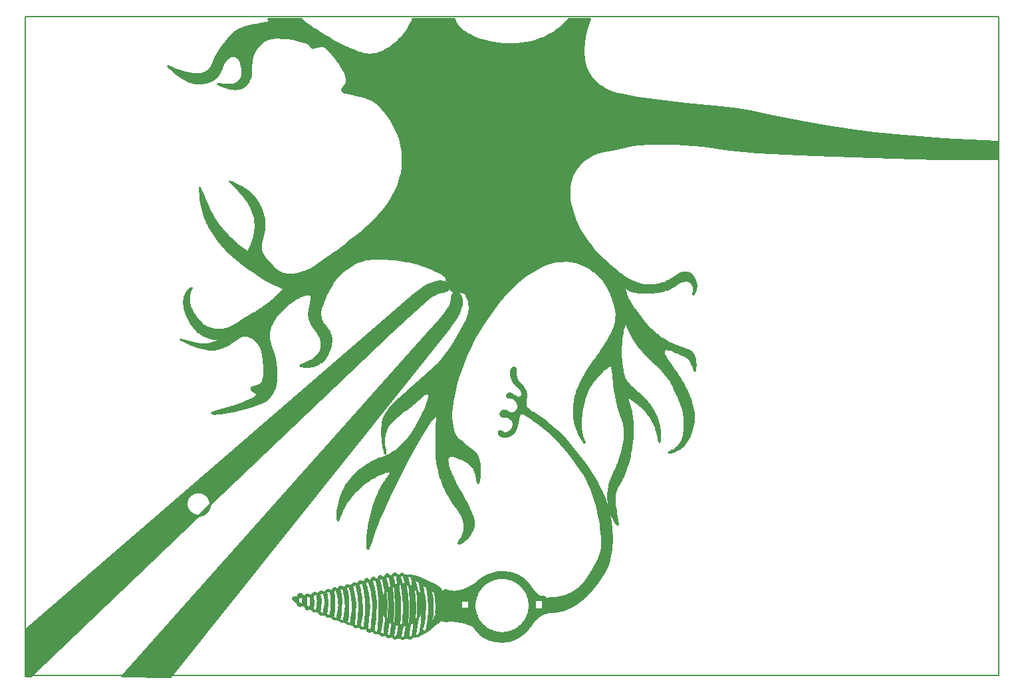
<source format=gbr>
%TF.GenerationSoftware,KiCad,Pcbnew,(6.0.4)*%
%TF.CreationDate,2023-12-09T23:36:49+01:00*%
%TF.ProjectId,Spikeling_V2.2c,5370696b-656c-4696-9e67-5f56322e3263,rev?*%
%TF.SameCoordinates,Original*%
%TF.FileFunction,OtherDrawing,Comment*%
%FSLAX46Y46*%
G04 Gerber Fmt 4.6, Leading zero omitted, Abs format (unit mm)*
G04 Created by KiCad (PCBNEW (6.0.4)) date 2023-12-09 23:36:49*
%MOMM*%
%LPD*%
G01*
G04 APERTURE LIST*
%ADD10C,0.150000*%
%ADD11C,0.266666*%
G04 APERTURE END LIST*
D10*
X98000000Y-132000000D02*
X222000000Y-132000000D01*
X222000000Y-132000000D02*
X222000000Y-48000000D01*
X222000000Y-48000000D02*
X98000000Y-48000000D01*
X98000000Y-48000000D02*
X98000000Y-132000000D01*
%TO.C,.*%
G36*
X135513358Y-123899558D02*
G01*
X135597859Y-123935386D01*
X135647205Y-123957653D01*
X135691166Y-123978251D01*
X135765539Y-124015038D01*
X135826186Y-124046947D01*
X135878317Y-124075175D01*
X135915402Y-124094733D01*
X135907309Y-124101349D01*
X135898744Y-124107924D01*
X135889982Y-124114234D01*
X135881029Y-124120274D01*
X135871891Y-124126039D01*
X135862574Y-124131526D01*
X135853085Y-124136730D01*
X135843429Y-124141645D01*
X135833613Y-124146268D01*
X135823642Y-124150594D01*
X135808228Y-124156631D01*
X135792589Y-124161772D01*
X135776762Y-124166018D01*
X135760783Y-124169372D01*
X135744692Y-124171835D01*
X135728524Y-124173408D01*
X135712316Y-124174092D01*
X135696107Y-124173889D01*
X135679933Y-124172801D01*
X135663832Y-124170828D01*
X135647840Y-124167974D01*
X135631996Y-124164238D01*
X135616335Y-124159623D01*
X135600896Y-124154130D01*
X135585716Y-124147760D01*
X135570831Y-124140515D01*
X135556374Y-124132452D01*
X135542465Y-124123645D01*
X135529127Y-124114124D01*
X135516383Y-124103919D01*
X135504255Y-124093060D01*
X135492766Y-124081577D01*
X135481938Y-124069498D01*
X135471793Y-124056854D01*
X135462354Y-124043675D01*
X135453645Y-124029990D01*
X135445686Y-124015828D01*
X135438501Y-124001220D01*
X135432112Y-123986196D01*
X135426542Y-123970784D01*
X135421813Y-123955015D01*
X135417947Y-123938919D01*
X135432056Y-123935394D01*
X135432180Y-123909569D01*
X135432474Y-123896729D01*
X135433048Y-123883579D01*
X135433994Y-123869850D01*
X135434177Y-123867962D01*
X135513358Y-123899558D01*
G37*
D11*
X135513358Y-123899558D02*
X135597859Y-123935386D01*
X135647205Y-123957653D01*
X135691166Y-123978251D01*
X135765539Y-124015038D01*
X135826186Y-124046947D01*
X135878317Y-124075175D01*
X135915402Y-124094733D01*
X135907309Y-124101349D01*
X135898744Y-124107924D01*
X135889982Y-124114234D01*
X135881029Y-124120274D01*
X135871891Y-124126039D01*
X135862574Y-124131526D01*
X135853085Y-124136730D01*
X135843429Y-124141645D01*
X135833613Y-124146268D01*
X135823642Y-124150594D01*
X135808228Y-124156631D01*
X135792589Y-124161772D01*
X135776762Y-124166018D01*
X135760783Y-124169372D01*
X135744692Y-124171835D01*
X135728524Y-124173408D01*
X135712316Y-124174092D01*
X135696107Y-124173889D01*
X135679933Y-124172801D01*
X135663832Y-124170828D01*
X135647840Y-124167974D01*
X135631996Y-124164238D01*
X135616335Y-124159623D01*
X135600896Y-124154130D01*
X135585716Y-124147760D01*
X135570831Y-124140515D01*
X135556374Y-124132452D01*
X135542465Y-124123645D01*
X135529127Y-124114124D01*
X135516383Y-124103919D01*
X135504255Y-124093060D01*
X135492766Y-124081577D01*
X135481938Y-124069498D01*
X135471793Y-124056854D01*
X135462354Y-124043675D01*
X135453645Y-124029990D01*
X135445686Y-124015828D01*
X135438501Y-124001220D01*
X135432112Y-123986196D01*
X135426542Y-123970784D01*
X135421813Y-123955015D01*
X135417947Y-123938919D01*
X135432056Y-123935394D01*
X135432180Y-123909569D01*
X135432474Y-123896729D01*
X135433048Y-123883579D01*
X135433994Y-123869850D01*
X135434177Y-123867962D01*
X135513358Y-123899558D01*
G36*
X150775619Y-123292007D02*
G01*
X150774215Y-123223863D01*
X150770833Y-123155746D01*
X150763284Y-123085633D01*
X150755260Y-123025276D01*
X150746863Y-122973435D01*
X150738198Y-122928870D01*
X150729368Y-122890340D01*
X150720476Y-122856607D01*
X150702919Y-122798564D01*
X150686355Y-122744821D01*
X150678704Y-122716461D01*
X150671610Y-122685455D01*
X150665178Y-122650563D01*
X150659511Y-122610545D01*
X150654712Y-122564159D01*
X150650884Y-122510167D01*
X150652832Y-122483174D01*
X150653561Y-122456217D01*
X150653079Y-122429336D01*
X150651399Y-122402570D01*
X150648530Y-122375958D01*
X150644483Y-122349538D01*
X150639269Y-122323349D01*
X150632897Y-122297431D01*
X150625378Y-122271821D01*
X150616724Y-122246560D01*
X150606944Y-122221685D01*
X150596048Y-122197237D01*
X150584048Y-122173252D01*
X150570954Y-122149772D01*
X150556776Y-122126834D01*
X150541524Y-122104477D01*
X150537637Y-122100029D01*
X150533906Y-122095930D01*
X150526876Y-122088691D01*
X150520363Y-122082578D01*
X150514295Y-122077411D01*
X150508598Y-122073009D01*
X150503202Y-122069191D01*
X150493018Y-122062583D01*
X150488086Y-122059431D01*
X150483165Y-122056141D01*
X150478181Y-122052529D01*
X150473064Y-122048417D01*
X150467739Y-122043622D01*
X150462136Y-122037965D01*
X150459208Y-122034756D01*
X150456182Y-122031264D01*
X150453050Y-122027466D01*
X150449804Y-122023338D01*
X150442042Y-122012162D01*
X150435252Y-122001107D01*
X150429371Y-121990150D01*
X150424338Y-121979269D01*
X150420090Y-121968439D01*
X150416565Y-121957637D01*
X150413703Y-121946840D01*
X150411439Y-121936026D01*
X150409713Y-121925170D01*
X150408463Y-121914249D01*
X150407140Y-121892121D01*
X150406974Y-121869456D01*
X150407470Y-121846067D01*
X150408462Y-121796375D01*
X150407966Y-121769700D01*
X150406147Y-121741557D01*
X150404586Y-121726877D01*
X150402509Y-121711760D01*
X150399852Y-121696184D01*
X150396555Y-121680124D01*
X150392555Y-121663558D01*
X150387791Y-121646462D01*
X150382199Y-121628813D01*
X150375719Y-121610588D01*
X150366175Y-121583912D01*
X150355678Y-121557626D01*
X150344243Y-121531756D01*
X150331880Y-121506326D01*
X150318603Y-121481361D01*
X150304425Y-121456885D01*
X150289358Y-121432924D01*
X150273415Y-121409503D01*
X150253958Y-121382192D01*
X150233733Y-121355471D01*
X150212754Y-121329355D01*
X150191034Y-121303861D01*
X150168588Y-121279004D01*
X150145428Y-121254800D01*
X150121570Y-121231266D01*
X150097026Y-121208417D01*
X150026660Y-121151389D01*
X149937256Y-121088878D01*
X149830778Y-121021024D01*
X149709191Y-120947967D01*
X149331888Y-120732579D01*
X149254320Y-120681452D01*
X149096872Y-120578561D01*
X149077752Y-120566407D01*
X149068384Y-120551901D01*
X149051005Y-120527684D01*
X149032528Y-120504307D01*
X149013055Y-120481779D01*
X148992688Y-120460105D01*
X148971530Y-120439295D01*
X148949681Y-120419353D01*
X148927245Y-120400288D01*
X148904323Y-120382107D01*
X148881017Y-120364817D01*
X148833662Y-120332937D01*
X148785998Y-120304705D01*
X148738839Y-120280179D01*
X148693004Y-120259414D01*
X148649308Y-120242469D01*
X148608568Y-120229399D01*
X148571601Y-120220262D01*
X148539222Y-120215114D01*
X148525009Y-120214054D01*
X148512249Y-120214012D01*
X148501044Y-120214996D01*
X148491497Y-120217014D01*
X148485979Y-120219180D01*
X148465143Y-120208150D01*
X148385338Y-120164157D01*
X148258954Y-120079301D01*
X148153158Y-120003868D01*
X148142637Y-119980746D01*
X148126209Y-119955945D01*
X148108731Y-119931826D01*
X148090294Y-119908410D01*
X148070986Y-119885717D01*
X148050895Y-119863769D01*
X148030109Y-119842585D01*
X148008717Y-119822187D01*
X147986808Y-119802594D01*
X147941792Y-119765911D01*
X147895768Y-119732700D01*
X147849445Y-119703128D01*
X147803529Y-119677359D01*
X147758730Y-119655558D01*
X147715755Y-119637891D01*
X147707134Y-119635042D01*
X147670165Y-119600660D01*
X147629076Y-119564923D01*
X147586868Y-119530609D01*
X147543579Y-119497743D01*
X147499247Y-119466348D01*
X147453909Y-119436450D01*
X147407605Y-119408071D01*
X147360372Y-119381238D01*
X147312249Y-119355973D01*
X147263273Y-119332302D01*
X147213484Y-119310247D01*
X147162918Y-119289835D01*
X147111614Y-119271088D01*
X147059611Y-119254032D01*
X146956538Y-119243430D01*
X146954125Y-119240399D01*
X146949040Y-119233764D01*
X146944711Y-119227885D01*
X146940985Y-119222734D01*
X146937715Y-119218285D01*
X146936204Y-119216316D01*
X146934750Y-119214514D01*
X146933334Y-119212874D01*
X146931939Y-119211393D01*
X146930545Y-119210069D01*
X146929134Y-119208898D01*
X146927686Y-119207877D01*
X146926184Y-119207003D01*
X146924608Y-119206272D01*
X146922939Y-119205681D01*
X146921160Y-119205227D01*
X146919251Y-119204906D01*
X146917193Y-119204717D01*
X146914968Y-119204654D01*
X146907603Y-119202113D01*
X146900076Y-119200410D01*
X146892413Y-119199494D01*
X146884637Y-119199313D01*
X146880904Y-119199552D01*
X146864623Y-119186183D01*
X146840879Y-119165836D01*
X146940890Y-119175149D01*
X147040625Y-119186728D01*
X147140046Y-119200566D01*
X147239115Y-119216657D01*
X147337793Y-119234993D01*
X147436041Y-119255569D01*
X147533823Y-119278376D01*
X147631098Y-119303409D01*
X147767279Y-119344513D01*
X147902450Y-119388654D01*
X148036560Y-119435811D01*
X148169559Y-119485965D01*
X148301396Y-119539097D01*
X148432021Y-119595186D01*
X148561385Y-119654213D01*
X148689436Y-119716159D01*
X148757621Y-119748152D01*
X148818861Y-119777622D01*
X148917859Y-119826847D01*
X149003408Y-119871387D01*
X149070774Y-119906368D01*
X149130243Y-119938249D01*
X149242856Y-119998827D01*
X149304681Y-120030583D01*
X149375974Y-120065358D01*
X149461074Y-120104679D01*
X149564324Y-120150078D01*
X149644481Y-120180564D01*
X149724186Y-120212178D01*
X149803427Y-120244914D01*
X149882193Y-120278767D01*
X149960471Y-120313732D01*
X150038250Y-120349803D01*
X150115517Y-120386976D01*
X150192262Y-120425245D01*
X150238081Y-120452207D01*
X150283367Y-120479994D01*
X150328110Y-120508597D01*
X150372299Y-120538007D01*
X150415923Y-120568218D01*
X150458972Y-120599219D01*
X150501435Y-120631002D01*
X150543301Y-120663560D01*
X150584561Y-120696884D01*
X150625203Y-120730965D01*
X150665216Y-120765795D01*
X150704591Y-120801365D01*
X150743317Y-120837668D01*
X150781382Y-120874694D01*
X150818777Y-120912436D01*
X150855490Y-120950885D01*
X150900159Y-121001976D01*
X150938999Y-121047403D01*
X150972134Y-121088117D01*
X150986601Y-121107004D01*
X150999688Y-121125069D01*
X151011411Y-121142432D01*
X151021785Y-121159210D01*
X151030826Y-121175524D01*
X151038550Y-121191491D01*
X151044971Y-121207231D01*
X151050106Y-121222862D01*
X151053969Y-121238504D01*
X151056577Y-121254275D01*
X151058336Y-121269424D01*
X151059727Y-121283194D01*
X151061926Y-121307027D01*
X151062991Y-121317309D01*
X151064207Y-121326644D01*
X151065701Y-121335142D01*
X151067603Y-121342912D01*
X151070043Y-121350061D01*
X151071505Y-121353437D01*
X151073149Y-121356699D01*
X151074993Y-121359860D01*
X151077051Y-121362934D01*
X151079341Y-121365934D01*
X151081879Y-121368874D01*
X151084679Y-121371767D01*
X151087760Y-121374628D01*
X151094825Y-121380304D01*
X151103202Y-121386012D01*
X151113022Y-121391859D01*
X151119298Y-121395903D01*
X151125798Y-121399409D01*
X151132489Y-121402375D01*
X151139340Y-121404802D01*
X151146319Y-121406689D01*
X151153394Y-121408038D01*
X151160532Y-121408847D01*
X151167702Y-121409116D01*
X151174873Y-121408847D01*
X151182011Y-121408038D01*
X151189086Y-121406689D01*
X151196064Y-121404802D01*
X151202915Y-121402375D01*
X151209607Y-121399409D01*
X151216107Y-121395903D01*
X151222383Y-121391859D01*
X151225177Y-121389160D01*
X151227619Y-121386356D01*
X151229731Y-121383441D01*
X151231533Y-121380413D01*
X151233045Y-121377269D01*
X151234288Y-121374006D01*
X151235284Y-121370620D01*
X151236052Y-121367108D01*
X151236614Y-121363467D01*
X151236989Y-121359693D01*
X151237199Y-121355784D01*
X151237265Y-121351735D01*
X151237044Y-121343210D01*
X151236493Y-121334089D01*
X151235060Y-121313963D01*
X151234509Y-121302905D01*
X151234289Y-121291150D01*
X151234565Y-121278671D01*
X151234940Y-121272152D01*
X151235502Y-121265443D01*
X151236270Y-121258540D01*
X151237266Y-121251440D01*
X151238510Y-121244140D01*
X151240022Y-121236636D01*
X151242070Y-121229523D01*
X151244327Y-121222486D01*
X151246789Y-121215529D01*
X151249455Y-121208657D01*
X151252323Y-121201873D01*
X151255389Y-121195182D01*
X151258652Y-121188588D01*
X151262109Y-121182096D01*
X151265758Y-121175710D01*
X151269596Y-121169434D01*
X151273621Y-121163272D01*
X151277831Y-121157229D01*
X151282223Y-121151309D01*
X151286794Y-121145517D01*
X151291544Y-121139856D01*
X151296468Y-121134331D01*
X151307007Y-121125537D01*
X151317940Y-121117347D01*
X151329238Y-121109771D01*
X151340877Y-121102816D01*
X151352831Y-121096491D01*
X151365072Y-121090804D01*
X151377575Y-121085762D01*
X151390313Y-121081376D01*
X151403261Y-121077652D01*
X151416392Y-121074598D01*
X151429680Y-121072225D01*
X151443098Y-121070538D01*
X151456621Y-121069548D01*
X151470222Y-121069261D01*
X151483875Y-121069687D01*
X151497555Y-121070834D01*
X151517938Y-121071384D01*
X151538271Y-121072491D01*
X151558543Y-121074151D01*
X151578744Y-121076362D01*
X151598862Y-121079122D01*
X151618886Y-121082427D01*
X151638805Y-121086275D01*
X151658608Y-121090664D01*
X151678284Y-121095591D01*
X151697822Y-121101053D01*
X151717211Y-121107048D01*
X151736440Y-121113573D01*
X151755497Y-121120625D01*
X151774372Y-121128202D01*
X151793054Y-121136302D01*
X151811531Y-121144921D01*
X151879613Y-121167249D01*
X151948436Y-121186882D01*
X152017920Y-121203803D01*
X152087985Y-121217998D01*
X152158550Y-121229452D01*
X152229535Y-121238151D01*
X152300859Y-121244079D01*
X152372441Y-121247223D01*
X152460793Y-121253571D01*
X152549236Y-121257091D01*
X152637701Y-121257787D01*
X152726121Y-121255662D01*
X152814429Y-121250718D01*
X152902556Y-121242957D01*
X152990434Y-121232384D01*
X153077996Y-121218999D01*
X153159999Y-121206627D01*
X153241686Y-121192485D01*
X153323029Y-121176580D01*
X153403999Y-121158919D01*
X153484568Y-121139507D01*
X153564705Y-121118351D01*
X153644384Y-121095458D01*
X153723575Y-121070834D01*
X153844472Y-121024684D01*
X153964409Y-120976191D01*
X154083351Y-120925372D01*
X154201265Y-120872243D01*
X154318117Y-120816817D01*
X154433875Y-120759112D01*
X154548504Y-120699143D01*
X154661970Y-120636925D01*
X154741236Y-120598945D01*
X154819584Y-120559182D01*
X154896986Y-120517654D01*
X154973411Y-120474379D01*
X155048829Y-120429373D01*
X155123211Y-120382653D01*
X155196528Y-120334237D01*
X155268748Y-120284142D01*
X155300356Y-120260220D01*
X155328141Y-120238452D01*
X155352742Y-120218432D01*
X155374801Y-120199750D01*
X155394958Y-120181998D01*
X155413854Y-120164768D01*
X155450427Y-120130241D01*
X155489646Y-120092904D01*
X155536637Y-120049489D01*
X155564649Y-120024482D01*
X155596527Y-119996731D01*
X155632910Y-119965828D01*
X155674441Y-119931364D01*
X155754448Y-119863637D01*
X155835983Y-119797824D01*
X155919009Y-119733949D01*
X156003492Y-119672038D01*
X156089398Y-119612115D01*
X156176691Y-119554206D01*
X156265336Y-119498336D01*
X156355298Y-119444530D01*
X156430425Y-119403358D01*
X156506164Y-119363353D01*
X156582500Y-119324520D01*
X156659421Y-119286868D01*
X156736911Y-119250403D01*
X156814957Y-119215132D01*
X156893544Y-119181060D01*
X156972659Y-119148197D01*
X157047658Y-119115916D01*
X157116250Y-119087729D01*
X157177979Y-119063427D01*
X157232391Y-119042805D01*
X157367770Y-118992974D01*
X157390589Y-118984327D01*
X157425976Y-118972083D01*
X157471947Y-118956945D01*
X157526517Y-118939617D01*
X157587702Y-118920800D01*
X157653517Y-118901197D01*
X157721979Y-118881513D01*
X157791102Y-118862448D01*
X157856651Y-118844098D01*
X157922538Y-118827076D01*
X157988741Y-118811388D01*
X158055240Y-118797037D01*
X158122015Y-118784028D01*
X158189045Y-118772364D01*
X158256309Y-118762049D01*
X158323788Y-118753088D01*
X158405215Y-118745398D01*
X158486774Y-118739905D01*
X158568422Y-118736609D01*
X158650113Y-118735510D01*
X158731805Y-118736609D01*
X158813452Y-118739905D01*
X158895010Y-118745398D01*
X158976435Y-118753088D01*
X159003672Y-118753452D01*
X159029964Y-118754514D01*
X159055522Y-118756227D01*
X159080558Y-118758545D01*
X159105285Y-118761421D01*
X159129913Y-118764808D01*
X159179722Y-118772931D01*
X159287484Y-118793270D01*
X159348828Y-118804741D01*
X159417406Y-118816585D01*
X159499097Y-118828802D01*
X159580543Y-118842450D01*
X159661724Y-118857526D01*
X159742621Y-118874024D01*
X159823215Y-118891940D01*
X159903489Y-118911272D01*
X159983421Y-118932014D01*
X160062995Y-118954163D01*
X160120580Y-118973186D01*
X160177858Y-118993081D01*
X160234820Y-119013845D01*
X160291456Y-119035473D01*
X160347756Y-119057962D01*
X160403710Y-119081309D01*
X160459308Y-119105508D01*
X160514541Y-119130557D01*
X160595287Y-119162407D01*
X160675096Y-119196413D01*
X160753927Y-119232554D01*
X160831736Y-119270809D01*
X160908480Y-119311156D01*
X160984119Y-119353573D01*
X161058608Y-119398038D01*
X161131906Y-119444530D01*
X161138983Y-119449576D01*
X161148339Y-119456794D01*
X161174073Y-119477822D01*
X161209482Y-119507781D01*
X161254937Y-119546835D01*
X161544656Y-119797308D01*
X161847163Y-120063653D01*
X161880002Y-120093652D01*
X161902836Y-120115797D01*
X161919221Y-120133478D01*
X161932712Y-120150083D01*
X161981327Y-120204280D01*
X162028685Y-120259541D01*
X162074769Y-120315845D01*
X162119562Y-120373168D01*
X162163048Y-120431489D01*
X162205209Y-120490787D01*
X162246028Y-120551038D01*
X162285490Y-120612221D01*
X162341252Y-120701021D01*
X162399103Y-120788342D01*
X162459013Y-120874149D01*
X162520950Y-120958410D01*
X162584883Y-121041089D01*
X162650779Y-121122152D01*
X162718609Y-121201565D01*
X162788340Y-121279293D01*
X162859940Y-121355302D01*
X162933378Y-121429559D01*
X163008623Y-121502028D01*
X163085644Y-121572675D01*
X163164407Y-121641467D01*
X163244884Y-121708368D01*
X163327040Y-121773344D01*
X163410846Y-121836362D01*
X163492547Y-121877983D01*
X163555391Y-121906921D01*
X162881687Y-121906921D01*
X162859902Y-121907472D01*
X162838403Y-121909107D01*
X162817217Y-121911799D01*
X162796370Y-121915522D01*
X162775889Y-121920249D01*
X162755801Y-121925954D01*
X162736131Y-121932609D01*
X162716907Y-121940189D01*
X162698155Y-121948667D01*
X162679901Y-121958016D01*
X162662173Y-121968209D01*
X162644998Y-121979220D01*
X162628400Y-121991023D01*
X162612408Y-122003591D01*
X162597048Y-122016896D01*
X162582346Y-122030913D01*
X162568329Y-122045615D01*
X162555023Y-122060976D01*
X162542456Y-122076968D01*
X162530653Y-122093565D01*
X162519642Y-122110741D01*
X162509448Y-122128469D01*
X162500100Y-122146722D01*
X162491622Y-122165474D01*
X162484042Y-122184699D01*
X162477387Y-122204368D01*
X162471682Y-122224457D01*
X162466955Y-122244938D01*
X162463232Y-122265785D01*
X162460540Y-122286971D01*
X162458905Y-122308469D01*
X162458355Y-122330253D01*
X162458355Y-123455614D01*
X162458905Y-123477399D01*
X162460540Y-123498897D01*
X162463232Y-123520083D01*
X162466955Y-123540930D01*
X162471682Y-123561411D01*
X162477387Y-123581500D01*
X162484042Y-123601169D01*
X162491622Y-123620393D01*
X162500100Y-123639145D01*
X162509448Y-123657399D01*
X162519642Y-123675126D01*
X162530653Y-123692302D01*
X162542456Y-123708900D01*
X162555023Y-123724892D01*
X162568329Y-123740252D01*
X162582346Y-123754954D01*
X162597048Y-123768972D01*
X162612408Y-123782277D01*
X162628400Y-123794845D01*
X162644998Y-123806647D01*
X162662173Y-123817659D01*
X162679901Y-123827852D01*
X162698155Y-123837201D01*
X162716907Y-123845679D01*
X162736131Y-123853258D01*
X162755801Y-123859914D01*
X162775889Y-123865619D01*
X162796370Y-123870346D01*
X162817217Y-123874069D01*
X162838403Y-123876761D01*
X162859902Y-123878396D01*
X162881687Y-123878946D01*
X163918852Y-123878946D01*
X163940636Y-123878396D01*
X163962135Y-123876761D01*
X163983321Y-123874069D01*
X164004168Y-123870346D01*
X164024649Y-123865619D01*
X164044738Y-123859914D01*
X164064408Y-123853258D01*
X164083632Y-123845679D01*
X164102384Y-123837201D01*
X164120637Y-123827852D01*
X164138365Y-123817659D01*
X164155541Y-123806647D01*
X164172138Y-123794845D01*
X164188130Y-123782277D01*
X164203491Y-123768972D01*
X164218193Y-123754954D01*
X164232210Y-123740252D01*
X164245516Y-123724892D01*
X164258083Y-123708900D01*
X164269886Y-123692302D01*
X164280897Y-123675126D01*
X164291090Y-123657399D01*
X164300439Y-123639145D01*
X164308916Y-123620393D01*
X164316496Y-123601169D01*
X164323152Y-123581500D01*
X164328856Y-123561411D01*
X164333583Y-123540930D01*
X164337306Y-123520083D01*
X164339998Y-123498897D01*
X164341633Y-123477399D01*
X164342184Y-123455614D01*
X164342184Y-122330253D01*
X164341633Y-122308469D01*
X164339998Y-122286971D01*
X164337306Y-122265785D01*
X164333583Y-122244938D01*
X164328856Y-122224457D01*
X164323152Y-122204368D01*
X164316496Y-122184699D01*
X164308916Y-122165474D01*
X164300439Y-122146722D01*
X164291090Y-122128469D01*
X164280897Y-122110741D01*
X164272750Y-122098034D01*
X164276221Y-122098441D01*
X164366755Y-122105472D01*
X164457598Y-122108941D01*
X164548644Y-122108832D01*
X164639790Y-122105124D01*
X164730931Y-122097800D01*
X164821963Y-122086840D01*
X165219387Y-122055699D01*
X165600755Y-122010015D01*
X165966134Y-121949965D01*
X166315591Y-121875726D01*
X166649195Y-121787471D01*
X166967010Y-121685377D01*
X167269106Y-121569620D01*
X167555550Y-121440376D01*
X167826407Y-121297820D01*
X168081746Y-121142127D01*
X168321634Y-120973474D01*
X168546138Y-120792036D01*
X168755325Y-120597989D01*
X168949262Y-120391509D01*
X169128016Y-120172771D01*
X169291656Y-119941951D01*
X169977533Y-118899989D01*
X170335251Y-118324128D01*
X170508671Y-118027198D01*
X170674986Y-117726067D01*
X170831585Y-117422083D01*
X170975860Y-117116595D01*
X171105200Y-116810953D01*
X171216996Y-116506504D01*
X171308638Y-116204597D01*
X171377517Y-115906582D01*
X171402604Y-115759455D01*
X171421022Y-115613807D01*
X171432445Y-115469806D01*
X171436545Y-115327621D01*
X171422904Y-114790925D01*
X171395124Y-114255433D01*
X171353268Y-113721419D01*
X171297398Y-113189153D01*
X171227574Y-112658908D01*
X171143859Y-112130956D01*
X171046314Y-111605568D01*
X170935001Y-111083017D01*
X170809982Y-110563575D01*
X170671317Y-110047513D01*
X170519070Y-109535103D01*
X170353301Y-109026618D01*
X170174072Y-108522329D01*
X169981445Y-108022509D01*
X169775481Y-107527429D01*
X169556243Y-107037361D01*
X169399093Y-106752483D01*
X169205572Y-106430688D01*
X168979827Y-106077474D01*
X168726000Y-105698339D01*
X168150683Y-104884302D01*
X167512775Y-104032562D01*
X166845433Y-103187107D01*
X166181811Y-102391923D01*
X165861757Y-102026929D01*
X165555066Y-101690998D01*
X165265883Y-101389628D01*
X164998352Y-101128318D01*
X164579538Y-100770974D01*
X164153055Y-100423138D01*
X163719069Y-100084928D01*
X163277745Y-99756465D01*
X162829246Y-99437867D01*
X162373737Y-99129255D01*
X161911384Y-98830747D01*
X161442351Y-98542463D01*
X161431286Y-98534424D01*
X161419960Y-98526781D01*
X161408382Y-98519538D01*
X161396564Y-98512702D01*
X161384517Y-98506279D01*
X161372251Y-98500274D01*
X161359777Y-98494693D01*
X161347106Y-98489543D01*
X161338373Y-98487723D01*
X161329606Y-98486146D01*
X161320808Y-98484812D01*
X161311986Y-98483720D01*
X161303144Y-98482871D01*
X161294286Y-98482265D01*
X161285419Y-98481901D01*
X161276547Y-98481779D01*
X161267675Y-98481901D01*
X161258808Y-98482265D01*
X161249951Y-98482871D01*
X161241109Y-98483720D01*
X161232287Y-98484812D01*
X161223490Y-98486146D01*
X161214724Y-98487723D01*
X161205992Y-98489543D01*
X161193208Y-98491788D01*
X161180544Y-98494495D01*
X161168014Y-98497659D01*
X161155629Y-98501273D01*
X161143400Y-98505331D01*
X161131339Y-98509830D01*
X161119458Y-98514762D01*
X161107769Y-98520121D01*
X161096283Y-98525904D01*
X161085011Y-98532103D01*
X161073966Y-98538714D01*
X161063159Y-98545730D01*
X161052602Y-98553146D01*
X161042307Y-98560956D01*
X161032284Y-98569155D01*
X161022546Y-98577737D01*
X161004760Y-98594735D01*
X160987642Y-98612325D01*
X160971204Y-98630488D01*
X160955458Y-98649203D01*
X160940417Y-98668449D01*
X160926094Y-98688206D01*
X160912499Y-98708454D01*
X160899646Y-98729171D01*
X160887547Y-98750337D01*
X160876214Y-98771932D01*
X160865659Y-98793935D01*
X160855895Y-98816325D01*
X160846934Y-98839082D01*
X160838788Y-98862186D01*
X160831469Y-98885615D01*
X160824991Y-98909349D01*
X160789627Y-99119929D01*
X160750485Y-99329786D01*
X160707576Y-99538869D01*
X160660911Y-99747129D01*
X160610504Y-99954514D01*
X160556365Y-100160976D01*
X160498506Y-100366462D01*
X160436939Y-100570924D01*
X160414678Y-100619783D01*
X160390828Y-100667593D01*
X160365428Y-100714328D01*
X160338516Y-100759960D01*
X160310132Y-100804464D01*
X160280313Y-100847812D01*
X160249098Y-100889976D01*
X160216526Y-100930931D01*
X160182636Y-100970650D01*
X160147466Y-101009105D01*
X160111055Y-101046270D01*
X160073442Y-101082117D01*
X160034664Y-101116621D01*
X159994762Y-101149753D01*
X159953772Y-101181488D01*
X159911735Y-101211799D01*
X159868688Y-101240657D01*
X159824671Y-101268038D01*
X159779721Y-101293913D01*
X159733878Y-101318256D01*
X159687180Y-101341041D01*
X159639666Y-101362239D01*
X159591375Y-101381825D01*
X159542344Y-101399772D01*
X159492613Y-101416051D01*
X159442220Y-101430638D01*
X159391205Y-101443505D01*
X159339605Y-101454625D01*
X159287459Y-101463970D01*
X159234805Y-101471516D01*
X159181684Y-101477233D01*
X159128132Y-101481096D01*
X159065493Y-101479493D01*
X159001076Y-101474711D01*
X158935584Y-101466797D01*
X158869720Y-101455798D01*
X158804187Y-101441761D01*
X158739687Y-101424732D01*
X158676924Y-101404756D01*
X158616599Y-101381882D01*
X158559417Y-101356155D01*
X158506080Y-101327622D01*
X158457290Y-101296330D01*
X158413751Y-101262324D01*
X158394170Y-101244318D01*
X158376165Y-101225652D01*
X158359824Y-101206330D01*
X158345235Y-101186360D01*
X158332485Y-101165745D01*
X158321664Y-101144494D01*
X158312857Y-101122610D01*
X158306154Y-101100101D01*
X158301528Y-101078280D01*
X158298251Y-101055348D01*
X158296348Y-101031600D01*
X158295846Y-101007330D01*
X158296770Y-100982833D01*
X158299146Y-100958403D01*
X158303000Y-100934335D01*
X158308358Y-100910923D01*
X158315246Y-100888462D01*
X158323689Y-100867247D01*
X158333713Y-100847572D01*
X158339326Y-100838403D01*
X158345344Y-100829731D01*
X158351771Y-100821590D01*
X158358608Y-100814019D01*
X158365861Y-100807053D01*
X158373531Y-100800731D01*
X158381623Y-100795087D01*
X158390139Y-100790160D01*
X158399082Y-100785987D01*
X158408457Y-100782603D01*
X158426286Y-100777384D01*
X158441619Y-100773591D01*
X158448448Y-100772210D01*
X158454771Y-100771163D01*
X158460628Y-100770440D01*
X158466058Y-100770036D01*
X158471100Y-100769942D01*
X158475795Y-100770150D01*
X158480180Y-100770652D01*
X158484296Y-100771442D01*
X158488183Y-100772510D01*
X158491878Y-100773850D01*
X158495423Y-100775453D01*
X158498856Y-100777312D01*
X158502216Y-100779419D01*
X158505544Y-100781766D01*
X158512258Y-100787150D01*
X158527024Y-100800462D01*
X158535707Y-100808264D01*
X158545677Y-100816749D01*
X158557248Y-100825854D01*
X158570737Y-100835517D01*
X158656361Y-100885451D01*
X158724581Y-100927406D01*
X158778166Y-100962332D01*
X158819886Y-100991181D01*
X158878811Y-101034451D01*
X158901556Y-101050773D01*
X158923515Y-101064821D01*
X158960386Y-101071941D01*
X158997397Y-101077070D01*
X159034472Y-101080222D01*
X159071536Y-101081413D01*
X159108512Y-101080659D01*
X159145326Y-101077975D01*
X159181903Y-101073376D01*
X159218167Y-101066879D01*
X159254042Y-101058498D01*
X159289453Y-101048250D01*
X159324325Y-101036149D01*
X159358583Y-101022212D01*
X159392150Y-101006454D01*
X159424953Y-100988890D01*
X159456914Y-100969537D01*
X159487960Y-100948409D01*
X159528451Y-100926251D01*
X159567992Y-100902660D01*
X159606550Y-100877668D01*
X159644092Y-100851308D01*
X159680582Y-100823614D01*
X159715989Y-100794619D01*
X159750277Y-100764356D01*
X159783415Y-100732858D01*
X159815366Y-100700159D01*
X159846099Y-100666291D01*
X159875580Y-100631288D01*
X159903774Y-100595182D01*
X159930649Y-100558008D01*
X159956170Y-100519798D01*
X159980304Y-100480585D01*
X160003018Y-100440403D01*
X160022054Y-100407908D01*
X160039831Y-100374811D01*
X160056340Y-100341149D01*
X160071571Y-100306959D01*
X160085515Y-100272277D01*
X160098161Y-100237141D01*
X160109501Y-100201588D01*
X160119524Y-100165653D01*
X160128222Y-100129375D01*
X160135584Y-100092791D01*
X160141601Y-100055936D01*
X160146264Y-100018848D01*
X160149562Y-99981564D01*
X160151487Y-99944121D01*
X160152029Y-99906556D01*
X160151178Y-99868905D01*
X160145189Y-99817201D01*
X160135922Y-99766001D01*
X160123529Y-99715392D01*
X160108165Y-99665464D01*
X160089981Y-99616306D01*
X160069132Y-99568007D01*
X160045770Y-99520657D01*
X160020048Y-99474344D01*
X159992119Y-99429157D01*
X159962137Y-99385186D01*
X159930255Y-99342520D01*
X159896625Y-99301248D01*
X159861401Y-99261459D01*
X159824736Y-99223243D01*
X159747695Y-99151883D01*
X159666726Y-99087882D01*
X159583054Y-99031953D01*
X159540588Y-99007238D01*
X159497905Y-98984809D01*
X159455158Y-98964754D01*
X159412502Y-98947163D01*
X159370088Y-98932125D01*
X159328070Y-98919728D01*
X159286601Y-98910063D01*
X159245835Y-98903218D01*
X159205923Y-98899282D01*
X159167020Y-98898345D01*
X159129279Y-98900496D01*
X159092852Y-98905823D01*
X159072452Y-98911204D01*
X159051921Y-98915866D01*
X159031279Y-98919812D01*
X159010544Y-98923040D01*
X158989735Y-98925551D01*
X158968870Y-98927344D01*
X158947967Y-98928420D01*
X158927046Y-98928779D01*
X158906125Y-98928420D01*
X158885222Y-98927344D01*
X158864357Y-98925551D01*
X158843547Y-98923040D01*
X158822812Y-98919812D01*
X158802170Y-98915866D01*
X158781640Y-98911204D01*
X158761240Y-98905823D01*
X158742049Y-98900791D01*
X158723240Y-98894789D01*
X158704846Y-98887842D01*
X158686897Y-98879974D01*
X158669426Y-98871208D01*
X158652463Y-98861568D01*
X158636042Y-98851078D01*
X158620193Y-98839763D01*
X158604949Y-98827646D01*
X158590340Y-98814750D01*
X158576399Y-98801101D01*
X158563158Y-98786721D01*
X158550648Y-98771635D01*
X158538901Y-98755866D01*
X158527948Y-98739439D01*
X158517822Y-98722377D01*
X158510639Y-98687568D01*
X158506267Y-98652698D01*
X158504649Y-98617911D01*
X158505728Y-98583354D01*
X158509448Y-98549169D01*
X158515750Y-98515502D01*
X158524579Y-98482496D01*
X158535877Y-98450297D01*
X158549588Y-98419049D01*
X158565654Y-98388896D01*
X158584018Y-98359983D01*
X158604624Y-98332455D01*
X158627415Y-98306455D01*
X158652333Y-98282128D01*
X158679322Y-98259620D01*
X158708325Y-98239074D01*
X158721650Y-98229073D01*
X158735296Y-98219585D01*
X158749250Y-98210614D01*
X158763496Y-98202168D01*
X158778019Y-98194251D01*
X158792804Y-98186870D01*
X158807836Y-98180031D01*
X158823099Y-98173739D01*
X158838580Y-98168000D01*
X158854261Y-98162821D01*
X158870129Y-98158207D01*
X158886169Y-98154164D01*
X158902364Y-98150699D01*
X158918701Y-98147816D01*
X158935164Y-98145522D01*
X158951738Y-98143823D01*
X158969665Y-98144160D01*
X158987089Y-98145156D01*
X159004044Y-98146787D01*
X159020564Y-98149032D01*
X159036684Y-98151865D01*
X159052437Y-98155264D01*
X159082982Y-98163666D01*
X159112473Y-98174053D01*
X159141183Y-98186239D01*
X159169387Y-98200036D01*
X159197359Y-98215260D01*
X159225371Y-98231724D01*
X159253699Y-98249243D01*
X159312396Y-98286698D01*
X159375641Y-98326138D01*
X159409653Y-98346137D01*
X159445624Y-98366074D01*
X159488465Y-98388111D01*
X159532085Y-98408169D01*
X159576416Y-98426236D01*
X159621390Y-98442303D01*
X159666939Y-98456360D01*
X159712995Y-98468397D01*
X159759490Y-98478403D01*
X159806356Y-98486369D01*
X159853525Y-98492284D01*
X159900928Y-98496139D01*
X159948497Y-98497923D01*
X159996165Y-98497627D01*
X160043863Y-98495240D01*
X160091524Y-98490752D01*
X160139078Y-98484153D01*
X160186459Y-98475434D01*
X160241308Y-98451322D01*
X160294030Y-98423859D01*
X160344509Y-98393193D01*
X160392630Y-98359470D01*
X160438276Y-98322839D01*
X160481331Y-98283444D01*
X160521679Y-98241434D01*
X160559204Y-98196955D01*
X160593790Y-98150155D01*
X160625320Y-98101179D01*
X160653680Y-98050175D01*
X160678753Y-97997291D01*
X160700422Y-97942672D01*
X160718572Y-97886465D01*
X160733086Y-97828819D01*
X160743850Y-97769879D01*
X160750696Y-97702498D01*
X160753397Y-97635277D01*
X160752016Y-97568386D01*
X160746614Y-97501998D01*
X160737255Y-97436283D01*
X160724002Y-97371412D01*
X160706917Y-97307556D01*
X160686063Y-97244887D01*
X160661502Y-97183575D01*
X160633298Y-97123793D01*
X160601512Y-97065711D01*
X160566209Y-97009500D01*
X160527450Y-96955331D01*
X160485298Y-96903376D01*
X160439816Y-96853806D01*
X160391066Y-96806792D01*
X160359133Y-96772485D01*
X160325639Y-96740016D01*
X160290664Y-96709423D01*
X160254291Y-96680744D01*
X160216601Y-96654018D01*
X160177676Y-96629283D01*
X160137598Y-96606578D01*
X160096447Y-96585940D01*
X160054305Y-96567408D01*
X160011255Y-96551021D01*
X159967377Y-96536817D01*
X159922753Y-96524834D01*
X159877465Y-96515111D01*
X159831594Y-96507685D01*
X159785222Y-96502596D01*
X159738430Y-96499882D01*
X159722628Y-96504386D01*
X159706708Y-96508290D01*
X159690688Y-96511593D01*
X159674584Y-96514295D01*
X159658413Y-96516397D01*
X159642191Y-96517899D01*
X159625936Y-96518799D01*
X159609665Y-96519100D01*
X159593393Y-96518799D01*
X159577138Y-96517899D01*
X159560917Y-96516397D01*
X159544746Y-96514295D01*
X159528643Y-96511593D01*
X159512623Y-96508290D01*
X159496704Y-96504386D01*
X159480903Y-96499882D01*
X159463327Y-96492666D01*
X159446392Y-96484380D01*
X159430134Y-96475071D01*
X159414591Y-96464782D01*
X159399800Y-96453559D01*
X159385799Y-96441445D01*
X159372625Y-96428486D01*
X159360315Y-96414725D01*
X159348907Y-96400209D01*
X159338439Y-96384980D01*
X159328948Y-96369085D01*
X159320470Y-96352567D01*
X159313045Y-96335471D01*
X159306708Y-96317842D01*
X159301498Y-96299724D01*
X159297451Y-96281162D01*
X159297943Y-96266995D01*
X159299392Y-96252950D01*
X159301767Y-96239042D01*
X159305033Y-96225290D01*
X159309157Y-96211711D01*
X159314105Y-96198323D01*
X159319844Y-96185143D01*
X159326339Y-96172188D01*
X159333558Y-96159476D01*
X159341467Y-96147024D01*
X159350033Y-96134850D01*
X159359220Y-96122972D01*
X159368997Y-96111405D01*
X159379330Y-96100169D01*
X159390184Y-96089281D01*
X159401527Y-96078757D01*
X159413324Y-96068616D01*
X159425543Y-96058875D01*
X159451109Y-96040661D01*
X159477957Y-96024257D01*
X159505817Y-96009800D01*
X159534422Y-95997431D01*
X159563502Y-95987290D01*
X159578136Y-95983098D01*
X159592789Y-95979515D01*
X159607426Y-95976559D01*
X159622013Y-95974247D01*
X159649826Y-95971147D01*
X159662844Y-95970250D01*
X159675344Y-95969789D01*
X159687378Y-95969765D01*
X159699001Y-95970178D01*
X159710268Y-95971029D01*
X159721232Y-95972318D01*
X159731949Y-95974047D01*
X159742471Y-95976215D01*
X159752854Y-95978824D01*
X159763152Y-95981875D01*
X159773419Y-95985367D01*
X159783709Y-95989301D01*
X159804576Y-95998501D01*
X159826187Y-96009478D01*
X159848976Y-96022237D01*
X159873377Y-96036785D01*
X159899825Y-96053127D01*
X159960596Y-96091209D01*
X159995787Y-96112961D01*
X160034761Y-96136527D01*
X160363617Y-96340697D01*
X160476905Y-96410867D01*
X160564811Y-96462846D01*
X160601286Y-96482738D01*
X160633864Y-96498951D01*
X160663362Y-96511774D01*
X160690597Y-96521496D01*
X160716385Y-96528407D01*
X160741543Y-96532797D01*
X160766886Y-96534954D01*
X160793232Y-96535168D01*
X160827490Y-96532420D01*
X160861254Y-96527529D01*
X160894440Y-96520547D01*
X160926961Y-96511527D01*
X160958732Y-96500522D01*
X160989668Y-96487585D01*
X161019681Y-96472768D01*
X161048688Y-96456124D01*
X161076602Y-96437705D01*
X161103337Y-96417566D01*
X161128808Y-96395757D01*
X161152929Y-96372333D01*
X161175615Y-96347346D01*
X161196780Y-96320848D01*
X161216338Y-96292893D01*
X161234203Y-96263533D01*
X161246760Y-96222746D01*
X161256908Y-96181550D01*
X161264660Y-96140046D01*
X161270027Y-96098333D01*
X161273023Y-96056511D01*
X161273661Y-96014681D01*
X161271952Y-95972942D01*
X161267909Y-95931395D01*
X161261546Y-95890140D01*
X161252874Y-95849277D01*
X161241906Y-95808907D01*
X161228654Y-95769128D01*
X161213132Y-95730042D01*
X161195352Y-95691748D01*
X161175326Y-95654347D01*
X161153067Y-95617938D01*
X161128367Y-95567794D01*
X161103219Y-95521050D01*
X161077631Y-95477470D01*
X161051609Y-95436817D01*
X161025161Y-95398853D01*
X160998293Y-95363343D01*
X160971014Y-95330048D01*
X160943329Y-95298731D01*
X160915247Y-95269156D01*
X160886774Y-95241086D01*
X160828683Y-95188510D01*
X160769115Y-95139106D01*
X160708126Y-95090980D01*
X160582111Y-94990969D01*
X160517200Y-94935293D01*
X160451094Y-94873306D01*
X160417612Y-94839354D01*
X160383852Y-94803113D01*
X160349822Y-94764347D01*
X160315530Y-94722818D01*
X160280981Y-94678289D01*
X160246184Y-94630524D01*
X160211145Y-94579284D01*
X160175872Y-94524333D01*
X160150484Y-94481457D01*
X160125958Y-94438122D01*
X160102298Y-94394340D01*
X160079510Y-94350125D01*
X160057598Y-94305490D01*
X160036570Y-94260448D01*
X160016429Y-94215013D01*
X159997181Y-94169197D01*
X159978832Y-94123013D01*
X159961388Y-94076476D01*
X159944853Y-94029598D01*
X159929232Y-93982392D01*
X159914532Y-93934871D01*
X159900758Y-93887050D01*
X159887915Y-93838940D01*
X159876009Y-93790555D01*
X159863888Y-93739796D01*
X159853331Y-93688726D01*
X159844343Y-93637382D01*
X159836928Y-93585798D01*
X159831091Y-93534013D01*
X159826837Y-93482062D01*
X159824170Y-93429981D01*
X159823094Y-93377806D01*
X159817905Y-93337874D01*
X159814862Y-93297924D01*
X159813943Y-93258038D01*
X159815126Y-93218294D01*
X159818389Y-93178773D01*
X159823712Y-93139554D01*
X159831071Y-93100719D01*
X159840445Y-93062345D01*
X159851813Y-93024515D01*
X159865152Y-92987307D01*
X159880441Y-92950801D01*
X159897659Y-92915078D01*
X159916782Y-92880218D01*
X159937791Y-92846300D01*
X159960661Y-92813404D01*
X159985373Y-92781611D01*
X160005296Y-92765947D01*
X160026057Y-92751778D01*
X160047576Y-92739118D01*
X160069772Y-92727980D01*
X160092564Y-92718379D01*
X160115870Y-92710328D01*
X160139608Y-92703841D01*
X160163698Y-92698931D01*
X160188058Y-92695613D01*
X160212607Y-92693901D01*
X160237264Y-92693807D01*
X160261947Y-92695347D01*
X160286575Y-92698533D01*
X160311067Y-92703380D01*
X160335342Y-92709901D01*
X160359318Y-92718111D01*
X160370704Y-92728110D01*
X160381079Y-92740146D01*
X160390484Y-92754065D01*
X160398964Y-92769711D01*
X160406560Y-92786931D01*
X160413314Y-92805570D01*
X160424471Y-92846488D01*
X160432776Y-92891230D01*
X160438569Y-92938562D01*
X160442191Y-92987247D01*
X160443985Y-93036051D01*
X160444290Y-93083739D01*
X160443447Y-93129075D01*
X160439685Y-93207754D01*
X160433402Y-93282554D01*
X160432266Y-93354098D01*
X160433299Y-93425526D01*
X160436491Y-93496793D01*
X160441832Y-93567849D01*
X160449310Y-93638648D01*
X160458916Y-93709141D01*
X160470641Y-93779280D01*
X160484472Y-93849018D01*
X160500401Y-93918308D01*
X160518417Y-93987100D01*
X160538510Y-94055348D01*
X160560669Y-94123004D01*
X160584885Y-94190020D01*
X160611147Y-94256347D01*
X160639445Y-94321939D01*
X160669768Y-94386748D01*
X160705298Y-94438803D01*
X160738213Y-94483375D01*
X160769124Y-94521747D01*
X160798639Y-94555199D01*
X160827369Y-94585013D01*
X160855923Y-94612470D01*
X160914943Y-94665442D01*
X160980578Y-94724367D01*
X161017401Y-94759266D01*
X161057707Y-94799498D01*
X161102106Y-94846345D01*
X161151207Y-94901088D01*
X161205621Y-94965008D01*
X161265957Y-95039388D01*
X161303764Y-95081332D01*
X161340340Y-95124253D01*
X161375668Y-95168122D01*
X161409732Y-95212912D01*
X161442516Y-95258595D01*
X161474003Y-95305142D01*
X161504178Y-95352525D01*
X161533024Y-95400716D01*
X161560524Y-95449688D01*
X161586663Y-95499411D01*
X161611424Y-95549859D01*
X161634791Y-95601002D01*
X161656748Y-95652814D01*
X161677278Y-95705264D01*
X161696365Y-95758327D01*
X161713993Y-95811972D01*
X161728596Y-95899425D01*
X161740042Y-95987260D01*
X161748327Y-96075392D01*
X161753447Y-96163737D01*
X161755398Y-96252208D01*
X161754178Y-96340721D01*
X161749783Y-96429189D01*
X161742209Y-96517528D01*
X161732529Y-96721416D01*
X161720327Y-96885244D01*
X161707049Y-97015917D01*
X161694143Y-97120337D01*
X161683057Y-97205410D01*
X161675236Y-97278038D01*
X161672129Y-97345127D01*
X161672795Y-97378752D01*
X161675182Y-97413581D01*
X161681561Y-97465477D01*
X161691321Y-97516003D01*
X161704290Y-97565176D01*
X161720292Y-97613010D01*
X161739154Y-97659521D01*
X161760703Y-97704725D01*
X161784765Y-97748637D01*
X161811166Y-97791272D01*
X161839732Y-97832647D01*
X161870290Y-97872776D01*
X161902665Y-97911676D01*
X161936684Y-97949361D01*
X162008960Y-98021149D01*
X162085726Y-98088267D01*
X162165593Y-98150837D01*
X162247170Y-98208983D01*
X162329067Y-98262830D01*
X162409895Y-98312501D01*
X162562782Y-98399814D01*
X162694708Y-98471914D01*
X163285500Y-98843266D01*
X163527772Y-99001678D01*
X163648904Y-99085011D01*
X163775089Y-99175263D01*
X163910121Y-99275560D01*
X164057794Y-99389031D01*
X164221899Y-99518800D01*
X164406231Y-99667994D01*
X164850744Y-100037164D01*
X165421679Y-100521551D01*
X165749447Y-100813249D01*
X166086734Y-101135337D01*
X166430904Y-101483810D01*
X166779321Y-101854665D01*
X167129352Y-102243896D01*
X167478359Y-102647499D01*
X167823707Y-103061467D01*
X168162762Y-103481797D01*
X168811445Y-104325521D01*
X169403326Y-105146632D01*
X169917320Y-105913091D01*
X170138521Y-106265813D01*
X170332343Y-106592857D01*
X170714816Y-107259615D01*
X170918802Y-107626555D01*
X171126642Y-108018356D01*
X171334855Y-108436884D01*
X171539957Y-108884005D01*
X171738465Y-109361583D01*
X171926896Y-109871486D01*
X172101768Y-110415577D01*
X172259596Y-110995723D01*
X172396899Y-111613789D01*
X172510193Y-112271641D01*
X172556748Y-112616070D01*
X172595995Y-112971144D01*
X172627499Y-113337098D01*
X172650823Y-113714165D01*
X172665533Y-114102576D01*
X172671192Y-114502567D01*
X172667367Y-114914370D01*
X172653621Y-115338218D01*
X172620619Y-115820423D01*
X172565219Y-116275683D01*
X172489336Y-116705250D01*
X172394880Y-117110374D01*
X172283763Y-117492306D01*
X172157898Y-117852296D01*
X172019197Y-118191595D01*
X171869572Y-118511453D01*
X171710934Y-118813121D01*
X171545195Y-119097850D01*
X171374269Y-119366889D01*
X171200066Y-119621491D01*
X170849480Y-120092380D01*
X170508732Y-120520523D01*
X170126443Y-120974188D01*
X169898529Y-121226698D01*
X169647789Y-121490112D01*
X169375489Y-121759768D01*
X169082896Y-122031005D01*
X168771276Y-122299163D01*
X168441895Y-122559579D01*
X168096018Y-122807593D01*
X167734913Y-123038544D01*
X167549045Y-123146163D01*
X167359844Y-123247769D01*
X167167470Y-123342779D01*
X166972079Y-123430609D01*
X166773831Y-123510677D01*
X166572883Y-123582401D01*
X166369394Y-123645198D01*
X166163522Y-123698485D01*
X165955425Y-123741680D01*
X165745262Y-123774199D01*
X165533190Y-123795461D01*
X165319369Y-123804883D01*
X165216987Y-123802344D01*
X165114772Y-123803166D01*
X165012804Y-123807333D01*
X164911161Y-123814826D01*
X164809925Y-123825627D01*
X164709175Y-123839718D01*
X164608991Y-123857082D01*
X164509453Y-123877700D01*
X164410640Y-123901555D01*
X164312633Y-123928628D01*
X164215511Y-123958903D01*
X164119355Y-123992360D01*
X164024244Y-124028983D01*
X163930258Y-124068752D01*
X163837476Y-124111651D01*
X163745980Y-124157661D01*
X163660506Y-124206739D01*
X163576533Y-124258090D01*
X163494102Y-124311677D01*
X163413255Y-124367462D01*
X163334033Y-124425407D01*
X163256479Y-124485477D01*
X163180633Y-124547633D01*
X163106539Y-124611839D01*
X163034237Y-124678057D01*
X162963770Y-124746251D01*
X162895179Y-124816382D01*
X162828506Y-124888414D01*
X162763793Y-124962309D01*
X162701081Y-125038031D01*
X162640412Y-125115542D01*
X162581829Y-125194806D01*
X162581824Y-125194806D01*
X162574382Y-125207649D01*
X162554042Y-125241991D01*
X162539965Y-125265259D01*
X162523780Y-125291545D01*
X162505857Y-125320063D01*
X162486571Y-125350028D01*
X162452341Y-125402952D01*
X162418442Y-125453272D01*
X162384873Y-125501028D01*
X162351635Y-125546262D01*
X162318728Y-125589016D01*
X162286151Y-125629330D01*
X162253904Y-125667246D01*
X162221988Y-125702806D01*
X162153472Y-125798263D01*
X162082396Y-125891745D01*
X162008803Y-125983202D01*
X161932737Y-126072584D01*
X161854244Y-126159842D01*
X161773365Y-126244924D01*
X161690145Y-126327781D01*
X161604628Y-126408362D01*
X161542493Y-126459791D01*
X161479699Y-126510397D01*
X161416256Y-126560174D01*
X161352171Y-126609117D01*
X161287452Y-126657218D01*
X161222108Y-126704473D01*
X161156146Y-126750875D01*
X161089575Y-126796419D01*
X161017391Y-126846607D01*
X160951325Y-126891669D01*
X160835568Y-126968398D01*
X160738334Y-127030576D01*
X160655654Y-127082170D01*
X160609185Y-127110391D01*
X160543204Y-127149196D01*
X160505067Y-127170914D01*
X160464657Y-127193294D01*
X160422840Y-127215674D01*
X160380487Y-127237392D01*
X160280200Y-127285730D01*
X160178391Y-127330527D01*
X160075155Y-127371750D01*
X159970587Y-127409368D01*
X159864780Y-127443348D01*
X159757829Y-127473659D01*
X159649830Y-127500267D01*
X159540875Y-127523141D01*
X159440525Y-127542300D01*
X159339770Y-127558893D01*
X159238659Y-127572914D01*
X159137241Y-127584359D01*
X159035565Y-127593223D01*
X158933681Y-127599500D01*
X158831636Y-127603184D01*
X158729481Y-127604272D01*
X158634812Y-127605163D01*
X158540171Y-127604158D01*
X158445588Y-127601259D01*
X158351092Y-127596467D01*
X158256710Y-127589785D01*
X158162471Y-127581215D01*
X158068403Y-127570757D01*
X157974535Y-127558414D01*
X157882013Y-127542943D01*
X157789923Y-127525487D01*
X157698297Y-127506058D01*
X157607164Y-127484664D01*
X157516557Y-127461318D01*
X157426506Y-127436030D01*
X157337043Y-127408809D01*
X157248198Y-127379668D01*
X157160002Y-127348616D01*
X157072487Y-127315663D01*
X156985684Y-127280821D01*
X156899624Y-127244100D01*
X156814337Y-127205511D01*
X156729855Y-127165063D01*
X156646209Y-127122769D01*
X156563431Y-127078637D01*
X156504946Y-127052161D01*
X156447229Y-127024220D01*
X156390308Y-126994833D01*
X156334207Y-126964017D01*
X156278952Y-126931791D01*
X156224569Y-126898173D01*
X156171085Y-126863182D01*
X156118524Y-126826836D01*
X156066913Y-126789154D01*
X156016278Y-126750154D01*
X155966644Y-126709853D01*
X155918037Y-126668272D01*
X155870483Y-126625427D01*
X155824009Y-126581338D01*
X155778639Y-126536022D01*
X155734400Y-126489498D01*
X155515788Y-126223978D01*
X155353401Y-126024273D01*
X155291431Y-125946104D01*
X155241284Y-125880792D01*
X155202217Y-125827138D01*
X155173485Y-125783945D01*
X155166672Y-125773575D01*
X155159669Y-125763341D01*
X155152480Y-125753247D01*
X155145105Y-125743294D01*
X155137547Y-125733485D01*
X155129809Y-125723822D01*
X155121892Y-125714308D01*
X155113798Y-125704945D01*
X155105530Y-125695735D01*
X155097090Y-125686682D01*
X155088481Y-125677787D01*
X155079703Y-125669053D01*
X155070760Y-125660481D01*
X155061654Y-125652076D01*
X155052386Y-125643839D01*
X155042959Y-125635772D01*
X155032492Y-125627381D01*
X155021878Y-125619189D01*
X155011120Y-125611198D01*
X155000221Y-125603410D01*
X154989185Y-125595827D01*
X154978013Y-125588450D01*
X154966709Y-125581281D01*
X154955276Y-125574322D01*
X154943717Y-125567575D01*
X154932034Y-125561041D01*
X154920231Y-125554722D01*
X154908311Y-125548620D01*
X154896276Y-125542737D01*
X154884130Y-125537074D01*
X154871875Y-125531634D01*
X154859515Y-125526417D01*
X154816492Y-125507318D01*
X154773140Y-125489006D01*
X154729470Y-125471485D01*
X154685493Y-125454760D01*
X154641221Y-125438833D01*
X154596663Y-125423710D01*
X154551832Y-125409395D01*
X154506737Y-125395891D01*
X154438717Y-125375545D01*
X154385249Y-125358796D01*
X154342034Y-125344609D01*
X154304772Y-125331952D01*
X154230909Y-125307092D01*
X154185708Y-125292823D01*
X154129263Y-125275949D01*
X153961153Y-125224325D01*
X153791910Y-125176835D01*
X153621612Y-125133494D01*
X153450334Y-125094320D01*
X153278153Y-125059329D01*
X153105146Y-125028537D01*
X152931388Y-125001960D01*
X152756956Y-124979616D01*
X152658807Y-124965601D01*
X152560364Y-124954326D01*
X152461683Y-124945792D01*
X152362824Y-124940002D01*
X152263841Y-124936960D01*
X152164794Y-124936666D01*
X152065739Y-124939125D01*
X151966733Y-124944338D01*
X151918127Y-124952801D01*
X151869384Y-124960135D01*
X151820524Y-124966341D01*
X151771566Y-124971419D01*
X151722530Y-124975368D01*
X151673436Y-124978189D01*
X151624302Y-124979882D01*
X151575149Y-124980446D01*
X151525996Y-124979882D01*
X151476863Y-124978189D01*
X151427769Y-124975368D01*
X151378733Y-124971419D01*
X151329775Y-124966341D01*
X151280915Y-124960135D01*
X151232172Y-124952801D01*
X151183566Y-124944338D01*
X151165501Y-124937217D01*
X151147292Y-124930489D01*
X151128948Y-124924156D01*
X151110473Y-124918218D01*
X151091875Y-124912679D01*
X151073160Y-124907541D01*
X151054335Y-124902806D01*
X151035405Y-124898475D01*
X151023359Y-124893948D01*
X151011184Y-124889873D01*
X150998893Y-124886250D01*
X150986500Y-124883081D01*
X150974015Y-124880366D01*
X150961453Y-124878108D01*
X150948826Y-124876306D01*
X150936146Y-124874963D01*
X150923425Y-124874078D01*
X150910677Y-124873654D01*
X150897914Y-124873691D01*
X150885149Y-124874190D01*
X150872393Y-124875153D01*
X150859661Y-124876580D01*
X150846963Y-124878473D01*
X150834314Y-124880833D01*
X150828183Y-124883281D01*
X150822347Y-124885988D01*
X150816793Y-124888942D01*
X150811507Y-124892135D01*
X150806474Y-124895554D01*
X150801680Y-124899191D01*
X150797111Y-124903034D01*
X150792752Y-124907073D01*
X150788590Y-124911299D01*
X150784610Y-124915700D01*
X150780798Y-124920267D01*
X150777139Y-124924988D01*
X150770227Y-124934855D01*
X150763759Y-124945218D01*
X150757622Y-124955995D01*
X150751701Y-124967102D01*
X150740057Y-124989977D01*
X150734106Y-125001580D01*
X150727917Y-125013183D01*
X150721376Y-125024703D01*
X150714371Y-125036058D01*
X150708032Y-125046649D01*
X150701572Y-125056619D01*
X150694973Y-125066013D01*
X150688216Y-125074871D01*
X150681283Y-125083235D01*
X150674156Y-125091148D01*
X150666818Y-125098651D01*
X150659250Y-125105787D01*
X150651433Y-125112597D01*
X150643351Y-125119123D01*
X150634984Y-125125408D01*
X150626315Y-125131493D01*
X150607998Y-125143233D01*
X150588254Y-125154678D01*
X150566939Y-125166165D01*
X150543909Y-125178029D01*
X150492122Y-125204232D01*
X150463077Y-125219243D01*
X150431737Y-125235974D01*
X150397957Y-125254763D01*
X150361594Y-125275944D01*
X150282604Y-125329286D01*
X150204720Y-125384179D01*
X150127963Y-125440606D01*
X150052357Y-125498549D01*
X149977923Y-125557992D01*
X149904684Y-125618915D01*
X149832661Y-125681302D01*
X149761878Y-125745134D01*
X149713424Y-125786036D01*
X149700157Y-125797163D01*
X149631363Y-125900362D01*
X149610662Y-125924054D01*
X149589368Y-125947162D01*
X149567494Y-125969676D01*
X149545052Y-125991585D01*
X149522057Y-126012881D01*
X149498520Y-126033552D01*
X149474456Y-126053589D01*
X149449876Y-126072982D01*
X149424794Y-126091721D01*
X149399223Y-126109797D01*
X149373176Y-126127198D01*
X149346666Y-126143915D01*
X149319705Y-126159938D01*
X149292308Y-126175257D01*
X149264486Y-126189863D01*
X149236254Y-126203744D01*
X149111404Y-126275072D01*
X149007390Y-126335153D01*
X148909330Y-126391266D01*
X148802338Y-126450688D01*
X148645461Y-126537283D01*
X148523641Y-126603705D01*
X148473190Y-126630488D01*
X148428278Y-126653592D01*
X148387832Y-126673471D01*
X148350775Y-126690581D01*
X148287790Y-126718411D01*
X148224383Y-126745229D01*
X148160563Y-126771029D01*
X148160130Y-126771196D01*
X148161120Y-126768980D01*
X148165208Y-126759085D01*
X148169012Y-126749092D01*
X148172531Y-126739005D01*
X148175763Y-126728831D01*
X148178707Y-126718577D01*
X148181362Y-126708249D01*
X148183727Y-126697852D01*
X148185800Y-126687393D01*
X148187579Y-126676879D01*
X148189064Y-126666314D01*
X148190254Y-126655706D01*
X148191146Y-126645061D01*
X148191739Y-126634384D01*
X148192033Y-126623683D01*
X148192026Y-126612962D01*
X148467193Y-125201853D01*
X148480505Y-125100125D01*
X148491667Y-124993933D01*
X148501175Y-124880134D01*
X148509526Y-124755587D01*
X148524738Y-124461680D01*
X148541273Y-124087074D01*
X148548966Y-123914287D01*
X148554461Y-123741439D01*
X148557759Y-123568549D01*
X148558858Y-123395638D01*
X148557880Y-123241692D01*
X148566528Y-123173637D01*
X148576664Y-123040346D01*
X148580079Y-122905281D01*
X148576664Y-122770216D01*
X148566528Y-122636924D01*
X148549837Y-122505570D01*
X148526755Y-122376319D01*
X148505149Y-122282705D01*
X148467193Y-121839882D01*
X148453971Y-121727283D01*
X148442774Y-121641555D01*
X148422655Y-121507390D01*
X148399228Y-121350735D01*
X148383897Y-121236895D01*
X148364887Y-121084938D01*
X148346421Y-120932914D01*
X148325641Y-120773613D01*
X148313245Y-120688959D01*
X148298906Y-120599759D01*
X148282170Y-120505102D01*
X148262580Y-120404079D01*
X148259127Y-120376628D01*
X148255123Y-120349272D01*
X148250572Y-120322018D01*
X148245476Y-120294876D01*
X148239837Y-120267852D01*
X148237799Y-120258980D01*
X148461947Y-120258980D01*
X148462294Y-120274557D01*
X148465101Y-120292656D01*
X148470156Y-120313597D01*
X148486162Y-120365288D01*
X148508617Y-120432192D01*
X148535826Y-120516873D01*
X148550684Y-120566681D01*
X148566094Y-120621894D01*
X148581846Y-120682832D01*
X148597727Y-120749817D01*
X148608881Y-120808879D01*
X148616852Y-120855869D01*
X148629034Y-120942078D01*
X148645846Y-121065329D01*
X148659606Y-121158623D01*
X148678864Y-121282509D01*
X148788224Y-121899869D01*
X148816887Y-122089927D01*
X148843290Y-122282354D01*
X148869361Y-122499585D01*
X148878212Y-122697774D01*
X148882893Y-122896040D01*
X148883405Y-123094316D01*
X148879750Y-123292538D01*
X148871930Y-123490639D01*
X148859946Y-123688555D01*
X148843802Y-123886218D01*
X148823498Y-124083564D01*
X148823097Y-124229632D01*
X148818891Y-124375566D01*
X148810887Y-124521291D01*
X148799091Y-124666735D01*
X148783512Y-124811822D01*
X148764155Y-124956479D01*
X148741028Y-125100631D01*
X148714139Y-125244206D01*
X148701832Y-125315443D01*
X148688118Y-125386401D01*
X148673000Y-125457058D01*
X148656486Y-125527394D01*
X148638579Y-125597389D01*
X148619285Y-125667021D01*
X148598608Y-125736271D01*
X148576555Y-125805116D01*
X148565477Y-125823148D01*
X148555374Y-125841633D01*
X148546252Y-125860532D01*
X148538118Y-125879807D01*
X148530980Y-125899418D01*
X148524843Y-125919326D01*
X148519716Y-125939491D01*
X148515605Y-125959876D01*
X148512516Y-125980441D01*
X148510457Y-126001146D01*
X148509434Y-126021953D01*
X148509454Y-126042823D01*
X148510525Y-126063715D01*
X148512653Y-126084593D01*
X148515844Y-126105415D01*
X148520107Y-126126143D01*
X148523208Y-126133524D01*
X148526528Y-126140795D01*
X148530064Y-126147950D01*
X148533812Y-126154986D01*
X148537770Y-126161898D01*
X148541934Y-126168681D01*
X148546301Y-126175331D01*
X148550868Y-126181844D01*
X148555630Y-126188214D01*
X148560586Y-126194438D01*
X148565732Y-126200511D01*
X148571064Y-126206428D01*
X148576579Y-126212184D01*
X148582274Y-126217776D01*
X148588145Y-126223199D01*
X148594191Y-126228448D01*
X148707076Y-126344860D01*
X148719840Y-126346064D01*
X148732625Y-126346924D01*
X148745423Y-126347440D01*
X148758228Y-126347613D01*
X148771034Y-126347440D01*
X148783833Y-126346924D01*
X148796619Y-126346064D01*
X148809385Y-126344860D01*
X148819868Y-126343132D01*
X148830277Y-126341093D01*
X148840606Y-126338744D01*
X148850849Y-126336090D01*
X148860999Y-126333133D01*
X148871049Y-126329875D01*
X148880993Y-126326319D01*
X148890824Y-126322468D01*
X148900535Y-126318325D01*
X148910120Y-126313891D01*
X148919572Y-126309171D01*
X148928884Y-126304166D01*
X148938051Y-126298879D01*
X148947065Y-126293314D01*
X148955919Y-126287472D01*
X148964608Y-126281356D01*
X148970047Y-126277083D01*
X148975386Y-126272695D01*
X148980624Y-126268194D01*
X148985758Y-126263581D01*
X148990787Y-126258859D01*
X148995710Y-126254029D01*
X149000524Y-126249094D01*
X149005228Y-126244055D01*
X149009820Y-126238913D01*
X149014298Y-126233672D01*
X149018662Y-126228332D01*
X149022909Y-126222896D01*
X149027037Y-126217365D01*
X149031045Y-126211742D01*
X149034931Y-126206028D01*
X149038693Y-126200225D01*
X149042627Y-126193885D01*
X149046424Y-126187468D01*
X149050082Y-126180977D01*
X149053600Y-126174413D01*
X149056977Y-126167780D01*
X149060212Y-126161079D01*
X149063305Y-126154313D01*
X149066253Y-126147485D01*
X149069058Y-126140595D01*
X149071716Y-126133647D01*
X149074228Y-126126644D01*
X149076593Y-126119586D01*
X149078809Y-126112477D01*
X149080875Y-126105319D01*
X149082791Y-126098114D01*
X149084556Y-126090865D01*
X149143645Y-125856268D01*
X149144786Y-125851481D01*
X149612942Y-125851481D01*
X149613022Y-125853248D01*
X149613706Y-125854499D01*
X149614882Y-125855266D01*
X149616417Y-125855596D01*
X149618296Y-125855504D01*
X149620507Y-125855008D01*
X149625868Y-125852870D01*
X149632393Y-125849317D01*
X149639971Y-125844481D01*
X149648496Y-125838499D01*
X149667947Y-125823630D01*
X149689879Y-125805784D01*
X149700157Y-125797163D01*
X149723083Y-125762773D01*
X149738088Y-125742076D01*
X149752476Y-125720965D01*
X149766238Y-125699454D01*
X149779367Y-125677556D01*
X149791854Y-125655286D01*
X149803691Y-125632658D01*
X149814869Y-125609686D01*
X149825381Y-125586384D01*
X149825417Y-125570000D01*
X149825660Y-125557170D01*
X149825923Y-125551753D01*
X149826315Y-125546822D01*
X149826863Y-125542241D01*
X149827529Y-125538250D01*
X149836723Y-125523872D01*
X149857943Y-125489149D01*
X149878448Y-125454008D01*
X149898230Y-125418460D01*
X149917284Y-125382516D01*
X149924470Y-125368267D01*
X149920730Y-125372456D01*
X149913981Y-125380357D01*
X149907408Y-125388398D01*
X149901013Y-125396575D01*
X149894799Y-125404885D01*
X149888767Y-125413326D01*
X149882920Y-125421895D01*
X149877259Y-125430588D01*
X149871787Y-125439402D01*
X149866505Y-125448334D01*
X149861416Y-125457382D01*
X149856522Y-125466541D01*
X149851824Y-125475810D01*
X149847324Y-125485185D01*
X149843025Y-125494664D01*
X149837203Y-125508733D01*
X149832828Y-125519909D01*
X149831118Y-125524748D01*
X149829693Y-125529266D01*
X149828525Y-125533598D01*
X149827591Y-125537878D01*
X149827529Y-125538250D01*
X149814793Y-125558166D01*
X149793233Y-125592190D01*
X149772294Y-125624146D01*
X149752098Y-125654036D01*
X149732771Y-125681859D01*
X149714436Y-125707615D01*
X149697217Y-125731303D01*
X149666624Y-125772479D01*
X149641984Y-125805387D01*
X149632207Y-125818740D01*
X149624290Y-125830026D01*
X149618357Y-125839245D01*
X149616174Y-125843079D01*
X149614533Y-125846396D01*
X149613451Y-125849197D01*
X149612942Y-125851481D01*
X149144786Y-125851481D01*
X149153043Y-125816842D01*
X149159961Y-125784279D01*
X149162438Y-125770442D01*
X149164232Y-125758165D01*
X149165324Y-125747398D01*
X149165554Y-125741612D01*
X149511414Y-125741612D01*
X149524051Y-125728345D01*
X149536245Y-125714688D01*
X149547987Y-125700653D01*
X149559268Y-125686250D01*
X149570079Y-125671492D01*
X149580412Y-125656389D01*
X149590258Y-125640953D01*
X149599608Y-125625195D01*
X149609260Y-125607147D01*
X149618308Y-125588808D01*
X149626746Y-125570192D01*
X149634568Y-125551315D01*
X149641768Y-125532192D01*
X149648341Y-125512839D01*
X149654281Y-125493270D01*
X149659581Y-125473502D01*
X149663873Y-125453594D01*
X149667532Y-125433596D01*
X149670559Y-125413523D01*
X149672954Y-125393389D01*
X149673195Y-125390630D01*
X149511414Y-125741612D01*
X149165554Y-125741612D01*
X149165693Y-125738087D01*
X149176035Y-125658711D01*
X149188237Y-125579336D01*
X149201844Y-125499961D01*
X149216403Y-125420586D01*
X149246555Y-125261836D01*
X149261238Y-125182461D01*
X149275054Y-125103085D01*
X149288095Y-125031628D01*
X149299508Y-124970133D01*
X149317885Y-124873561D01*
X149339879Y-124761776D01*
X149342935Y-124745715D01*
X149345232Y-124732671D01*
X149346878Y-124721778D01*
X149347982Y-124712166D01*
X149348651Y-124702968D01*
X149348995Y-124693314D01*
X149349139Y-124669171D01*
X149358056Y-124577282D01*
X149365435Y-124485276D01*
X149371274Y-124393172D01*
X149375574Y-124300991D01*
X149378334Y-124208750D01*
X149379552Y-124116470D01*
X149379228Y-124024169D01*
X149377362Y-123931866D01*
X149392797Y-123445915D01*
X149394726Y-123311748D01*
X149395002Y-123113421D01*
X149392018Y-122959515D01*
X149386346Y-122816151D01*
X149378939Y-122684610D01*
X149370747Y-122566175D01*
X149355809Y-122373745D01*
X149350965Y-122302314D01*
X149349139Y-122249115D01*
X149341781Y-122174426D01*
X149335249Y-122115280D01*
X149322682Y-122017164D01*
X149307469Y-121901850D01*
X149297630Y-121821208D01*
X149285642Y-121716423D01*
X149243753Y-121329252D01*
X149233796Y-121247548D01*
X149222641Y-121165761D01*
X149209584Y-121080833D01*
X149195276Y-120997580D01*
X149566201Y-120997580D01*
X149567767Y-121012151D01*
X149570873Y-121028454D01*
X149575364Y-121046421D01*
X149581084Y-121065985D01*
X149652518Y-121271919D01*
X149677283Y-121356013D01*
X149700275Y-121440579D01*
X149721490Y-121525589D01*
X149740921Y-121611014D01*
X149758563Y-121696826D01*
X149774409Y-121782998D01*
X149788453Y-121869502D01*
X149800689Y-121956309D01*
X149830529Y-122223676D01*
X149854872Y-122545449D01*
X149871195Y-122903601D01*
X149876976Y-123280109D01*
X149869694Y-123656948D01*
X149860366Y-123839858D01*
X149846827Y-124016092D01*
X149828761Y-124183396D01*
X149805853Y-124339518D01*
X149777787Y-124482203D01*
X149744249Y-124609199D01*
X149729587Y-124641071D01*
X149716091Y-124673369D01*
X149703765Y-124706063D01*
X149692616Y-124739120D01*
X149682648Y-124772507D01*
X149673867Y-124806194D01*
X149666278Y-124840148D01*
X149659887Y-124874337D01*
X149654700Y-124908729D01*
X149650721Y-124943292D01*
X149647956Y-124977994D01*
X149646410Y-125012804D01*
X149646089Y-125047689D01*
X149646998Y-125082617D01*
X149649143Y-125117556D01*
X149652528Y-125152475D01*
X149657690Y-125172176D01*
X149662224Y-125191995D01*
X149666130Y-125211916D01*
X149669407Y-125231926D01*
X149672055Y-125252008D01*
X149674074Y-125272149D01*
X149675463Y-125292334D01*
X149676222Y-125312547D01*
X149676352Y-125332774D01*
X149675850Y-125353000D01*
X149674718Y-125373210D01*
X149673195Y-125390630D01*
X149719556Y-125290051D01*
X149729787Y-125287982D01*
X149739830Y-125285361D01*
X149749668Y-125282202D01*
X149759280Y-125278519D01*
X149768649Y-125274325D01*
X149777753Y-125269633D01*
X149786575Y-125264458D01*
X149795095Y-125258812D01*
X149803294Y-125252709D01*
X149811152Y-125246163D01*
X149818651Y-125239186D01*
X149825772Y-125231794D01*
X149832494Y-125223998D01*
X149838800Y-125215813D01*
X149844669Y-125207251D01*
X149850083Y-125198328D01*
X149853188Y-125191203D01*
X149855905Y-125184326D01*
X149858261Y-125177615D01*
X149860281Y-125170987D01*
X149861991Y-125164358D01*
X149863416Y-125157647D01*
X149864583Y-125150771D01*
X149865518Y-125143647D01*
X149866246Y-125136192D01*
X149866793Y-125128323D01*
X149867447Y-125111016D01*
X149867689Y-125091062D01*
X149867723Y-125067802D01*
X149871382Y-125050820D01*
X149875645Y-125033997D01*
X149880506Y-125017347D01*
X149885959Y-125000889D01*
X149892000Y-124984636D01*
X149898621Y-124968606D01*
X149905819Y-124952813D01*
X149913586Y-124937275D01*
X149921369Y-124922306D01*
X149928888Y-124908970D01*
X149936212Y-124896998D01*
X149943406Y-124886122D01*
X149950538Y-124876072D01*
X149957675Y-124866581D01*
X149972234Y-124848198D01*
X149987620Y-124828822D01*
X149995790Y-124818090D01*
X150004370Y-124806305D01*
X150013424Y-124793196D01*
X150023021Y-124778495D01*
X150033228Y-124761935D01*
X150044112Y-124743245D01*
X150052114Y-124730082D01*
X150059850Y-124716767D01*
X150067318Y-124703302D01*
X150074515Y-124689691D01*
X150081439Y-124675940D01*
X150088089Y-124662052D01*
X150094463Y-124648030D01*
X150100558Y-124633880D01*
X150108652Y-124610834D01*
X150116451Y-124587689D01*
X150123954Y-124564449D01*
X150131160Y-124541116D01*
X150138069Y-124517693D01*
X150144680Y-124494184D01*
X150150991Y-124470592D01*
X150157003Y-124446919D01*
X150159504Y-124435159D01*
X150162302Y-124423472D01*
X150165395Y-124411863D01*
X150168781Y-124400339D01*
X150172459Y-124388905D01*
X150176428Y-124377565D01*
X150180684Y-124366326D01*
X150185227Y-124355193D01*
X150189235Y-124348782D01*
X150193320Y-124342762D01*
X150197473Y-124337112D01*
X150201687Y-124331809D01*
X150205955Y-124326831D01*
X150210271Y-124322157D01*
X150214627Y-124317765D01*
X150219015Y-124313633D01*
X150227863Y-124306059D01*
X150236757Y-124299260D01*
X150245641Y-124293061D01*
X150254458Y-124287285D01*
X150271662Y-124276302D01*
X150279936Y-124270743D01*
X150287916Y-124264905D01*
X150295544Y-124258613D01*
X150299209Y-124255241D01*
X150302764Y-124251690D01*
X150306203Y-124247937D01*
X150309519Y-124243960D01*
X150312704Y-124239739D01*
X150315752Y-124235249D01*
X150320182Y-124224641D01*
X150324022Y-124213866D01*
X150327270Y-124202948D01*
X150329929Y-124191912D01*
X150331996Y-124180781D01*
X150333473Y-124169579D01*
X150334359Y-124158329D01*
X150334654Y-124147055D01*
X150334359Y-124135781D01*
X150333473Y-124124531D01*
X150331996Y-124113328D01*
X150329929Y-124102196D01*
X150327270Y-124091159D01*
X150324022Y-124080241D01*
X150320182Y-124069465D01*
X150315752Y-124058855D01*
X150309530Y-123964452D01*
X150305719Y-123869967D01*
X150304316Y-123775446D01*
X150305320Y-123680935D01*
X150308731Y-123586480D01*
X150314548Y-123492128D01*
X150322768Y-123397925D01*
X150333392Y-123303917D01*
X150334824Y-123231323D01*
X150331627Y-123096221D01*
X150298112Y-122245585D01*
X150297144Y-122205141D01*
X150295188Y-122164751D01*
X150292247Y-122124434D01*
X150288323Y-122084206D01*
X150283417Y-122044087D01*
X150277533Y-122004093D01*
X150270670Y-121964244D01*
X150262833Y-121924555D01*
X150258280Y-121903871D01*
X150253861Y-121885254D01*
X150245302Y-121852898D01*
X150236909Y-121824841D01*
X150228434Y-121798438D01*
X150219628Y-121771043D01*
X150210243Y-121740010D01*
X150200032Y-121702693D01*
X150194539Y-121680851D01*
X150188746Y-121656446D01*
X150184274Y-121621564D01*
X150179059Y-121586797D01*
X150173104Y-121552157D01*
X150166410Y-121517656D01*
X150158980Y-121483306D01*
X150150817Y-121449119D01*
X150141923Y-121415106D01*
X150132300Y-121381279D01*
X150123180Y-121364237D01*
X150113559Y-121347509D01*
X150103446Y-121331105D01*
X150092850Y-121315036D01*
X150081779Y-121299311D01*
X150070242Y-121283942D01*
X150058249Y-121268937D01*
X150045808Y-121254307D01*
X150032927Y-121240062D01*
X150019617Y-121226212D01*
X150005885Y-121212768D01*
X149991741Y-121199739D01*
X149977193Y-121187135D01*
X149962250Y-121174967D01*
X149946921Y-121163244D01*
X149931215Y-121151978D01*
X149900430Y-121128158D01*
X149856250Y-121096359D01*
X149803471Y-121060509D01*
X149746889Y-121024535D01*
X149718670Y-121007729D01*
X149691299Y-120992365D01*
X149665374Y-120978933D01*
X149641496Y-120967925D01*
X149620264Y-120959831D01*
X149610827Y-120957031D01*
X149602277Y-120955143D01*
X149594688Y-120954230D01*
X149588135Y-120954351D01*
X149582693Y-120955570D01*
X149578437Y-120957947D01*
X149575085Y-120961181D01*
X149572293Y-120964923D01*
X149570040Y-120969165D01*
X149568308Y-120973898D01*
X149566329Y-120984806D01*
X149566201Y-120997580D01*
X149195276Y-120997580D01*
X149193922Y-120989703D01*
X149187336Y-120936451D01*
X149178695Y-120883556D01*
X149168014Y-120831075D01*
X149155310Y-120779069D01*
X149140597Y-120727595D01*
X149123891Y-120676712D01*
X149105208Y-120626478D01*
X149092309Y-120595537D01*
X148772318Y-120408155D01*
X148599943Y-120302578D01*
X148477558Y-120224445D01*
X148469480Y-120234109D01*
X148464272Y-120245604D01*
X148461947Y-120258980D01*
X148237799Y-120258980D01*
X148233658Y-120240955D01*
X148226940Y-120214193D01*
X148219687Y-120187574D01*
X148211899Y-120161107D01*
X148203581Y-120134799D01*
X148194733Y-120108658D01*
X148185358Y-120082692D01*
X148175459Y-120056910D01*
X148169297Y-120041779D01*
X148168967Y-120041589D01*
X148023061Y-119954578D01*
X147878651Y-119865105D01*
X147735768Y-119773189D01*
X147594445Y-119678849D01*
X147535860Y-119638288D01*
X147535860Y-119627968D01*
X147543638Y-119622012D01*
X147553023Y-119617358D01*
X147563925Y-119613985D01*
X147576257Y-119611873D01*
X147589930Y-119611002D01*
X147604856Y-119611350D01*
X147620945Y-119612897D01*
X147638110Y-119615622D01*
X147656262Y-119619505D01*
X147675313Y-119624524D01*
X147707134Y-119635042D01*
X147710096Y-119637797D01*
X147748831Y-119676308D01*
X147786332Y-119716169D01*
X147936073Y-119840789D01*
X148094269Y-119961879D01*
X148153158Y-120003868D01*
X148154096Y-120005929D01*
X148165038Y-120031320D01*
X148169297Y-120041779D01*
X148316338Y-120126120D01*
X148385338Y-120164157D01*
X148428167Y-120192913D01*
X148477558Y-120224445D01*
X148477784Y-120224175D01*
X148483710Y-120220071D01*
X148485979Y-120219180D01*
X148615351Y-120287662D01*
X148778008Y-120380384D01*
X148938308Y-120477777D01*
X149077752Y-120566407D01*
X149084562Y-120576953D01*
X149092309Y-120595537D01*
X149111012Y-120606489D01*
X149331888Y-120732579D01*
X149568347Y-120888433D01*
X149726167Y-120989960D01*
X149885352Y-121088468D01*
X149953137Y-121129500D01*
X149986880Y-121151046D01*
X150020178Y-121173300D01*
X150052774Y-121196278D01*
X150084409Y-121219995D01*
X150114823Y-121244466D01*
X150143760Y-121269707D01*
X150170961Y-121295734D01*
X150196167Y-121322561D01*
X150219120Y-121350206D01*
X150229671Y-121364339D01*
X150239561Y-121378682D01*
X150248759Y-121393237D01*
X150257233Y-121408006D01*
X150264949Y-121422990D01*
X150271876Y-121438193D01*
X150277981Y-121453615D01*
X150283232Y-121469258D01*
X150287597Y-121485126D01*
X150291044Y-121501218D01*
X150295671Y-121533818D01*
X150297968Y-121566723D01*
X150298415Y-121599825D01*
X150297493Y-121633014D01*
X150289720Y-121764479D01*
X150289160Y-121796479D01*
X150290113Y-121827917D01*
X150293061Y-121858682D01*
X150295433Y-121873780D01*
X150298484Y-121888668D01*
X150302274Y-121903334D01*
X150306863Y-121917765D01*
X150312312Y-121931946D01*
X150318679Y-121945864D01*
X150326026Y-121959506D01*
X150334412Y-121972858D01*
X150343897Y-121985906D01*
X150354542Y-121998637D01*
X150360959Y-122005400D01*
X150367019Y-122011239D01*
X150372780Y-122016302D01*
X150378298Y-122020740D01*
X150383630Y-122024703D01*
X150388832Y-122028340D01*
X150399078Y-122035237D01*
X150404234Y-122038796D01*
X150409489Y-122042629D01*
X150414899Y-122046886D01*
X150420520Y-122051717D01*
X150426411Y-122057271D01*
X150432627Y-122063699D01*
X150439225Y-122071149D01*
X150446262Y-122079773D01*
X150457012Y-122097950D01*
X150466973Y-122116499D01*
X150476141Y-122135395D01*
X150484508Y-122154610D01*
X150492069Y-122174120D01*
X150498819Y-122193899D01*
X150504750Y-122213920D01*
X150509858Y-122234159D01*
X150514136Y-122254590D01*
X150517578Y-122275186D01*
X150520178Y-122295922D01*
X150521931Y-122316773D01*
X150522831Y-122337712D01*
X150522870Y-122358714D01*
X150522045Y-122379752D01*
X150520348Y-122400802D01*
X150522860Y-122432574D01*
X150526390Y-122460843D01*
X150530882Y-122486238D01*
X150536278Y-122509391D01*
X150542521Y-122530931D01*
X150549555Y-122551490D01*
X150557323Y-122571697D01*
X150565768Y-122592184D01*
X150584461Y-122636516D01*
X150594595Y-122661622D01*
X150605179Y-122689529D01*
X150616156Y-122720867D01*
X150627469Y-122756267D01*
X150639060Y-122796359D01*
X150650874Y-122841774D01*
X150664448Y-122884561D01*
X150676605Y-122927686D01*
X150687342Y-122971114D01*
X150696658Y-123014809D01*
X150704550Y-123058738D01*
X150711016Y-123102864D01*
X150716054Y-123147153D01*
X150719660Y-123191571D01*
X150721834Y-123236081D01*
X150722573Y-123280650D01*
X150721874Y-123325242D01*
X150719735Y-123369823D01*
X150716154Y-123414357D01*
X150711129Y-123458809D01*
X150704657Y-123503145D01*
X150696737Y-123547330D01*
X150689470Y-123575439D01*
X150682090Y-123599558D01*
X150674399Y-123620660D01*
X150666202Y-123639715D01*
X150657302Y-123657695D01*
X150647502Y-123675572D01*
X150624420Y-123714901D01*
X150595384Y-123765476D01*
X150578142Y-123797408D01*
X150558823Y-123835067D01*
X150537230Y-123879422D01*
X150513167Y-123931447D01*
X150486437Y-123992111D01*
X150456844Y-124062388D01*
X150437793Y-124105430D01*
X150419516Y-124148795D01*
X150402017Y-124192472D01*
X150385300Y-124236451D01*
X150369368Y-124280720D01*
X150354227Y-124325269D01*
X150339879Y-124370088D01*
X150326330Y-124415166D01*
X150319584Y-124453666D01*
X150312115Y-124492022D01*
X150303924Y-124530224D01*
X150295015Y-124568260D01*
X150285389Y-124606122D01*
X150275050Y-124643798D01*
X150263998Y-124681279D01*
X150252238Y-124718553D01*
X150051153Y-125050165D01*
X150043847Y-125067583D01*
X150037683Y-125083011D01*
X150032480Y-125096775D01*
X150028058Y-125109200D01*
X150020830Y-125131339D01*
X150014553Y-125152030D01*
X150007780Y-125173880D01*
X149999064Y-125199492D01*
X149993525Y-125214523D01*
X149986958Y-125231471D01*
X149979182Y-125250662D01*
X149970015Y-125272422D01*
X149953183Y-125309486D01*
X149935603Y-125346188D01*
X149924470Y-125368267D01*
X149927655Y-125364698D01*
X149934751Y-125357085D01*
X149945511Y-125344797D01*
X149956097Y-125332363D01*
X149966508Y-125319784D01*
X149976743Y-125307062D01*
X149986799Y-125294200D01*
X149996675Y-125281198D01*
X150006371Y-125268058D01*
X150015883Y-125254783D01*
X150019609Y-125247928D01*
X150022871Y-125241249D01*
X150025699Y-125234735D01*
X150028127Y-125228377D01*
X150030185Y-125222163D01*
X150031905Y-125216084D01*
X150033319Y-125210129D01*
X150034459Y-125204287D01*
X150036041Y-125192904D01*
X150036905Y-125181852D01*
X150037491Y-125160409D01*
X150037719Y-125149853D01*
X150038242Y-125139297D01*
X150039313Y-125128658D01*
X150041185Y-125117855D01*
X150042500Y-125112365D01*
X150044111Y-125106803D01*
X150046048Y-125101158D01*
X150048344Y-125095420D01*
X150051030Y-125089579D01*
X150054138Y-125083624D01*
X150057700Y-125077545D01*
X150061746Y-125071331D01*
X150070072Y-125059556D01*
X150077918Y-125049227D01*
X150085381Y-125040139D01*
X150092560Y-125032085D01*
X150099553Y-125024857D01*
X150106458Y-125018250D01*
X150113373Y-125012056D01*
X150120397Y-125006068D01*
X150135162Y-124993887D01*
X150143100Y-124987280D01*
X150151539Y-124980052D01*
X150160578Y-124971997D01*
X150170314Y-124962909D01*
X150180846Y-124952581D01*
X150192272Y-124940805D01*
X150206866Y-124922869D01*
X150220788Y-124904470D01*
X150234031Y-124885628D01*
X150246586Y-124866363D01*
X150258444Y-124846694D01*
X150269597Y-124826640D01*
X150280036Y-124806221D01*
X150289753Y-124785456D01*
X150298738Y-124764363D01*
X150306983Y-124742964D01*
X150314480Y-124721276D01*
X150321219Y-124699320D01*
X150327193Y-124677114D01*
X150332392Y-124654678D01*
X150336808Y-124632032D01*
X150340433Y-124609194D01*
X150341685Y-124592930D01*
X150343401Y-124576731D01*
X150345578Y-124560609D01*
X150348213Y-124544571D01*
X150351304Y-124528629D01*
X150354846Y-124512790D01*
X150358838Y-124497066D01*
X150363277Y-124481465D01*
X150368160Y-124465997D01*
X150373483Y-124450672D01*
X150379244Y-124435499D01*
X150385440Y-124420487D01*
X150392069Y-124405647D01*
X150399127Y-124390988D01*
X150406611Y-124376519D01*
X150414519Y-124362251D01*
X150420233Y-124354287D01*
X150425496Y-124347491D01*
X150430357Y-124341708D01*
X150434861Y-124336783D01*
X150439055Y-124332561D01*
X150442985Y-124328887D01*
X150450241Y-124322561D01*
X150453659Y-124319600D01*
X150457000Y-124316566D01*
X150460310Y-124313305D01*
X150463635Y-124309662D01*
X150467022Y-124305481D01*
X150470518Y-124300608D01*
X150474169Y-124294887D01*
X150478021Y-124288164D01*
X150483559Y-124277963D01*
X150488300Y-124267863D01*
X150492296Y-124257863D01*
X150495597Y-124247960D01*
X150498256Y-124238153D01*
X150500321Y-124228439D01*
X150501846Y-124218818D01*
X150502880Y-124209286D01*
X150503682Y-124190483D01*
X150503135Y-124172016D01*
X150501648Y-124153870D01*
X150499628Y-124136029D01*
X150495626Y-124101199D01*
X150494459Y-124084179D01*
X150494393Y-124067402D01*
X150494901Y-124059100D01*
X150495836Y-124050853D01*
X150497251Y-124042659D01*
X150499197Y-124034516D01*
X150501723Y-124026422D01*
X150504882Y-124018375D01*
X150508725Y-124010374D01*
X150513302Y-124002415D01*
X150518182Y-123994874D01*
X150522909Y-123988092D01*
X150527493Y-123982025D01*
X150531947Y-123976626D01*
X150536283Y-123971851D01*
X150540510Y-123967651D01*
X150544643Y-123963983D01*
X150548691Y-123960800D01*
X150552667Y-123958056D01*
X150556582Y-123955706D01*
X150560448Y-123953703D01*
X150564276Y-123952002D01*
X150568079Y-123950556D01*
X150571868Y-123949321D01*
X150579448Y-123947296D01*
X150594951Y-123943747D01*
X150603059Y-123941490D01*
X150607243Y-123940080D01*
X150611528Y-123938421D01*
X150615928Y-123936468D01*
X150620453Y-123934174D01*
X150625114Y-123931494D01*
X150629925Y-123928382D01*
X150634895Y-123924792D01*
X150640037Y-123920678D01*
X150645363Y-123915994D01*
X150650884Y-123910695D01*
X150660653Y-123899579D01*
X150669920Y-123888100D01*
X150678676Y-123876275D01*
X150686914Y-123864121D01*
X150694626Y-123851656D01*
X150701806Y-123838897D01*
X150708444Y-123825863D01*
X150714534Y-123812570D01*
X150720068Y-123799036D01*
X150725039Y-123785279D01*
X150729438Y-123771315D01*
X150733259Y-123757164D01*
X150736494Y-123742842D01*
X150739135Y-123728367D01*
X150741174Y-123713756D01*
X150742605Y-123699028D01*
X150753030Y-123631625D01*
X150761488Y-123563992D01*
X150767979Y-123496171D01*
X150772498Y-123428204D01*
X150773981Y-123388585D01*
X153028608Y-123388585D01*
X153029160Y-123410370D01*
X153030795Y-123431868D01*
X153033487Y-123453054D01*
X153037211Y-123473901D01*
X153041938Y-123494382D01*
X153047643Y-123514471D01*
X153054299Y-123534141D01*
X153061879Y-123553365D01*
X153070357Y-123572117D01*
X153079706Y-123590370D01*
X153089900Y-123608098D01*
X153100911Y-123625274D01*
X153112714Y-123641872D01*
X153125281Y-123657864D01*
X153138587Y-123673224D01*
X153152604Y-123687926D01*
X153167307Y-123701943D01*
X153182667Y-123715249D01*
X153198659Y-123727816D01*
X153215257Y-123739619D01*
X153232433Y-123750630D01*
X153250161Y-123760823D01*
X153268414Y-123770172D01*
X153287166Y-123778650D01*
X153306390Y-123786229D01*
X153326060Y-123792885D01*
X153346149Y-123798590D01*
X153366630Y-123803317D01*
X153387477Y-123807039D01*
X153408663Y-123809732D01*
X153430161Y-123811366D01*
X153451946Y-123811917D01*
X154489108Y-123811917D01*
X154510892Y-123811366D01*
X154532390Y-123809732D01*
X154553576Y-123807039D01*
X154574422Y-123803317D01*
X154594903Y-123798590D01*
X154614991Y-123792885D01*
X154634660Y-123786229D01*
X154653884Y-123778650D01*
X154672636Y-123770172D01*
X154690889Y-123760823D01*
X154708617Y-123750630D01*
X154725792Y-123739619D01*
X154742390Y-123727816D01*
X154758382Y-123715249D01*
X154773742Y-123701943D01*
X154788444Y-123687926D01*
X154802461Y-123673224D01*
X154815766Y-123657864D01*
X154828334Y-123641872D01*
X154840136Y-123625274D01*
X154851148Y-123608098D01*
X154861341Y-123590370D01*
X154870690Y-123572117D01*
X154879167Y-123553365D01*
X154886747Y-123534141D01*
X154893403Y-123514471D01*
X154899107Y-123494382D01*
X154903835Y-123473901D01*
X154907557Y-123453054D01*
X154910250Y-123431868D01*
X154911884Y-123410370D01*
X154912435Y-123388585D01*
X154912437Y-123007586D01*
X155198189Y-123007586D01*
X155202743Y-123187673D01*
X155216257Y-123365395D01*
X155238512Y-123540534D01*
X155269287Y-123712868D01*
X155308364Y-123882179D01*
X155355522Y-124048247D01*
X155410541Y-124210850D01*
X155473201Y-124369771D01*
X155543283Y-124524788D01*
X155620566Y-124675682D01*
X155704831Y-124822232D01*
X155795858Y-124964220D01*
X155893426Y-125101425D01*
X155997317Y-125233628D01*
X156107309Y-125360607D01*
X156223184Y-125482145D01*
X156344721Y-125598020D01*
X156471701Y-125708012D01*
X156603904Y-125811903D01*
X156741109Y-125909471D01*
X156883096Y-126000498D01*
X157029647Y-126084763D01*
X157180541Y-126162046D01*
X157335558Y-126232128D01*
X157494479Y-126294788D01*
X157657082Y-126349807D01*
X157823150Y-126396965D01*
X157992461Y-126436041D01*
X158164795Y-126466817D01*
X158339934Y-126489072D01*
X158517656Y-126502586D01*
X158697743Y-126507140D01*
X158877830Y-126502586D01*
X159055552Y-126489072D01*
X159230691Y-126466817D01*
X159403026Y-126436041D01*
X159572337Y-126396965D01*
X159738404Y-126349807D01*
X159901008Y-126294788D01*
X160059928Y-126232128D01*
X160214945Y-126162046D01*
X160365839Y-126084763D01*
X160512390Y-126000498D01*
X160654378Y-125909471D01*
X160791583Y-125811903D01*
X160923785Y-125708012D01*
X161050765Y-125598020D01*
X161172302Y-125482145D01*
X161288177Y-125360607D01*
X161398169Y-125233628D01*
X161502060Y-125101425D01*
X161599629Y-124964220D01*
X161690655Y-124822232D01*
X161774920Y-124675682D01*
X161852203Y-124524788D01*
X161922285Y-124369771D01*
X161984945Y-124210850D01*
X162039964Y-124048247D01*
X162087122Y-123882179D01*
X162126199Y-123712868D01*
X162156974Y-123540534D01*
X162179229Y-123365395D01*
X162192744Y-123187673D01*
X162197297Y-123007586D01*
X162192744Y-122827499D01*
X162179229Y-122649777D01*
X162156974Y-122474638D01*
X162126199Y-122302303D01*
X162087122Y-122132992D01*
X162039964Y-121966925D01*
X161984945Y-121804321D01*
X161922285Y-121645401D01*
X161852203Y-121490384D01*
X161774920Y-121339490D01*
X161690655Y-121192939D01*
X161599629Y-121050951D01*
X161502060Y-120913746D01*
X161398169Y-120781544D01*
X161288177Y-120654564D01*
X161172302Y-120533027D01*
X161050765Y-120417152D01*
X160923785Y-120307159D01*
X160791583Y-120203269D01*
X160654378Y-120105700D01*
X160512390Y-120014674D01*
X160365839Y-119930409D01*
X160214945Y-119853126D01*
X160059928Y-119783044D01*
X159901008Y-119720384D01*
X159738404Y-119665365D01*
X159572337Y-119618207D01*
X159403026Y-119579130D01*
X159230691Y-119548354D01*
X159055552Y-119526100D01*
X158877830Y-119512585D01*
X158697743Y-119508032D01*
X158517656Y-119512585D01*
X158339934Y-119526100D01*
X158164795Y-119548354D01*
X157992461Y-119579130D01*
X157823150Y-119618207D01*
X157657082Y-119665365D01*
X157494479Y-119720384D01*
X157335558Y-119783044D01*
X157180541Y-119853126D01*
X157029647Y-119930409D01*
X156883096Y-120014674D01*
X156741109Y-120105700D01*
X156603904Y-120203269D01*
X156471701Y-120307159D01*
X156344721Y-120417152D01*
X156223184Y-120533027D01*
X156107309Y-120654564D01*
X155997317Y-120781544D01*
X155893426Y-120913746D01*
X155795858Y-121050951D01*
X155704831Y-121192939D01*
X155620566Y-121339490D01*
X155543283Y-121490384D01*
X155473201Y-121645401D01*
X155410541Y-121804321D01*
X155355522Y-121966925D01*
X155308364Y-122132992D01*
X155269287Y-122302303D01*
X155238512Y-122474638D01*
X155216257Y-122649777D01*
X155202743Y-122827499D01*
X155198189Y-123007586D01*
X154912437Y-123007586D01*
X154912440Y-122397283D01*
X154911889Y-122375498D01*
X154910254Y-122353999D01*
X154907561Y-122332813D01*
X154903838Y-122311967D01*
X154899110Y-122291485D01*
X154893406Y-122271397D01*
X154886750Y-122251727D01*
X154879169Y-122232503D01*
X154870692Y-122213751D01*
X154861342Y-122195497D01*
X154851149Y-122177770D01*
X154840137Y-122160594D01*
X154828334Y-122143996D01*
X154815767Y-122128004D01*
X154802461Y-122112644D01*
X154788444Y-122097942D01*
X154773742Y-122083925D01*
X154758381Y-122070619D01*
X154742389Y-122058052D01*
X154725791Y-122046249D01*
X154708615Y-122035238D01*
X154690887Y-122025044D01*
X154672634Y-122015696D01*
X154653882Y-122007218D01*
X154634658Y-121999638D01*
X154614988Y-121992983D01*
X154594900Y-121987278D01*
X154574419Y-121982551D01*
X154553572Y-121978828D01*
X154532386Y-121976136D01*
X154510887Y-121974502D01*
X154489103Y-121973951D01*
X153451941Y-121973951D01*
X153430156Y-121974502D01*
X153408658Y-121976136D01*
X153387473Y-121978828D01*
X153366626Y-121982551D01*
X153346146Y-121987278D01*
X153326057Y-121992983D01*
X153306388Y-121999638D01*
X153287164Y-122007218D01*
X153268412Y-122015696D01*
X153250159Y-122025044D01*
X153232432Y-122035238D01*
X153215256Y-122046249D01*
X153198659Y-122058052D01*
X153182667Y-122070619D01*
X153167306Y-122083925D01*
X153152604Y-122097942D01*
X153138587Y-122112644D01*
X153125282Y-122128004D01*
X153112715Y-122143996D01*
X153100912Y-122160594D01*
X153089901Y-122177770D01*
X153079707Y-122195497D01*
X153070359Y-122213751D01*
X153061881Y-122232503D01*
X153054301Y-122251727D01*
X153047646Y-122271397D01*
X153041941Y-122291485D01*
X153037214Y-122311967D01*
X153033491Y-122332813D01*
X153030799Y-122353999D01*
X153029164Y-122375498D01*
X153028614Y-122397283D01*
X153028608Y-123388585D01*
X150773981Y-123388585D01*
X150775046Y-123360135D01*
X150775619Y-123292007D01*
G37*
X150775619Y-123292007D02*
X150774215Y-123223863D01*
X150770833Y-123155746D01*
X150763284Y-123085633D01*
X150755260Y-123025276D01*
X150746863Y-122973435D01*
X150738198Y-122928870D01*
X150729368Y-122890340D01*
X150720476Y-122856607D01*
X150702919Y-122798564D01*
X150686355Y-122744821D01*
X150678704Y-122716461D01*
X150671610Y-122685455D01*
X150665178Y-122650563D01*
X150659511Y-122610545D01*
X150654712Y-122564159D01*
X150650884Y-122510167D01*
X150652832Y-122483174D01*
X150653561Y-122456217D01*
X150653079Y-122429336D01*
X150651399Y-122402570D01*
X150648530Y-122375958D01*
X150644483Y-122349538D01*
X150639269Y-122323349D01*
X150632897Y-122297431D01*
X150625378Y-122271821D01*
X150616724Y-122246560D01*
X150606944Y-122221685D01*
X150596048Y-122197237D01*
X150584048Y-122173252D01*
X150570954Y-122149772D01*
X150556776Y-122126834D01*
X150541524Y-122104477D01*
X150537637Y-122100029D01*
X150533906Y-122095930D01*
X150526876Y-122088691D01*
X150520363Y-122082578D01*
X150514295Y-122077411D01*
X150508598Y-122073009D01*
X150503202Y-122069191D01*
X150493018Y-122062583D01*
X150488086Y-122059431D01*
X150483165Y-122056141D01*
X150478181Y-122052529D01*
X150473064Y-122048417D01*
X150467739Y-122043622D01*
X150462136Y-122037965D01*
X150459208Y-122034756D01*
X150456182Y-122031264D01*
X150453050Y-122027466D01*
X150449804Y-122023338D01*
X150442042Y-122012162D01*
X150435252Y-122001107D01*
X150429371Y-121990150D01*
X150424338Y-121979269D01*
X150420090Y-121968439D01*
X150416565Y-121957637D01*
X150413703Y-121946840D01*
X150411439Y-121936026D01*
X150409713Y-121925170D01*
X150408463Y-121914249D01*
X150407140Y-121892121D01*
X150406974Y-121869456D01*
X150407470Y-121846067D01*
X150408462Y-121796375D01*
X150407966Y-121769700D01*
X150406147Y-121741557D01*
X150404586Y-121726877D01*
X150402509Y-121711760D01*
X150399852Y-121696184D01*
X150396555Y-121680124D01*
X150392555Y-121663558D01*
X150387791Y-121646462D01*
X150382199Y-121628813D01*
X150375719Y-121610588D01*
X150366175Y-121583912D01*
X150355678Y-121557626D01*
X150344243Y-121531756D01*
X150331880Y-121506326D01*
X150318603Y-121481361D01*
X150304425Y-121456885D01*
X150289358Y-121432924D01*
X150273415Y-121409503D01*
X150253958Y-121382192D01*
X150233733Y-121355471D01*
X150212754Y-121329355D01*
X150191034Y-121303861D01*
X150168588Y-121279004D01*
X150145428Y-121254800D01*
X150121570Y-121231266D01*
X150097026Y-121208417D01*
X150026660Y-121151389D01*
X149937256Y-121088878D01*
X149830778Y-121021024D01*
X149709191Y-120947967D01*
X149331888Y-120732579D01*
X149254320Y-120681452D01*
X149096872Y-120578561D01*
X149077752Y-120566407D01*
X149068384Y-120551901D01*
X149051005Y-120527684D01*
X149032528Y-120504307D01*
X149013055Y-120481779D01*
X148992688Y-120460105D01*
X148971530Y-120439295D01*
X148949681Y-120419353D01*
X148927245Y-120400288D01*
X148904323Y-120382107D01*
X148881017Y-120364817D01*
X148833662Y-120332937D01*
X148785998Y-120304705D01*
X148738839Y-120280179D01*
X148693004Y-120259414D01*
X148649308Y-120242469D01*
X148608568Y-120229399D01*
X148571601Y-120220262D01*
X148539222Y-120215114D01*
X148525009Y-120214054D01*
X148512249Y-120214012D01*
X148501044Y-120214996D01*
X148491497Y-120217014D01*
X148485979Y-120219180D01*
X148465143Y-120208150D01*
X148385338Y-120164157D01*
X148258954Y-120079301D01*
X148153158Y-120003868D01*
X148142637Y-119980746D01*
X148126209Y-119955945D01*
X148108731Y-119931826D01*
X148090294Y-119908410D01*
X148070986Y-119885717D01*
X148050895Y-119863769D01*
X148030109Y-119842585D01*
X148008717Y-119822187D01*
X147986808Y-119802594D01*
X147941792Y-119765911D01*
X147895768Y-119732700D01*
X147849445Y-119703128D01*
X147803529Y-119677359D01*
X147758730Y-119655558D01*
X147715755Y-119637891D01*
X147707134Y-119635042D01*
X147670165Y-119600660D01*
X147629076Y-119564923D01*
X147586868Y-119530609D01*
X147543579Y-119497743D01*
X147499247Y-119466348D01*
X147453909Y-119436450D01*
X147407605Y-119408071D01*
X147360372Y-119381238D01*
X147312249Y-119355973D01*
X147263273Y-119332302D01*
X147213484Y-119310247D01*
X147162918Y-119289835D01*
X147111614Y-119271088D01*
X147059611Y-119254032D01*
X146956538Y-119243430D01*
X146954125Y-119240399D01*
X146949040Y-119233764D01*
X146944711Y-119227885D01*
X146940985Y-119222734D01*
X146937715Y-119218285D01*
X146936204Y-119216316D01*
X146934750Y-119214514D01*
X146933334Y-119212874D01*
X146931939Y-119211393D01*
X146930545Y-119210069D01*
X146929134Y-119208898D01*
X146927686Y-119207877D01*
X146926184Y-119207003D01*
X146924608Y-119206272D01*
X146922939Y-119205681D01*
X146921160Y-119205227D01*
X146919251Y-119204906D01*
X146917193Y-119204717D01*
X146914968Y-119204654D01*
X146907603Y-119202113D01*
X146900076Y-119200410D01*
X146892413Y-119199494D01*
X146884637Y-119199313D01*
X146880904Y-119199552D01*
X146864623Y-119186183D01*
X146840879Y-119165836D01*
X146940890Y-119175149D01*
X147040625Y-119186728D01*
X147140046Y-119200566D01*
X147239115Y-119216657D01*
X147337793Y-119234993D01*
X147436041Y-119255569D01*
X147533823Y-119278376D01*
X147631098Y-119303409D01*
X147767279Y-119344513D01*
X147902450Y-119388654D01*
X148036560Y-119435811D01*
X148169559Y-119485965D01*
X148301396Y-119539097D01*
X148432021Y-119595186D01*
X148561385Y-119654213D01*
X148689436Y-119716159D01*
X148757621Y-119748152D01*
X148818861Y-119777622D01*
X148917859Y-119826847D01*
X149003408Y-119871387D01*
X149070774Y-119906368D01*
X149130243Y-119938249D01*
X149242856Y-119998827D01*
X149304681Y-120030583D01*
X149375974Y-120065358D01*
X149461074Y-120104679D01*
X149564324Y-120150078D01*
X149644481Y-120180564D01*
X149724186Y-120212178D01*
X149803427Y-120244914D01*
X149882193Y-120278767D01*
X149960471Y-120313732D01*
X150038250Y-120349803D01*
X150115517Y-120386976D01*
X150192262Y-120425245D01*
X150238081Y-120452207D01*
X150283367Y-120479994D01*
X150328110Y-120508597D01*
X150372299Y-120538007D01*
X150415923Y-120568218D01*
X150458972Y-120599219D01*
X150501435Y-120631002D01*
X150543301Y-120663560D01*
X150584561Y-120696884D01*
X150625203Y-120730965D01*
X150665216Y-120765795D01*
X150704591Y-120801365D01*
X150743317Y-120837668D01*
X150781382Y-120874694D01*
X150818777Y-120912436D01*
X150855490Y-120950885D01*
X150900159Y-121001976D01*
X150938999Y-121047403D01*
X150972134Y-121088117D01*
X150986601Y-121107004D01*
X150999688Y-121125069D01*
X151011411Y-121142432D01*
X151021785Y-121159210D01*
X151030826Y-121175524D01*
X151038550Y-121191491D01*
X151044971Y-121207231D01*
X151050106Y-121222862D01*
X151053969Y-121238504D01*
X151056577Y-121254275D01*
X151058336Y-121269424D01*
X151059727Y-121283194D01*
X151061926Y-121307027D01*
X151062991Y-121317309D01*
X151064207Y-121326644D01*
X151065701Y-121335142D01*
X151067603Y-121342912D01*
X151070043Y-121350061D01*
X151071505Y-121353437D01*
X151073149Y-121356699D01*
X151074993Y-121359860D01*
X151077051Y-121362934D01*
X151079341Y-121365934D01*
X151081879Y-121368874D01*
X151084679Y-121371767D01*
X151087760Y-121374628D01*
X151094825Y-121380304D01*
X151103202Y-121386012D01*
X151113022Y-121391859D01*
X151119298Y-121395903D01*
X151125798Y-121399409D01*
X151132489Y-121402375D01*
X151139340Y-121404802D01*
X151146319Y-121406689D01*
X151153394Y-121408038D01*
X151160532Y-121408847D01*
X151167702Y-121409116D01*
X151174873Y-121408847D01*
X151182011Y-121408038D01*
X151189086Y-121406689D01*
X151196064Y-121404802D01*
X151202915Y-121402375D01*
X151209607Y-121399409D01*
X151216107Y-121395903D01*
X151222383Y-121391859D01*
X151225177Y-121389160D01*
X151227619Y-121386356D01*
X151229731Y-121383441D01*
X151231533Y-121380413D01*
X151233045Y-121377269D01*
X151234288Y-121374006D01*
X151235284Y-121370620D01*
X151236052Y-121367108D01*
X151236614Y-121363467D01*
X151236989Y-121359693D01*
X151237199Y-121355784D01*
X151237265Y-121351735D01*
X151237044Y-121343210D01*
X151236493Y-121334089D01*
X151235060Y-121313963D01*
X151234509Y-121302905D01*
X151234289Y-121291150D01*
X151234565Y-121278671D01*
X151234940Y-121272152D01*
X151235502Y-121265443D01*
X151236270Y-121258540D01*
X151237266Y-121251440D01*
X151238510Y-121244140D01*
X151240022Y-121236636D01*
X151242070Y-121229523D01*
X151244327Y-121222486D01*
X151246789Y-121215529D01*
X151249455Y-121208657D01*
X151252323Y-121201873D01*
X151255389Y-121195182D01*
X151258652Y-121188588D01*
X151262109Y-121182096D01*
X151265758Y-121175710D01*
X151269596Y-121169434D01*
X151273621Y-121163272D01*
X151277831Y-121157229D01*
X151282223Y-121151309D01*
X151286794Y-121145517D01*
X151291544Y-121139856D01*
X151296468Y-121134331D01*
X151307007Y-121125537D01*
X151317940Y-121117347D01*
X151329238Y-121109771D01*
X151340877Y-121102816D01*
X151352831Y-121096491D01*
X151365072Y-121090804D01*
X151377575Y-121085762D01*
X151390313Y-121081376D01*
X151403261Y-121077652D01*
X151416392Y-121074598D01*
X151429680Y-121072225D01*
X151443098Y-121070538D01*
X151456621Y-121069548D01*
X151470222Y-121069261D01*
X151483875Y-121069687D01*
X151497555Y-121070834D01*
X151517938Y-121071384D01*
X151538271Y-121072491D01*
X151558543Y-121074151D01*
X151578744Y-121076362D01*
X151598862Y-121079122D01*
X151618886Y-121082427D01*
X151638805Y-121086275D01*
X151658608Y-121090664D01*
X151678284Y-121095591D01*
X151697822Y-121101053D01*
X151717211Y-121107048D01*
X151736440Y-121113573D01*
X151755497Y-121120625D01*
X151774372Y-121128202D01*
X151793054Y-121136302D01*
X151811531Y-121144921D01*
X151879613Y-121167249D01*
X151948436Y-121186882D01*
X152017920Y-121203803D01*
X152087985Y-121217998D01*
X152158550Y-121229452D01*
X152229535Y-121238151D01*
X152300859Y-121244079D01*
X152372441Y-121247223D01*
X152460793Y-121253571D01*
X152549236Y-121257091D01*
X152637701Y-121257787D01*
X152726121Y-121255662D01*
X152814429Y-121250718D01*
X152902556Y-121242957D01*
X152990434Y-121232384D01*
X153077996Y-121218999D01*
X153159999Y-121206627D01*
X153241686Y-121192485D01*
X153323029Y-121176580D01*
X153403999Y-121158919D01*
X153484568Y-121139507D01*
X153564705Y-121118351D01*
X153644384Y-121095458D01*
X153723575Y-121070834D01*
X153844472Y-121024684D01*
X153964409Y-120976191D01*
X154083351Y-120925372D01*
X154201265Y-120872243D01*
X154318117Y-120816817D01*
X154433875Y-120759112D01*
X154548504Y-120699143D01*
X154661970Y-120636925D01*
X154741236Y-120598945D01*
X154819584Y-120559182D01*
X154896986Y-120517654D01*
X154973411Y-120474379D01*
X155048829Y-120429373D01*
X155123211Y-120382653D01*
X155196528Y-120334237D01*
X155268748Y-120284142D01*
X155300356Y-120260220D01*
X155328141Y-120238452D01*
X155352742Y-120218432D01*
X155374801Y-120199750D01*
X155394958Y-120181998D01*
X155413854Y-120164768D01*
X155450427Y-120130241D01*
X155489646Y-120092904D01*
X155536637Y-120049489D01*
X155564649Y-120024482D01*
X155596527Y-119996731D01*
X155632910Y-119965828D01*
X155674441Y-119931364D01*
X155754448Y-119863637D01*
X155835983Y-119797824D01*
X155919009Y-119733949D01*
X156003492Y-119672038D01*
X156089398Y-119612115D01*
X156176691Y-119554206D01*
X156265336Y-119498336D01*
X156355298Y-119444530D01*
X156430425Y-119403358D01*
X156506164Y-119363353D01*
X156582500Y-119324520D01*
X156659421Y-119286868D01*
X156736911Y-119250403D01*
X156814957Y-119215132D01*
X156893544Y-119181060D01*
X156972659Y-119148197D01*
X157047658Y-119115916D01*
X157116250Y-119087729D01*
X157177979Y-119063427D01*
X157232391Y-119042805D01*
X157367770Y-118992974D01*
X157390589Y-118984327D01*
X157425976Y-118972083D01*
X157471947Y-118956945D01*
X157526517Y-118939617D01*
X157587702Y-118920800D01*
X157653517Y-118901197D01*
X157721979Y-118881513D01*
X157791102Y-118862448D01*
X157856651Y-118844098D01*
X157922538Y-118827076D01*
X157988741Y-118811388D01*
X158055240Y-118797037D01*
X158122015Y-118784028D01*
X158189045Y-118772364D01*
X158256309Y-118762049D01*
X158323788Y-118753088D01*
X158405215Y-118745398D01*
X158486774Y-118739905D01*
X158568422Y-118736609D01*
X158650113Y-118735510D01*
X158731805Y-118736609D01*
X158813452Y-118739905D01*
X158895010Y-118745398D01*
X158976435Y-118753088D01*
X159003672Y-118753452D01*
X159029964Y-118754514D01*
X159055522Y-118756227D01*
X159080558Y-118758545D01*
X159105285Y-118761421D01*
X159129913Y-118764808D01*
X159179722Y-118772931D01*
X159287484Y-118793270D01*
X159348828Y-118804741D01*
X159417406Y-118816585D01*
X159499097Y-118828802D01*
X159580543Y-118842450D01*
X159661724Y-118857526D01*
X159742621Y-118874024D01*
X159823215Y-118891940D01*
X159903489Y-118911272D01*
X159983421Y-118932014D01*
X160062995Y-118954163D01*
X160120580Y-118973186D01*
X160177858Y-118993081D01*
X160234820Y-119013845D01*
X160291456Y-119035473D01*
X160347756Y-119057962D01*
X160403710Y-119081309D01*
X160459308Y-119105508D01*
X160514541Y-119130557D01*
X160595287Y-119162407D01*
X160675096Y-119196413D01*
X160753927Y-119232554D01*
X160831736Y-119270809D01*
X160908480Y-119311156D01*
X160984119Y-119353573D01*
X161058608Y-119398038D01*
X161131906Y-119444530D01*
X161138983Y-119449576D01*
X161148339Y-119456794D01*
X161174073Y-119477822D01*
X161209482Y-119507781D01*
X161254937Y-119546835D01*
X161544656Y-119797308D01*
X161847163Y-120063653D01*
X161880002Y-120093652D01*
X161902836Y-120115797D01*
X161919221Y-120133478D01*
X161932712Y-120150083D01*
X161981327Y-120204280D01*
X162028685Y-120259541D01*
X162074769Y-120315845D01*
X162119562Y-120373168D01*
X162163048Y-120431489D01*
X162205209Y-120490787D01*
X162246028Y-120551038D01*
X162285490Y-120612221D01*
X162341252Y-120701021D01*
X162399103Y-120788342D01*
X162459013Y-120874149D01*
X162520950Y-120958410D01*
X162584883Y-121041089D01*
X162650779Y-121122152D01*
X162718609Y-121201565D01*
X162788340Y-121279293D01*
X162859940Y-121355302D01*
X162933378Y-121429559D01*
X163008623Y-121502028D01*
X163085644Y-121572675D01*
X163164407Y-121641467D01*
X163244884Y-121708368D01*
X163327040Y-121773344D01*
X163410846Y-121836362D01*
X163492547Y-121877983D01*
X163555391Y-121906921D01*
X162881687Y-121906921D01*
X162859902Y-121907472D01*
X162838403Y-121909107D01*
X162817217Y-121911799D01*
X162796370Y-121915522D01*
X162775889Y-121920249D01*
X162755801Y-121925954D01*
X162736131Y-121932609D01*
X162716907Y-121940189D01*
X162698155Y-121948667D01*
X162679901Y-121958016D01*
X162662173Y-121968209D01*
X162644998Y-121979220D01*
X162628400Y-121991023D01*
X162612408Y-122003591D01*
X162597048Y-122016896D01*
X162582346Y-122030913D01*
X162568329Y-122045615D01*
X162555023Y-122060976D01*
X162542456Y-122076968D01*
X162530653Y-122093565D01*
X162519642Y-122110741D01*
X162509448Y-122128469D01*
X162500100Y-122146722D01*
X162491622Y-122165474D01*
X162484042Y-122184699D01*
X162477387Y-122204368D01*
X162471682Y-122224457D01*
X162466955Y-122244938D01*
X162463232Y-122265785D01*
X162460540Y-122286971D01*
X162458905Y-122308469D01*
X162458355Y-122330253D01*
X162458355Y-123455614D01*
X162458905Y-123477399D01*
X162460540Y-123498897D01*
X162463232Y-123520083D01*
X162466955Y-123540930D01*
X162471682Y-123561411D01*
X162477387Y-123581500D01*
X162484042Y-123601169D01*
X162491622Y-123620393D01*
X162500100Y-123639145D01*
X162509448Y-123657399D01*
X162519642Y-123675126D01*
X162530653Y-123692302D01*
X162542456Y-123708900D01*
X162555023Y-123724892D01*
X162568329Y-123740252D01*
X162582346Y-123754954D01*
X162597048Y-123768972D01*
X162612408Y-123782277D01*
X162628400Y-123794845D01*
X162644998Y-123806647D01*
X162662173Y-123817659D01*
X162679901Y-123827852D01*
X162698155Y-123837201D01*
X162716907Y-123845679D01*
X162736131Y-123853258D01*
X162755801Y-123859914D01*
X162775889Y-123865619D01*
X162796370Y-123870346D01*
X162817217Y-123874069D01*
X162838403Y-123876761D01*
X162859902Y-123878396D01*
X162881687Y-123878946D01*
X163918852Y-123878946D01*
X163940636Y-123878396D01*
X163962135Y-123876761D01*
X163983321Y-123874069D01*
X164004168Y-123870346D01*
X164024649Y-123865619D01*
X164044738Y-123859914D01*
X164064408Y-123853258D01*
X164083632Y-123845679D01*
X164102384Y-123837201D01*
X164120637Y-123827852D01*
X164138365Y-123817659D01*
X164155541Y-123806647D01*
X164172138Y-123794845D01*
X164188130Y-123782277D01*
X164203491Y-123768972D01*
X164218193Y-123754954D01*
X164232210Y-123740252D01*
X164245516Y-123724892D01*
X164258083Y-123708900D01*
X164269886Y-123692302D01*
X164280897Y-123675126D01*
X164291090Y-123657399D01*
X164300439Y-123639145D01*
X164308916Y-123620393D01*
X164316496Y-123601169D01*
X164323152Y-123581500D01*
X164328856Y-123561411D01*
X164333583Y-123540930D01*
X164337306Y-123520083D01*
X164339998Y-123498897D01*
X164341633Y-123477399D01*
X164342184Y-123455614D01*
X164342184Y-122330253D01*
X164341633Y-122308469D01*
X164339998Y-122286971D01*
X164337306Y-122265785D01*
X164333583Y-122244938D01*
X164328856Y-122224457D01*
X164323152Y-122204368D01*
X164316496Y-122184699D01*
X164308916Y-122165474D01*
X164300439Y-122146722D01*
X164291090Y-122128469D01*
X164280897Y-122110741D01*
X164272750Y-122098034D01*
X164276221Y-122098441D01*
X164366755Y-122105472D01*
X164457598Y-122108941D01*
X164548644Y-122108832D01*
X164639790Y-122105124D01*
X164730931Y-122097800D01*
X164821963Y-122086840D01*
X165219387Y-122055699D01*
X165600755Y-122010015D01*
X165966134Y-121949965D01*
X166315591Y-121875726D01*
X166649195Y-121787471D01*
X166967010Y-121685377D01*
X167269106Y-121569620D01*
X167555550Y-121440376D01*
X167826407Y-121297820D01*
X168081746Y-121142127D01*
X168321634Y-120973474D01*
X168546138Y-120792036D01*
X168755325Y-120597989D01*
X168949262Y-120391509D01*
X169128016Y-120172771D01*
X169291656Y-119941951D01*
X169977533Y-118899989D01*
X170335251Y-118324128D01*
X170508671Y-118027198D01*
X170674986Y-117726067D01*
X170831585Y-117422083D01*
X170975860Y-117116595D01*
X171105200Y-116810953D01*
X171216996Y-116506504D01*
X171308638Y-116204597D01*
X171377517Y-115906582D01*
X171402604Y-115759455D01*
X171421022Y-115613807D01*
X171432445Y-115469806D01*
X171436545Y-115327621D01*
X171422904Y-114790925D01*
X171395124Y-114255433D01*
X171353268Y-113721419D01*
X171297398Y-113189153D01*
X171227574Y-112658908D01*
X171143859Y-112130956D01*
X171046314Y-111605568D01*
X170935001Y-111083017D01*
X170809982Y-110563575D01*
X170671317Y-110047513D01*
X170519070Y-109535103D01*
X170353301Y-109026618D01*
X170174072Y-108522329D01*
X169981445Y-108022509D01*
X169775481Y-107527429D01*
X169556243Y-107037361D01*
X169399093Y-106752483D01*
X169205572Y-106430688D01*
X168979827Y-106077474D01*
X168726000Y-105698339D01*
X168150683Y-104884302D01*
X167512775Y-104032562D01*
X166845433Y-103187107D01*
X166181811Y-102391923D01*
X165861757Y-102026929D01*
X165555066Y-101690998D01*
X165265883Y-101389628D01*
X164998352Y-101128318D01*
X164579538Y-100770974D01*
X164153055Y-100423138D01*
X163719069Y-100084928D01*
X163277745Y-99756465D01*
X162829246Y-99437867D01*
X162373737Y-99129255D01*
X161911384Y-98830747D01*
X161442351Y-98542463D01*
X161431286Y-98534424D01*
X161419960Y-98526781D01*
X161408382Y-98519538D01*
X161396564Y-98512702D01*
X161384517Y-98506279D01*
X161372251Y-98500274D01*
X161359777Y-98494693D01*
X161347106Y-98489543D01*
X161338373Y-98487723D01*
X161329606Y-98486146D01*
X161320808Y-98484812D01*
X161311986Y-98483720D01*
X161303144Y-98482871D01*
X161294286Y-98482265D01*
X161285419Y-98481901D01*
X161276547Y-98481779D01*
X161267675Y-98481901D01*
X161258808Y-98482265D01*
X161249951Y-98482871D01*
X161241109Y-98483720D01*
X161232287Y-98484812D01*
X161223490Y-98486146D01*
X161214724Y-98487723D01*
X161205992Y-98489543D01*
X161193208Y-98491788D01*
X161180544Y-98494495D01*
X161168014Y-98497659D01*
X161155629Y-98501273D01*
X161143400Y-98505331D01*
X161131339Y-98509830D01*
X161119458Y-98514762D01*
X161107769Y-98520121D01*
X161096283Y-98525904D01*
X161085011Y-98532103D01*
X161073966Y-98538714D01*
X161063159Y-98545730D01*
X161052602Y-98553146D01*
X161042307Y-98560956D01*
X161032284Y-98569155D01*
X161022546Y-98577737D01*
X161004760Y-98594735D01*
X160987642Y-98612325D01*
X160971204Y-98630488D01*
X160955458Y-98649203D01*
X160940417Y-98668449D01*
X160926094Y-98688206D01*
X160912499Y-98708454D01*
X160899646Y-98729171D01*
X160887547Y-98750337D01*
X160876214Y-98771932D01*
X160865659Y-98793935D01*
X160855895Y-98816325D01*
X160846934Y-98839082D01*
X160838788Y-98862186D01*
X160831469Y-98885615D01*
X160824991Y-98909349D01*
X160789627Y-99119929D01*
X160750485Y-99329786D01*
X160707576Y-99538869D01*
X160660911Y-99747129D01*
X160610504Y-99954514D01*
X160556365Y-100160976D01*
X160498506Y-100366462D01*
X160436939Y-100570924D01*
X160414678Y-100619783D01*
X160390828Y-100667593D01*
X160365428Y-100714328D01*
X160338516Y-100759960D01*
X160310132Y-100804464D01*
X160280313Y-100847812D01*
X160249098Y-100889976D01*
X160216526Y-100930931D01*
X160182636Y-100970650D01*
X160147466Y-101009105D01*
X160111055Y-101046270D01*
X160073442Y-101082117D01*
X160034664Y-101116621D01*
X159994762Y-101149753D01*
X159953772Y-101181488D01*
X159911735Y-101211799D01*
X159868688Y-101240657D01*
X159824671Y-101268038D01*
X159779721Y-101293913D01*
X159733878Y-101318256D01*
X159687180Y-101341041D01*
X159639666Y-101362239D01*
X159591375Y-101381825D01*
X159542344Y-101399772D01*
X159492613Y-101416051D01*
X159442220Y-101430638D01*
X159391205Y-101443505D01*
X159339605Y-101454625D01*
X159287459Y-101463970D01*
X159234805Y-101471516D01*
X159181684Y-101477233D01*
X159128132Y-101481096D01*
X159065493Y-101479493D01*
X159001076Y-101474711D01*
X158935584Y-101466797D01*
X158869720Y-101455798D01*
X158804187Y-101441761D01*
X158739687Y-101424732D01*
X158676924Y-101404756D01*
X158616599Y-101381882D01*
X158559417Y-101356155D01*
X158506080Y-101327622D01*
X158457290Y-101296330D01*
X158413751Y-101262324D01*
X158394170Y-101244318D01*
X158376165Y-101225652D01*
X158359824Y-101206330D01*
X158345235Y-101186360D01*
X158332485Y-101165745D01*
X158321664Y-101144494D01*
X158312857Y-101122610D01*
X158306154Y-101100101D01*
X158301528Y-101078280D01*
X158298251Y-101055348D01*
X158296348Y-101031600D01*
X158295846Y-101007330D01*
X158296770Y-100982833D01*
X158299146Y-100958403D01*
X158303000Y-100934335D01*
X158308358Y-100910923D01*
X158315246Y-100888462D01*
X158323689Y-100867247D01*
X158333713Y-100847572D01*
X158339326Y-100838403D01*
X158345344Y-100829731D01*
X158351771Y-100821590D01*
X158358608Y-100814019D01*
X158365861Y-100807053D01*
X158373531Y-100800731D01*
X158381623Y-100795087D01*
X158390139Y-100790160D01*
X158399082Y-100785987D01*
X158408457Y-100782603D01*
X158426286Y-100777384D01*
X158441619Y-100773591D01*
X158448448Y-100772210D01*
X158454771Y-100771163D01*
X158460628Y-100770440D01*
X158466058Y-100770036D01*
X158471100Y-100769942D01*
X158475795Y-100770150D01*
X158480180Y-100770652D01*
X158484296Y-100771442D01*
X158488183Y-100772510D01*
X158491878Y-100773850D01*
X158495423Y-100775453D01*
X158498856Y-100777312D01*
X158502216Y-100779419D01*
X158505544Y-100781766D01*
X158512258Y-100787150D01*
X158527024Y-100800462D01*
X158535707Y-100808264D01*
X158545677Y-100816749D01*
X158557248Y-100825854D01*
X158570737Y-100835517D01*
X158656361Y-100885451D01*
X158724581Y-100927406D01*
X158778166Y-100962332D01*
X158819886Y-100991181D01*
X158878811Y-101034451D01*
X158901556Y-101050773D01*
X158923515Y-101064821D01*
X158960386Y-101071941D01*
X158997397Y-101077070D01*
X159034472Y-101080222D01*
X159071536Y-101081413D01*
X159108512Y-101080659D01*
X159145326Y-101077975D01*
X159181903Y-101073376D01*
X159218167Y-101066879D01*
X159254042Y-101058498D01*
X159289453Y-101048250D01*
X159324325Y-101036149D01*
X159358583Y-101022212D01*
X159392150Y-101006454D01*
X159424953Y-100988890D01*
X159456914Y-100969537D01*
X159487960Y-100948409D01*
X159528451Y-100926251D01*
X159567992Y-100902660D01*
X159606550Y-100877668D01*
X159644092Y-100851308D01*
X159680582Y-100823614D01*
X159715989Y-100794619D01*
X159750277Y-100764356D01*
X159783415Y-100732858D01*
X159815366Y-100700159D01*
X159846099Y-100666291D01*
X159875580Y-100631288D01*
X159903774Y-100595182D01*
X159930649Y-100558008D01*
X159956170Y-100519798D01*
X159980304Y-100480585D01*
X160003018Y-100440403D01*
X160022054Y-100407908D01*
X160039831Y-100374811D01*
X160056340Y-100341149D01*
X160071571Y-100306959D01*
X160085515Y-100272277D01*
X160098161Y-100237141D01*
X160109501Y-100201588D01*
X160119524Y-100165653D01*
X160128222Y-100129375D01*
X160135584Y-100092791D01*
X160141601Y-100055936D01*
X160146264Y-100018848D01*
X160149562Y-99981564D01*
X160151487Y-99944121D01*
X160152029Y-99906556D01*
X160151178Y-99868905D01*
X160145189Y-99817201D01*
X160135922Y-99766001D01*
X160123529Y-99715392D01*
X160108165Y-99665464D01*
X160089981Y-99616306D01*
X160069132Y-99568007D01*
X160045770Y-99520657D01*
X160020048Y-99474344D01*
X159992119Y-99429157D01*
X159962137Y-99385186D01*
X159930255Y-99342520D01*
X159896625Y-99301248D01*
X159861401Y-99261459D01*
X159824736Y-99223243D01*
X159747695Y-99151883D01*
X159666726Y-99087882D01*
X159583054Y-99031953D01*
X159540588Y-99007238D01*
X159497905Y-98984809D01*
X159455158Y-98964754D01*
X159412502Y-98947163D01*
X159370088Y-98932125D01*
X159328070Y-98919728D01*
X159286601Y-98910063D01*
X159245835Y-98903218D01*
X159205923Y-98899282D01*
X159167020Y-98898345D01*
X159129279Y-98900496D01*
X159092852Y-98905823D01*
X159072452Y-98911204D01*
X159051921Y-98915866D01*
X159031279Y-98919812D01*
X159010544Y-98923040D01*
X158989735Y-98925551D01*
X158968870Y-98927344D01*
X158947967Y-98928420D01*
X158927046Y-98928779D01*
X158906125Y-98928420D01*
X158885222Y-98927344D01*
X158864357Y-98925551D01*
X158843547Y-98923040D01*
X158822812Y-98919812D01*
X158802170Y-98915866D01*
X158781640Y-98911204D01*
X158761240Y-98905823D01*
X158742049Y-98900791D01*
X158723240Y-98894789D01*
X158704846Y-98887842D01*
X158686897Y-98879974D01*
X158669426Y-98871208D01*
X158652463Y-98861568D01*
X158636042Y-98851078D01*
X158620193Y-98839763D01*
X158604949Y-98827646D01*
X158590340Y-98814750D01*
X158576399Y-98801101D01*
X158563158Y-98786721D01*
X158550648Y-98771635D01*
X158538901Y-98755866D01*
X158527948Y-98739439D01*
X158517822Y-98722377D01*
X158510639Y-98687568D01*
X158506267Y-98652698D01*
X158504649Y-98617911D01*
X158505728Y-98583354D01*
X158509448Y-98549169D01*
X158515750Y-98515502D01*
X158524579Y-98482496D01*
X158535877Y-98450297D01*
X158549588Y-98419049D01*
X158565654Y-98388896D01*
X158584018Y-98359983D01*
X158604624Y-98332455D01*
X158627415Y-98306455D01*
X158652333Y-98282128D01*
X158679322Y-98259620D01*
X158708325Y-98239074D01*
X158721650Y-98229073D01*
X158735296Y-98219585D01*
X158749250Y-98210614D01*
X158763496Y-98202168D01*
X158778019Y-98194251D01*
X158792804Y-98186870D01*
X158807836Y-98180031D01*
X158823099Y-98173739D01*
X158838580Y-98168000D01*
X158854261Y-98162821D01*
X158870129Y-98158207D01*
X158886169Y-98154164D01*
X158902364Y-98150699D01*
X158918701Y-98147816D01*
X158935164Y-98145522D01*
X158951738Y-98143823D01*
X158969665Y-98144160D01*
X158987089Y-98145156D01*
X159004044Y-98146787D01*
X159020564Y-98149032D01*
X159036684Y-98151865D01*
X159052437Y-98155264D01*
X159082982Y-98163666D01*
X159112473Y-98174053D01*
X159141183Y-98186239D01*
X159169387Y-98200036D01*
X159197359Y-98215260D01*
X159225371Y-98231724D01*
X159253699Y-98249243D01*
X159312396Y-98286698D01*
X159375641Y-98326138D01*
X159409653Y-98346137D01*
X159445624Y-98366074D01*
X159488465Y-98388111D01*
X159532085Y-98408169D01*
X159576416Y-98426236D01*
X159621390Y-98442303D01*
X159666939Y-98456360D01*
X159712995Y-98468397D01*
X159759490Y-98478403D01*
X159806356Y-98486369D01*
X159853525Y-98492284D01*
X159900928Y-98496139D01*
X159948497Y-98497923D01*
X159996165Y-98497627D01*
X160043863Y-98495240D01*
X160091524Y-98490752D01*
X160139078Y-98484153D01*
X160186459Y-98475434D01*
X160241308Y-98451322D01*
X160294030Y-98423859D01*
X160344509Y-98393193D01*
X160392630Y-98359470D01*
X160438276Y-98322839D01*
X160481331Y-98283444D01*
X160521679Y-98241434D01*
X160559204Y-98196955D01*
X160593790Y-98150155D01*
X160625320Y-98101179D01*
X160653680Y-98050175D01*
X160678753Y-97997291D01*
X160700422Y-97942672D01*
X160718572Y-97886465D01*
X160733086Y-97828819D01*
X160743850Y-97769879D01*
X160750696Y-97702498D01*
X160753397Y-97635277D01*
X160752016Y-97568386D01*
X160746614Y-97501998D01*
X160737255Y-97436283D01*
X160724002Y-97371412D01*
X160706917Y-97307556D01*
X160686063Y-97244887D01*
X160661502Y-97183575D01*
X160633298Y-97123793D01*
X160601512Y-97065711D01*
X160566209Y-97009500D01*
X160527450Y-96955331D01*
X160485298Y-96903376D01*
X160439816Y-96853806D01*
X160391066Y-96806792D01*
X160359133Y-96772485D01*
X160325639Y-96740016D01*
X160290664Y-96709423D01*
X160254291Y-96680744D01*
X160216601Y-96654018D01*
X160177676Y-96629283D01*
X160137598Y-96606578D01*
X160096447Y-96585940D01*
X160054305Y-96567408D01*
X160011255Y-96551021D01*
X159967377Y-96536817D01*
X159922753Y-96524834D01*
X159877465Y-96515111D01*
X159831594Y-96507685D01*
X159785222Y-96502596D01*
X159738430Y-96499882D01*
X159722628Y-96504386D01*
X159706708Y-96508290D01*
X159690688Y-96511593D01*
X159674584Y-96514295D01*
X159658413Y-96516397D01*
X159642191Y-96517899D01*
X159625936Y-96518799D01*
X159609665Y-96519100D01*
X159593393Y-96518799D01*
X159577138Y-96517899D01*
X159560917Y-96516397D01*
X159544746Y-96514295D01*
X159528643Y-96511593D01*
X159512623Y-96508290D01*
X159496704Y-96504386D01*
X159480903Y-96499882D01*
X159463327Y-96492666D01*
X159446392Y-96484380D01*
X159430134Y-96475071D01*
X159414591Y-96464782D01*
X159399800Y-96453559D01*
X159385799Y-96441445D01*
X159372625Y-96428486D01*
X159360315Y-96414725D01*
X159348907Y-96400209D01*
X159338439Y-96384980D01*
X159328948Y-96369085D01*
X159320470Y-96352567D01*
X159313045Y-96335471D01*
X159306708Y-96317842D01*
X159301498Y-96299724D01*
X159297451Y-96281162D01*
X159297943Y-96266995D01*
X159299392Y-96252950D01*
X159301767Y-96239042D01*
X159305033Y-96225290D01*
X159309157Y-96211711D01*
X159314105Y-96198323D01*
X159319844Y-96185143D01*
X159326339Y-96172188D01*
X159333558Y-96159476D01*
X159341467Y-96147024D01*
X159350033Y-96134850D01*
X159359220Y-96122972D01*
X159368997Y-96111405D01*
X159379330Y-96100169D01*
X159390184Y-96089281D01*
X159401527Y-96078757D01*
X159413324Y-96068616D01*
X159425543Y-96058875D01*
X159451109Y-96040661D01*
X159477957Y-96024257D01*
X159505817Y-96009800D01*
X159534422Y-95997431D01*
X159563502Y-95987290D01*
X159578136Y-95983098D01*
X159592789Y-95979515D01*
X159607426Y-95976559D01*
X159622013Y-95974247D01*
X159649826Y-95971147D01*
X159662844Y-95970250D01*
X159675344Y-95969789D01*
X159687378Y-95969765D01*
X159699001Y-95970178D01*
X159710268Y-95971029D01*
X159721232Y-95972318D01*
X159731949Y-95974047D01*
X159742471Y-95976215D01*
X159752854Y-95978824D01*
X159763152Y-95981875D01*
X159773419Y-95985367D01*
X159783709Y-95989301D01*
X159804576Y-95998501D01*
X159826187Y-96009478D01*
X159848976Y-96022237D01*
X159873377Y-96036785D01*
X159899825Y-96053127D01*
X159960596Y-96091209D01*
X159995787Y-96112961D01*
X160034761Y-96136527D01*
X160363617Y-96340697D01*
X160476905Y-96410867D01*
X160564811Y-96462846D01*
X160601286Y-96482738D01*
X160633864Y-96498951D01*
X160663362Y-96511774D01*
X160690597Y-96521496D01*
X160716385Y-96528407D01*
X160741543Y-96532797D01*
X160766886Y-96534954D01*
X160793232Y-96535168D01*
X160827490Y-96532420D01*
X160861254Y-96527529D01*
X160894440Y-96520547D01*
X160926961Y-96511527D01*
X160958732Y-96500522D01*
X160989668Y-96487585D01*
X161019681Y-96472768D01*
X161048688Y-96456124D01*
X161076602Y-96437705D01*
X161103337Y-96417566D01*
X161128808Y-96395757D01*
X161152929Y-96372333D01*
X161175615Y-96347346D01*
X161196780Y-96320848D01*
X161216338Y-96292893D01*
X161234203Y-96263533D01*
X161246760Y-96222746D01*
X161256908Y-96181550D01*
X161264660Y-96140046D01*
X161270027Y-96098333D01*
X161273023Y-96056511D01*
X161273661Y-96014681D01*
X161271952Y-95972942D01*
X161267909Y-95931395D01*
X161261546Y-95890140D01*
X161252874Y-95849277D01*
X161241906Y-95808907D01*
X161228654Y-95769128D01*
X161213132Y-95730042D01*
X161195352Y-95691748D01*
X161175326Y-95654347D01*
X161153067Y-95617938D01*
X161128367Y-95567794D01*
X161103219Y-95521050D01*
X161077631Y-95477470D01*
X161051609Y-95436817D01*
X161025161Y-95398853D01*
X160998293Y-95363343D01*
X160971014Y-95330048D01*
X160943329Y-95298731D01*
X160915247Y-95269156D01*
X160886774Y-95241086D01*
X160828683Y-95188510D01*
X160769115Y-95139106D01*
X160708126Y-95090980D01*
X160582111Y-94990969D01*
X160517200Y-94935293D01*
X160451094Y-94873306D01*
X160417612Y-94839354D01*
X160383852Y-94803113D01*
X160349822Y-94764347D01*
X160315530Y-94722818D01*
X160280981Y-94678289D01*
X160246184Y-94630524D01*
X160211145Y-94579284D01*
X160175872Y-94524333D01*
X160150484Y-94481457D01*
X160125958Y-94438122D01*
X160102298Y-94394340D01*
X160079510Y-94350125D01*
X160057598Y-94305490D01*
X160036570Y-94260448D01*
X160016429Y-94215013D01*
X159997181Y-94169197D01*
X159978832Y-94123013D01*
X159961388Y-94076476D01*
X159944853Y-94029598D01*
X159929232Y-93982392D01*
X159914532Y-93934871D01*
X159900758Y-93887050D01*
X159887915Y-93838940D01*
X159876009Y-93790555D01*
X159863888Y-93739796D01*
X159853331Y-93688726D01*
X159844343Y-93637382D01*
X159836928Y-93585798D01*
X159831091Y-93534013D01*
X159826837Y-93482062D01*
X159824170Y-93429981D01*
X159823094Y-93377806D01*
X159817905Y-93337874D01*
X159814862Y-93297924D01*
X159813943Y-93258038D01*
X159815126Y-93218294D01*
X159818389Y-93178773D01*
X159823712Y-93139554D01*
X159831071Y-93100719D01*
X159840445Y-93062345D01*
X159851813Y-93024515D01*
X159865152Y-92987307D01*
X159880441Y-92950801D01*
X159897659Y-92915078D01*
X159916782Y-92880218D01*
X159937791Y-92846300D01*
X159960661Y-92813404D01*
X159985373Y-92781611D01*
X160005296Y-92765947D01*
X160026057Y-92751778D01*
X160047576Y-92739118D01*
X160069772Y-92727980D01*
X160092564Y-92718379D01*
X160115870Y-92710328D01*
X160139608Y-92703841D01*
X160163698Y-92698931D01*
X160188058Y-92695613D01*
X160212607Y-92693901D01*
X160237264Y-92693807D01*
X160261947Y-92695347D01*
X160286575Y-92698533D01*
X160311067Y-92703380D01*
X160335342Y-92709901D01*
X160359318Y-92718111D01*
X160370704Y-92728110D01*
X160381079Y-92740146D01*
X160390484Y-92754065D01*
X160398964Y-92769711D01*
X160406560Y-92786931D01*
X160413314Y-92805570D01*
X160424471Y-92846488D01*
X160432776Y-92891230D01*
X160438569Y-92938562D01*
X160442191Y-92987247D01*
X160443985Y-93036051D01*
X160444290Y-93083739D01*
X160443447Y-93129075D01*
X160439685Y-93207754D01*
X160433402Y-93282554D01*
X160432266Y-93354098D01*
X160433299Y-93425526D01*
X160436491Y-93496793D01*
X160441832Y-93567849D01*
X160449310Y-93638648D01*
X160458916Y-93709141D01*
X160470641Y-93779280D01*
X160484472Y-93849018D01*
X160500401Y-93918308D01*
X160518417Y-93987100D01*
X160538510Y-94055348D01*
X160560669Y-94123004D01*
X160584885Y-94190020D01*
X160611147Y-94256347D01*
X160639445Y-94321939D01*
X160669768Y-94386748D01*
X160705298Y-94438803D01*
X160738213Y-94483375D01*
X160769124Y-94521747D01*
X160798639Y-94555199D01*
X160827369Y-94585013D01*
X160855923Y-94612470D01*
X160914943Y-94665442D01*
X160980578Y-94724367D01*
X161017401Y-94759266D01*
X161057707Y-94799498D01*
X161102106Y-94846345D01*
X161151207Y-94901088D01*
X161205621Y-94965008D01*
X161265957Y-95039388D01*
X161303764Y-95081332D01*
X161340340Y-95124253D01*
X161375668Y-95168122D01*
X161409732Y-95212912D01*
X161442516Y-95258595D01*
X161474003Y-95305142D01*
X161504178Y-95352525D01*
X161533024Y-95400716D01*
X161560524Y-95449688D01*
X161586663Y-95499411D01*
X161611424Y-95549859D01*
X161634791Y-95601002D01*
X161656748Y-95652814D01*
X161677278Y-95705264D01*
X161696365Y-95758327D01*
X161713993Y-95811972D01*
X161728596Y-95899425D01*
X161740042Y-95987260D01*
X161748327Y-96075392D01*
X161753447Y-96163737D01*
X161755398Y-96252208D01*
X161754178Y-96340721D01*
X161749783Y-96429189D01*
X161742209Y-96517528D01*
X161732529Y-96721416D01*
X161720327Y-96885244D01*
X161707049Y-97015917D01*
X161694143Y-97120337D01*
X161683057Y-97205410D01*
X161675236Y-97278038D01*
X161672129Y-97345127D01*
X161672795Y-97378752D01*
X161675182Y-97413581D01*
X161681561Y-97465477D01*
X161691321Y-97516003D01*
X161704290Y-97565176D01*
X161720292Y-97613010D01*
X161739154Y-97659521D01*
X161760703Y-97704725D01*
X161784765Y-97748637D01*
X161811166Y-97791272D01*
X161839732Y-97832647D01*
X161870290Y-97872776D01*
X161902665Y-97911676D01*
X161936684Y-97949361D01*
X162008960Y-98021149D01*
X162085726Y-98088267D01*
X162165593Y-98150837D01*
X162247170Y-98208983D01*
X162329067Y-98262830D01*
X162409895Y-98312501D01*
X162562782Y-98399814D01*
X162694708Y-98471914D01*
X163285500Y-98843266D01*
X163527772Y-99001678D01*
X163648904Y-99085011D01*
X163775089Y-99175263D01*
X163910121Y-99275560D01*
X164057794Y-99389031D01*
X164221899Y-99518800D01*
X164406231Y-99667994D01*
X164850744Y-100037164D01*
X165421679Y-100521551D01*
X165749447Y-100813249D01*
X166086734Y-101135337D01*
X166430904Y-101483810D01*
X166779321Y-101854665D01*
X167129352Y-102243896D01*
X167478359Y-102647499D01*
X167823707Y-103061467D01*
X168162762Y-103481797D01*
X168811445Y-104325521D01*
X169403326Y-105146632D01*
X169917320Y-105913091D01*
X170138521Y-106265813D01*
X170332343Y-106592857D01*
X170714816Y-107259615D01*
X170918802Y-107626555D01*
X171126642Y-108018356D01*
X171334855Y-108436884D01*
X171539957Y-108884005D01*
X171738465Y-109361583D01*
X171926896Y-109871486D01*
X172101768Y-110415577D01*
X172259596Y-110995723D01*
X172396899Y-111613789D01*
X172510193Y-112271641D01*
X172556748Y-112616070D01*
X172595995Y-112971144D01*
X172627499Y-113337098D01*
X172650823Y-113714165D01*
X172665533Y-114102576D01*
X172671192Y-114502567D01*
X172667367Y-114914370D01*
X172653621Y-115338218D01*
X172620619Y-115820423D01*
X172565219Y-116275683D01*
X172489336Y-116705250D01*
X172394880Y-117110374D01*
X172283763Y-117492306D01*
X172157898Y-117852296D01*
X172019197Y-118191595D01*
X171869572Y-118511453D01*
X171710934Y-118813121D01*
X171545195Y-119097850D01*
X171374269Y-119366889D01*
X171200066Y-119621491D01*
X170849480Y-120092380D01*
X170508732Y-120520523D01*
X170126443Y-120974188D01*
X169898529Y-121226698D01*
X169647789Y-121490112D01*
X169375489Y-121759768D01*
X169082896Y-122031005D01*
X168771276Y-122299163D01*
X168441895Y-122559579D01*
X168096018Y-122807593D01*
X167734913Y-123038544D01*
X167549045Y-123146163D01*
X167359844Y-123247769D01*
X167167470Y-123342779D01*
X166972079Y-123430609D01*
X166773831Y-123510677D01*
X166572883Y-123582401D01*
X166369394Y-123645198D01*
X166163522Y-123698485D01*
X165955425Y-123741680D01*
X165745262Y-123774199D01*
X165533190Y-123795461D01*
X165319369Y-123804883D01*
X165216987Y-123802344D01*
X165114772Y-123803166D01*
X165012804Y-123807333D01*
X164911161Y-123814826D01*
X164809925Y-123825627D01*
X164709175Y-123839718D01*
X164608991Y-123857082D01*
X164509453Y-123877700D01*
X164410640Y-123901555D01*
X164312633Y-123928628D01*
X164215511Y-123958903D01*
X164119355Y-123992360D01*
X164024244Y-124028983D01*
X163930258Y-124068752D01*
X163837476Y-124111651D01*
X163745980Y-124157661D01*
X163660506Y-124206739D01*
X163576533Y-124258090D01*
X163494102Y-124311677D01*
X163413255Y-124367462D01*
X163334033Y-124425407D01*
X163256479Y-124485477D01*
X163180633Y-124547633D01*
X163106539Y-124611839D01*
X163034237Y-124678057D01*
X162963770Y-124746251D01*
X162895179Y-124816382D01*
X162828506Y-124888414D01*
X162763793Y-124962309D01*
X162701081Y-125038031D01*
X162640412Y-125115542D01*
X162581829Y-125194806D01*
X162581824Y-125194806D01*
X162574382Y-125207649D01*
X162554042Y-125241991D01*
X162539965Y-125265259D01*
X162523780Y-125291545D01*
X162505857Y-125320063D01*
X162486571Y-125350028D01*
X162452341Y-125402952D01*
X162418442Y-125453272D01*
X162384873Y-125501028D01*
X162351635Y-125546262D01*
X162318728Y-125589016D01*
X162286151Y-125629330D01*
X162253904Y-125667246D01*
X162221988Y-125702806D01*
X162153472Y-125798263D01*
X162082396Y-125891745D01*
X162008803Y-125983202D01*
X161932737Y-126072584D01*
X161854244Y-126159842D01*
X161773365Y-126244924D01*
X161690145Y-126327781D01*
X161604628Y-126408362D01*
X161542493Y-126459791D01*
X161479699Y-126510397D01*
X161416256Y-126560174D01*
X161352171Y-126609117D01*
X161287452Y-126657218D01*
X161222108Y-126704473D01*
X161156146Y-126750875D01*
X161089575Y-126796419D01*
X161017391Y-126846607D01*
X160951325Y-126891669D01*
X160835568Y-126968398D01*
X160738334Y-127030576D01*
X160655654Y-127082170D01*
X160609185Y-127110391D01*
X160543204Y-127149196D01*
X160505067Y-127170914D01*
X160464657Y-127193294D01*
X160422840Y-127215674D01*
X160380487Y-127237392D01*
X160280200Y-127285730D01*
X160178391Y-127330527D01*
X160075155Y-127371750D01*
X159970587Y-127409368D01*
X159864780Y-127443348D01*
X159757829Y-127473659D01*
X159649830Y-127500267D01*
X159540875Y-127523141D01*
X159440525Y-127542300D01*
X159339770Y-127558893D01*
X159238659Y-127572914D01*
X159137241Y-127584359D01*
X159035565Y-127593223D01*
X158933681Y-127599500D01*
X158831636Y-127603184D01*
X158729481Y-127604272D01*
X158634812Y-127605163D01*
X158540171Y-127604158D01*
X158445588Y-127601259D01*
X158351092Y-127596467D01*
X158256710Y-127589785D01*
X158162471Y-127581215D01*
X158068403Y-127570757D01*
X157974535Y-127558414D01*
X157882013Y-127542943D01*
X157789923Y-127525487D01*
X157698297Y-127506058D01*
X157607164Y-127484664D01*
X157516557Y-127461318D01*
X157426506Y-127436030D01*
X157337043Y-127408809D01*
X157248198Y-127379668D01*
X157160002Y-127348616D01*
X157072487Y-127315663D01*
X156985684Y-127280821D01*
X156899624Y-127244100D01*
X156814337Y-127205511D01*
X156729855Y-127165063D01*
X156646209Y-127122769D01*
X156563431Y-127078637D01*
X156504946Y-127052161D01*
X156447229Y-127024220D01*
X156390308Y-126994833D01*
X156334207Y-126964017D01*
X156278952Y-126931791D01*
X156224569Y-126898173D01*
X156171085Y-126863182D01*
X156118524Y-126826836D01*
X156066913Y-126789154D01*
X156016278Y-126750154D01*
X155966644Y-126709853D01*
X155918037Y-126668272D01*
X155870483Y-126625427D01*
X155824009Y-126581338D01*
X155778639Y-126536022D01*
X155734400Y-126489498D01*
X155515788Y-126223978D01*
X155353401Y-126024273D01*
X155291431Y-125946104D01*
X155241284Y-125880792D01*
X155202217Y-125827138D01*
X155173485Y-125783945D01*
X155166672Y-125773575D01*
X155159669Y-125763341D01*
X155152480Y-125753247D01*
X155145105Y-125743294D01*
X155137547Y-125733485D01*
X155129809Y-125723822D01*
X155121892Y-125714308D01*
X155113798Y-125704945D01*
X155105530Y-125695735D01*
X155097090Y-125686682D01*
X155088481Y-125677787D01*
X155079703Y-125669053D01*
X155070760Y-125660481D01*
X155061654Y-125652076D01*
X155052386Y-125643839D01*
X155042959Y-125635772D01*
X155032492Y-125627381D01*
X155021878Y-125619189D01*
X155011120Y-125611198D01*
X155000221Y-125603410D01*
X154989185Y-125595827D01*
X154978013Y-125588450D01*
X154966709Y-125581281D01*
X154955276Y-125574322D01*
X154943717Y-125567575D01*
X154932034Y-125561041D01*
X154920231Y-125554722D01*
X154908311Y-125548620D01*
X154896276Y-125542737D01*
X154884130Y-125537074D01*
X154871875Y-125531634D01*
X154859515Y-125526417D01*
X154816492Y-125507318D01*
X154773140Y-125489006D01*
X154729470Y-125471485D01*
X154685493Y-125454760D01*
X154641221Y-125438833D01*
X154596663Y-125423710D01*
X154551832Y-125409395D01*
X154506737Y-125395891D01*
X154438717Y-125375545D01*
X154385249Y-125358796D01*
X154342034Y-125344609D01*
X154304772Y-125331952D01*
X154230909Y-125307092D01*
X154185708Y-125292823D01*
X154129263Y-125275949D01*
X153961153Y-125224325D01*
X153791910Y-125176835D01*
X153621612Y-125133494D01*
X153450334Y-125094320D01*
X153278153Y-125059329D01*
X153105146Y-125028537D01*
X152931388Y-125001960D01*
X152756956Y-124979616D01*
X152658807Y-124965601D01*
X152560364Y-124954326D01*
X152461683Y-124945792D01*
X152362824Y-124940002D01*
X152263841Y-124936960D01*
X152164794Y-124936666D01*
X152065739Y-124939125D01*
X151966733Y-124944338D01*
X151918127Y-124952801D01*
X151869384Y-124960135D01*
X151820524Y-124966341D01*
X151771566Y-124971419D01*
X151722530Y-124975368D01*
X151673436Y-124978189D01*
X151624302Y-124979882D01*
X151575149Y-124980446D01*
X151525996Y-124979882D01*
X151476863Y-124978189D01*
X151427769Y-124975368D01*
X151378733Y-124971419D01*
X151329775Y-124966341D01*
X151280915Y-124960135D01*
X151232172Y-124952801D01*
X151183566Y-124944338D01*
X151165501Y-124937217D01*
X151147292Y-124930489D01*
X151128948Y-124924156D01*
X151110473Y-124918218D01*
X151091875Y-124912679D01*
X151073160Y-124907541D01*
X151054335Y-124902806D01*
X151035405Y-124898475D01*
X151023359Y-124893948D01*
X151011184Y-124889873D01*
X150998893Y-124886250D01*
X150986500Y-124883081D01*
X150974015Y-124880366D01*
X150961453Y-124878108D01*
X150948826Y-124876306D01*
X150936146Y-124874963D01*
X150923425Y-124874078D01*
X150910677Y-124873654D01*
X150897914Y-124873691D01*
X150885149Y-124874190D01*
X150872393Y-124875153D01*
X150859661Y-124876580D01*
X150846963Y-124878473D01*
X150834314Y-124880833D01*
X150828183Y-124883281D01*
X150822347Y-124885988D01*
X150816793Y-124888942D01*
X150811507Y-124892135D01*
X150806474Y-124895554D01*
X150801680Y-124899191D01*
X150797111Y-124903034D01*
X150792752Y-124907073D01*
X150788590Y-124911299D01*
X150784610Y-124915700D01*
X150780798Y-124920267D01*
X150777139Y-124924988D01*
X150770227Y-124934855D01*
X150763759Y-124945218D01*
X150757622Y-124955995D01*
X150751701Y-124967102D01*
X150740057Y-124989977D01*
X150734106Y-125001580D01*
X150727917Y-125013183D01*
X150721376Y-125024703D01*
X150714371Y-125036058D01*
X150708032Y-125046649D01*
X150701572Y-125056619D01*
X150694973Y-125066013D01*
X150688216Y-125074871D01*
X150681283Y-125083235D01*
X150674156Y-125091148D01*
X150666818Y-125098651D01*
X150659250Y-125105787D01*
X150651433Y-125112597D01*
X150643351Y-125119123D01*
X150634984Y-125125408D01*
X150626315Y-125131493D01*
X150607998Y-125143233D01*
X150588254Y-125154678D01*
X150566939Y-125166165D01*
X150543909Y-125178029D01*
X150492122Y-125204232D01*
X150463077Y-125219243D01*
X150431737Y-125235974D01*
X150397957Y-125254763D01*
X150361594Y-125275944D01*
X150282604Y-125329286D01*
X150204720Y-125384179D01*
X150127963Y-125440606D01*
X150052357Y-125498549D01*
X149977923Y-125557992D01*
X149904684Y-125618915D01*
X149832661Y-125681302D01*
X149761878Y-125745134D01*
X149713424Y-125786036D01*
X149700157Y-125797163D01*
X149631363Y-125900362D01*
X149610662Y-125924054D01*
X149589368Y-125947162D01*
X149567494Y-125969676D01*
X149545052Y-125991585D01*
X149522057Y-126012881D01*
X149498520Y-126033552D01*
X149474456Y-126053589D01*
X149449876Y-126072982D01*
X149424794Y-126091721D01*
X149399223Y-126109797D01*
X149373176Y-126127198D01*
X149346666Y-126143915D01*
X149319705Y-126159938D01*
X149292308Y-126175257D01*
X149264486Y-126189863D01*
X149236254Y-126203744D01*
X149111404Y-126275072D01*
X149007390Y-126335153D01*
X148909330Y-126391266D01*
X148802338Y-126450688D01*
X148645461Y-126537283D01*
X148523641Y-126603705D01*
X148473190Y-126630488D01*
X148428278Y-126653592D01*
X148387832Y-126673471D01*
X148350775Y-126690581D01*
X148287790Y-126718411D01*
X148224383Y-126745229D01*
X148160563Y-126771029D01*
X148160130Y-126771196D01*
X148161120Y-126768980D01*
X148165208Y-126759085D01*
X148169012Y-126749092D01*
X148172531Y-126739005D01*
X148175763Y-126728831D01*
X148178707Y-126718577D01*
X148181362Y-126708249D01*
X148183727Y-126697852D01*
X148185800Y-126687393D01*
X148187579Y-126676879D01*
X148189064Y-126666314D01*
X148190254Y-126655706D01*
X148191146Y-126645061D01*
X148191739Y-126634384D01*
X148192033Y-126623683D01*
X148192026Y-126612962D01*
X148467193Y-125201853D01*
X148480505Y-125100125D01*
X148491667Y-124993933D01*
X148501175Y-124880134D01*
X148509526Y-124755587D01*
X148524738Y-124461680D01*
X148541273Y-124087074D01*
X148548966Y-123914287D01*
X148554461Y-123741439D01*
X148557759Y-123568549D01*
X148558858Y-123395638D01*
X148557880Y-123241692D01*
X148566528Y-123173637D01*
X148576664Y-123040346D01*
X148580079Y-122905281D01*
X148576664Y-122770216D01*
X148566528Y-122636924D01*
X148549837Y-122505570D01*
X148526755Y-122376319D01*
X148505149Y-122282705D01*
X148467193Y-121839882D01*
X148453971Y-121727283D01*
X148442774Y-121641555D01*
X148422655Y-121507390D01*
X148399228Y-121350735D01*
X148383897Y-121236895D01*
X148364887Y-121084938D01*
X148346421Y-120932914D01*
X148325641Y-120773613D01*
X148313245Y-120688959D01*
X148298906Y-120599759D01*
X148282170Y-120505102D01*
X148262580Y-120404079D01*
X148259127Y-120376628D01*
X148255123Y-120349272D01*
X148250572Y-120322018D01*
X148245476Y-120294876D01*
X148239837Y-120267852D01*
X148237799Y-120258980D01*
X148461947Y-120258980D01*
X148462294Y-120274557D01*
X148465101Y-120292656D01*
X148470156Y-120313597D01*
X148486162Y-120365288D01*
X148508617Y-120432192D01*
X148535826Y-120516873D01*
X148550684Y-120566681D01*
X148566094Y-120621894D01*
X148581846Y-120682832D01*
X148597727Y-120749817D01*
X148608881Y-120808879D01*
X148616852Y-120855869D01*
X148629034Y-120942078D01*
X148645846Y-121065329D01*
X148659606Y-121158623D01*
X148678864Y-121282509D01*
X148788224Y-121899869D01*
X148816887Y-122089927D01*
X148843290Y-122282354D01*
X148869361Y-122499585D01*
X148878212Y-122697774D01*
X148882893Y-122896040D01*
X148883405Y-123094316D01*
X148879750Y-123292538D01*
X148871930Y-123490639D01*
X148859946Y-123688555D01*
X148843802Y-123886218D01*
X148823498Y-124083564D01*
X148823097Y-124229632D01*
X148818891Y-124375566D01*
X148810887Y-124521291D01*
X148799091Y-124666735D01*
X148783512Y-124811822D01*
X148764155Y-124956479D01*
X148741028Y-125100631D01*
X148714139Y-125244206D01*
X148701832Y-125315443D01*
X148688118Y-125386401D01*
X148673000Y-125457058D01*
X148656486Y-125527394D01*
X148638579Y-125597389D01*
X148619285Y-125667021D01*
X148598608Y-125736271D01*
X148576555Y-125805116D01*
X148565477Y-125823148D01*
X148555374Y-125841633D01*
X148546252Y-125860532D01*
X148538118Y-125879807D01*
X148530980Y-125899418D01*
X148524843Y-125919326D01*
X148519716Y-125939491D01*
X148515605Y-125959876D01*
X148512516Y-125980441D01*
X148510457Y-126001146D01*
X148509434Y-126021953D01*
X148509454Y-126042823D01*
X148510525Y-126063715D01*
X148512653Y-126084593D01*
X148515844Y-126105415D01*
X148520107Y-126126143D01*
X148523208Y-126133524D01*
X148526528Y-126140795D01*
X148530064Y-126147950D01*
X148533812Y-126154986D01*
X148537770Y-126161898D01*
X148541934Y-126168681D01*
X148546301Y-126175331D01*
X148550868Y-126181844D01*
X148555630Y-126188214D01*
X148560586Y-126194438D01*
X148565732Y-126200511D01*
X148571064Y-126206428D01*
X148576579Y-126212184D01*
X148582274Y-126217776D01*
X148588145Y-126223199D01*
X148594191Y-126228448D01*
X148707076Y-126344860D01*
X148719840Y-126346064D01*
X148732625Y-126346924D01*
X148745423Y-126347440D01*
X148758228Y-126347613D01*
X148771034Y-126347440D01*
X148783833Y-126346924D01*
X148796619Y-126346064D01*
X148809385Y-126344860D01*
X148819868Y-126343132D01*
X148830277Y-126341093D01*
X148840606Y-126338744D01*
X148850849Y-126336090D01*
X148860999Y-126333133D01*
X148871049Y-126329875D01*
X148880993Y-126326319D01*
X148890824Y-126322468D01*
X148900535Y-126318325D01*
X148910120Y-126313891D01*
X148919572Y-126309171D01*
X148928884Y-126304166D01*
X148938051Y-126298879D01*
X148947065Y-126293314D01*
X148955919Y-126287472D01*
X148964608Y-126281356D01*
X148970047Y-126277083D01*
X148975386Y-126272695D01*
X148980624Y-126268194D01*
X148985758Y-126263581D01*
X148990787Y-126258859D01*
X148995710Y-126254029D01*
X149000524Y-126249094D01*
X149005228Y-126244055D01*
X149009820Y-126238913D01*
X149014298Y-126233672D01*
X149018662Y-126228332D01*
X149022909Y-126222896D01*
X149027037Y-126217365D01*
X149031045Y-126211742D01*
X149034931Y-126206028D01*
X149038693Y-126200225D01*
X149042627Y-126193885D01*
X149046424Y-126187468D01*
X149050082Y-126180977D01*
X149053600Y-126174413D01*
X149056977Y-126167780D01*
X149060212Y-126161079D01*
X149063305Y-126154313D01*
X149066253Y-126147485D01*
X149069058Y-126140595D01*
X149071716Y-126133647D01*
X149074228Y-126126644D01*
X149076593Y-126119586D01*
X149078809Y-126112477D01*
X149080875Y-126105319D01*
X149082791Y-126098114D01*
X149084556Y-126090865D01*
X149143645Y-125856268D01*
X149144786Y-125851481D01*
X149612942Y-125851481D01*
X149613022Y-125853248D01*
X149613706Y-125854499D01*
X149614882Y-125855266D01*
X149616417Y-125855596D01*
X149618296Y-125855504D01*
X149620507Y-125855008D01*
X149625868Y-125852870D01*
X149632393Y-125849317D01*
X149639971Y-125844481D01*
X149648496Y-125838499D01*
X149667947Y-125823630D01*
X149689879Y-125805784D01*
X149700157Y-125797163D01*
X149723083Y-125762773D01*
X149738088Y-125742076D01*
X149752476Y-125720965D01*
X149766238Y-125699454D01*
X149779367Y-125677556D01*
X149791854Y-125655286D01*
X149803691Y-125632658D01*
X149814869Y-125609686D01*
X149825381Y-125586384D01*
X149825417Y-125570000D01*
X149825660Y-125557170D01*
X149825923Y-125551753D01*
X149826315Y-125546822D01*
X149826863Y-125542241D01*
X149827529Y-125538250D01*
X149836723Y-125523872D01*
X149857943Y-125489149D01*
X149878448Y-125454008D01*
X149898230Y-125418460D01*
X149917284Y-125382516D01*
X149924470Y-125368267D01*
X149920730Y-125372456D01*
X149913981Y-125380357D01*
X149907408Y-125388398D01*
X149901013Y-125396575D01*
X149894799Y-125404885D01*
X149888767Y-125413326D01*
X149882920Y-125421895D01*
X149877259Y-125430588D01*
X149871787Y-125439402D01*
X149866505Y-125448334D01*
X149861416Y-125457382D01*
X149856522Y-125466541D01*
X149851824Y-125475810D01*
X149847324Y-125485185D01*
X149843025Y-125494664D01*
X149837203Y-125508733D01*
X149832828Y-125519909D01*
X149831118Y-125524748D01*
X149829693Y-125529266D01*
X149828525Y-125533598D01*
X149827591Y-125537878D01*
X149827529Y-125538250D01*
X149814793Y-125558166D01*
X149793233Y-125592190D01*
X149772294Y-125624146D01*
X149752098Y-125654036D01*
X149732771Y-125681859D01*
X149714436Y-125707615D01*
X149697217Y-125731303D01*
X149666624Y-125772479D01*
X149641984Y-125805387D01*
X149632207Y-125818740D01*
X149624290Y-125830026D01*
X149618357Y-125839245D01*
X149616174Y-125843079D01*
X149614533Y-125846396D01*
X149613451Y-125849197D01*
X149612942Y-125851481D01*
X149144786Y-125851481D01*
X149153043Y-125816842D01*
X149159961Y-125784279D01*
X149162438Y-125770442D01*
X149164232Y-125758165D01*
X149165324Y-125747398D01*
X149165554Y-125741612D01*
X149511414Y-125741612D01*
X149524051Y-125728345D01*
X149536245Y-125714688D01*
X149547987Y-125700653D01*
X149559268Y-125686250D01*
X149570079Y-125671492D01*
X149580412Y-125656389D01*
X149590258Y-125640953D01*
X149599608Y-125625195D01*
X149609260Y-125607147D01*
X149618308Y-125588808D01*
X149626746Y-125570192D01*
X149634568Y-125551315D01*
X149641768Y-125532192D01*
X149648341Y-125512839D01*
X149654281Y-125493270D01*
X149659581Y-125473502D01*
X149663873Y-125453594D01*
X149667532Y-125433596D01*
X149670559Y-125413523D01*
X149672954Y-125393389D01*
X149673195Y-125390630D01*
X149511414Y-125741612D01*
X149165554Y-125741612D01*
X149165693Y-125738087D01*
X149176035Y-125658711D01*
X149188237Y-125579336D01*
X149201844Y-125499961D01*
X149216403Y-125420586D01*
X149246555Y-125261836D01*
X149261238Y-125182461D01*
X149275054Y-125103085D01*
X149288095Y-125031628D01*
X149299508Y-124970133D01*
X149317885Y-124873561D01*
X149339879Y-124761776D01*
X149342935Y-124745715D01*
X149345232Y-124732671D01*
X149346878Y-124721778D01*
X149347982Y-124712166D01*
X149348651Y-124702968D01*
X149348995Y-124693314D01*
X149349139Y-124669171D01*
X149358056Y-124577282D01*
X149365435Y-124485276D01*
X149371274Y-124393172D01*
X149375574Y-124300991D01*
X149378334Y-124208750D01*
X149379552Y-124116470D01*
X149379228Y-124024169D01*
X149377362Y-123931866D01*
X149392797Y-123445915D01*
X149394726Y-123311748D01*
X149395002Y-123113421D01*
X149392018Y-122959515D01*
X149386346Y-122816151D01*
X149378939Y-122684610D01*
X149370747Y-122566175D01*
X149355809Y-122373745D01*
X149350965Y-122302314D01*
X149349139Y-122249115D01*
X149341781Y-122174426D01*
X149335249Y-122115280D01*
X149322682Y-122017164D01*
X149307469Y-121901850D01*
X149297630Y-121821208D01*
X149285642Y-121716423D01*
X149243753Y-121329252D01*
X149233796Y-121247548D01*
X149222641Y-121165761D01*
X149209584Y-121080833D01*
X149195276Y-120997580D01*
X149566201Y-120997580D01*
X149567767Y-121012151D01*
X149570873Y-121028454D01*
X149575364Y-121046421D01*
X149581084Y-121065985D01*
X149652518Y-121271919D01*
X149677283Y-121356013D01*
X149700275Y-121440579D01*
X149721490Y-121525589D01*
X149740921Y-121611014D01*
X149758563Y-121696826D01*
X149774409Y-121782998D01*
X149788453Y-121869502D01*
X149800689Y-121956309D01*
X149830529Y-122223676D01*
X149854872Y-122545449D01*
X149871195Y-122903601D01*
X149876976Y-123280109D01*
X149869694Y-123656948D01*
X149860366Y-123839858D01*
X149846827Y-124016092D01*
X149828761Y-124183396D01*
X149805853Y-124339518D01*
X149777787Y-124482203D01*
X149744249Y-124609199D01*
X149729587Y-124641071D01*
X149716091Y-124673369D01*
X149703765Y-124706063D01*
X149692616Y-124739120D01*
X149682648Y-124772507D01*
X149673867Y-124806194D01*
X149666278Y-124840148D01*
X149659887Y-124874337D01*
X149654700Y-124908729D01*
X149650721Y-124943292D01*
X149647956Y-124977994D01*
X149646410Y-125012804D01*
X149646089Y-125047689D01*
X149646998Y-125082617D01*
X149649143Y-125117556D01*
X149652528Y-125152475D01*
X149657690Y-125172176D01*
X149662224Y-125191995D01*
X149666130Y-125211916D01*
X149669407Y-125231926D01*
X149672055Y-125252008D01*
X149674074Y-125272149D01*
X149675463Y-125292334D01*
X149676222Y-125312547D01*
X149676352Y-125332774D01*
X149675850Y-125353000D01*
X149674718Y-125373210D01*
X149673195Y-125390630D01*
X149719556Y-125290051D01*
X149729787Y-125287982D01*
X149739830Y-125285361D01*
X149749668Y-125282202D01*
X149759280Y-125278519D01*
X149768649Y-125274325D01*
X149777753Y-125269633D01*
X149786575Y-125264458D01*
X149795095Y-125258812D01*
X149803294Y-125252709D01*
X149811152Y-125246163D01*
X149818651Y-125239186D01*
X149825772Y-125231794D01*
X149832494Y-125223998D01*
X149838800Y-125215813D01*
X149844669Y-125207251D01*
X149850083Y-125198328D01*
X149853188Y-125191203D01*
X149855905Y-125184326D01*
X149858261Y-125177615D01*
X149860281Y-125170987D01*
X149861991Y-125164358D01*
X149863416Y-125157647D01*
X149864583Y-125150771D01*
X149865518Y-125143647D01*
X149866246Y-125136192D01*
X149866793Y-125128323D01*
X149867447Y-125111016D01*
X149867689Y-125091062D01*
X149867723Y-125067802D01*
X149871382Y-125050820D01*
X149875645Y-125033997D01*
X149880506Y-125017347D01*
X149885959Y-125000889D01*
X149892000Y-124984636D01*
X149898621Y-124968606D01*
X149905819Y-124952813D01*
X149913586Y-124937275D01*
X149921369Y-124922306D01*
X149928888Y-124908970D01*
X149936212Y-124896998D01*
X149943406Y-124886122D01*
X149950538Y-124876072D01*
X149957675Y-124866581D01*
X149972234Y-124848198D01*
X149987620Y-124828822D01*
X149995790Y-124818090D01*
X150004370Y-124806305D01*
X150013424Y-124793196D01*
X150023021Y-124778495D01*
X150033228Y-124761935D01*
X150044112Y-124743245D01*
X150052114Y-124730082D01*
X150059850Y-124716767D01*
X150067318Y-124703302D01*
X150074515Y-124689691D01*
X150081439Y-124675940D01*
X150088089Y-124662052D01*
X150094463Y-124648030D01*
X150100558Y-124633880D01*
X150108652Y-124610834D01*
X150116451Y-124587689D01*
X150123954Y-124564449D01*
X150131160Y-124541116D01*
X150138069Y-124517693D01*
X150144680Y-124494184D01*
X150150991Y-124470592D01*
X150157003Y-124446919D01*
X150159504Y-124435159D01*
X150162302Y-124423472D01*
X150165395Y-124411863D01*
X150168781Y-124400339D01*
X150172459Y-124388905D01*
X150176428Y-124377565D01*
X150180684Y-124366326D01*
X150185227Y-124355193D01*
X150189235Y-124348782D01*
X150193320Y-124342762D01*
X150197473Y-124337112D01*
X150201687Y-124331809D01*
X150205955Y-124326831D01*
X150210271Y-124322157D01*
X150214627Y-124317765D01*
X150219015Y-124313633D01*
X150227863Y-124306059D01*
X150236757Y-124299260D01*
X150245641Y-124293061D01*
X150254458Y-124287285D01*
X150271662Y-124276302D01*
X150279936Y-124270743D01*
X150287916Y-124264905D01*
X150295544Y-124258613D01*
X150299209Y-124255241D01*
X150302764Y-124251690D01*
X150306203Y-124247937D01*
X150309519Y-124243960D01*
X150312704Y-124239739D01*
X150315752Y-124235249D01*
X150320182Y-124224641D01*
X150324022Y-124213866D01*
X150327270Y-124202948D01*
X150329929Y-124191912D01*
X150331996Y-124180781D01*
X150333473Y-124169579D01*
X150334359Y-124158329D01*
X150334654Y-124147055D01*
X150334359Y-124135781D01*
X150333473Y-124124531D01*
X150331996Y-124113328D01*
X150329929Y-124102196D01*
X150327270Y-124091159D01*
X150324022Y-124080241D01*
X150320182Y-124069465D01*
X150315752Y-124058855D01*
X150309530Y-123964452D01*
X150305719Y-123869967D01*
X150304316Y-123775446D01*
X150305320Y-123680935D01*
X150308731Y-123586480D01*
X150314548Y-123492128D01*
X150322768Y-123397925D01*
X150333392Y-123303917D01*
X150334824Y-123231323D01*
X150331627Y-123096221D01*
X150298112Y-122245585D01*
X150297144Y-122205141D01*
X150295188Y-122164751D01*
X150292247Y-122124434D01*
X150288323Y-122084206D01*
X150283417Y-122044087D01*
X150277533Y-122004093D01*
X150270670Y-121964244D01*
X150262833Y-121924555D01*
X150258280Y-121903871D01*
X150253861Y-121885254D01*
X150245302Y-121852898D01*
X150236909Y-121824841D01*
X150228434Y-121798438D01*
X150219628Y-121771043D01*
X150210243Y-121740010D01*
X150200032Y-121702693D01*
X150194539Y-121680851D01*
X150188746Y-121656446D01*
X150184274Y-121621564D01*
X150179059Y-121586797D01*
X150173104Y-121552157D01*
X150166410Y-121517656D01*
X150158980Y-121483306D01*
X150150817Y-121449119D01*
X150141923Y-121415106D01*
X150132300Y-121381279D01*
X150123180Y-121364237D01*
X150113559Y-121347509D01*
X150103446Y-121331105D01*
X150092850Y-121315036D01*
X150081779Y-121299311D01*
X150070242Y-121283942D01*
X150058249Y-121268937D01*
X150045808Y-121254307D01*
X150032927Y-121240062D01*
X150019617Y-121226212D01*
X150005885Y-121212768D01*
X149991741Y-121199739D01*
X149977193Y-121187135D01*
X149962250Y-121174967D01*
X149946921Y-121163244D01*
X149931215Y-121151978D01*
X149900430Y-121128158D01*
X149856250Y-121096359D01*
X149803471Y-121060509D01*
X149746889Y-121024535D01*
X149718670Y-121007729D01*
X149691299Y-120992365D01*
X149665374Y-120978933D01*
X149641496Y-120967925D01*
X149620264Y-120959831D01*
X149610827Y-120957031D01*
X149602277Y-120955143D01*
X149594688Y-120954230D01*
X149588135Y-120954351D01*
X149582693Y-120955570D01*
X149578437Y-120957947D01*
X149575085Y-120961181D01*
X149572293Y-120964923D01*
X149570040Y-120969165D01*
X149568308Y-120973898D01*
X149566329Y-120984806D01*
X149566201Y-120997580D01*
X149195276Y-120997580D01*
X149193922Y-120989703D01*
X149187336Y-120936451D01*
X149178695Y-120883556D01*
X149168014Y-120831075D01*
X149155310Y-120779069D01*
X149140597Y-120727595D01*
X149123891Y-120676712D01*
X149105208Y-120626478D01*
X149092309Y-120595537D01*
X148772318Y-120408155D01*
X148599943Y-120302578D01*
X148477558Y-120224445D01*
X148469480Y-120234109D01*
X148464272Y-120245604D01*
X148461947Y-120258980D01*
X148237799Y-120258980D01*
X148233658Y-120240955D01*
X148226940Y-120214193D01*
X148219687Y-120187574D01*
X148211899Y-120161107D01*
X148203581Y-120134799D01*
X148194733Y-120108658D01*
X148185358Y-120082692D01*
X148175459Y-120056910D01*
X148169297Y-120041779D01*
X148168967Y-120041589D01*
X148023061Y-119954578D01*
X147878651Y-119865105D01*
X147735768Y-119773189D01*
X147594445Y-119678849D01*
X147535860Y-119638288D01*
X147535860Y-119627968D01*
X147543638Y-119622012D01*
X147553023Y-119617358D01*
X147563925Y-119613985D01*
X147576257Y-119611873D01*
X147589930Y-119611002D01*
X147604856Y-119611350D01*
X147620945Y-119612897D01*
X147638110Y-119615622D01*
X147656262Y-119619505D01*
X147675313Y-119624524D01*
X147707134Y-119635042D01*
X147710096Y-119637797D01*
X147748831Y-119676308D01*
X147786332Y-119716169D01*
X147936073Y-119840789D01*
X148094269Y-119961879D01*
X148153158Y-120003868D01*
X148154096Y-120005929D01*
X148165038Y-120031320D01*
X148169297Y-120041779D01*
X148316338Y-120126120D01*
X148385338Y-120164157D01*
X148428167Y-120192913D01*
X148477558Y-120224445D01*
X148477784Y-120224175D01*
X148483710Y-120220071D01*
X148485979Y-120219180D01*
X148615351Y-120287662D01*
X148778008Y-120380384D01*
X148938308Y-120477777D01*
X149077752Y-120566407D01*
X149084562Y-120576953D01*
X149092309Y-120595537D01*
X149111012Y-120606489D01*
X149331888Y-120732579D01*
X149568347Y-120888433D01*
X149726167Y-120989960D01*
X149885352Y-121088468D01*
X149953137Y-121129500D01*
X149986880Y-121151046D01*
X150020178Y-121173300D01*
X150052774Y-121196278D01*
X150084409Y-121219995D01*
X150114823Y-121244466D01*
X150143760Y-121269707D01*
X150170961Y-121295734D01*
X150196167Y-121322561D01*
X150219120Y-121350206D01*
X150229671Y-121364339D01*
X150239561Y-121378682D01*
X150248759Y-121393237D01*
X150257233Y-121408006D01*
X150264949Y-121422990D01*
X150271876Y-121438193D01*
X150277981Y-121453615D01*
X150283232Y-121469258D01*
X150287597Y-121485126D01*
X150291044Y-121501218D01*
X150295671Y-121533818D01*
X150297968Y-121566723D01*
X150298415Y-121599825D01*
X150297493Y-121633014D01*
X150289720Y-121764479D01*
X150289160Y-121796479D01*
X150290113Y-121827917D01*
X150293061Y-121858682D01*
X150295433Y-121873780D01*
X150298484Y-121888668D01*
X150302274Y-121903334D01*
X150306863Y-121917765D01*
X150312312Y-121931946D01*
X150318679Y-121945864D01*
X150326026Y-121959506D01*
X150334412Y-121972858D01*
X150343897Y-121985906D01*
X150354542Y-121998637D01*
X150360959Y-122005400D01*
X150367019Y-122011239D01*
X150372780Y-122016302D01*
X150378298Y-122020740D01*
X150383630Y-122024703D01*
X150388832Y-122028340D01*
X150399078Y-122035237D01*
X150404234Y-122038796D01*
X150409489Y-122042629D01*
X150414899Y-122046886D01*
X150420520Y-122051717D01*
X150426411Y-122057271D01*
X150432627Y-122063699D01*
X150439225Y-122071149D01*
X150446262Y-122079773D01*
X150457012Y-122097950D01*
X150466973Y-122116499D01*
X150476141Y-122135395D01*
X150484508Y-122154610D01*
X150492069Y-122174120D01*
X150498819Y-122193899D01*
X150504750Y-122213920D01*
X150509858Y-122234159D01*
X150514136Y-122254590D01*
X150517578Y-122275186D01*
X150520178Y-122295922D01*
X150521931Y-122316773D01*
X150522831Y-122337712D01*
X150522870Y-122358714D01*
X150522045Y-122379752D01*
X150520348Y-122400802D01*
X150522860Y-122432574D01*
X150526390Y-122460843D01*
X150530882Y-122486238D01*
X150536278Y-122509391D01*
X150542521Y-122530931D01*
X150549555Y-122551490D01*
X150557323Y-122571697D01*
X150565768Y-122592184D01*
X150584461Y-122636516D01*
X150594595Y-122661622D01*
X150605179Y-122689529D01*
X150616156Y-122720867D01*
X150627469Y-122756267D01*
X150639060Y-122796359D01*
X150650874Y-122841774D01*
X150664448Y-122884561D01*
X150676605Y-122927686D01*
X150687342Y-122971114D01*
X150696658Y-123014809D01*
X150704550Y-123058738D01*
X150711016Y-123102864D01*
X150716054Y-123147153D01*
X150719660Y-123191571D01*
X150721834Y-123236081D01*
X150722573Y-123280650D01*
X150721874Y-123325242D01*
X150719735Y-123369823D01*
X150716154Y-123414357D01*
X150711129Y-123458809D01*
X150704657Y-123503145D01*
X150696737Y-123547330D01*
X150689470Y-123575439D01*
X150682090Y-123599558D01*
X150674399Y-123620660D01*
X150666202Y-123639715D01*
X150657302Y-123657695D01*
X150647502Y-123675572D01*
X150624420Y-123714901D01*
X150595384Y-123765476D01*
X150578142Y-123797408D01*
X150558823Y-123835067D01*
X150537230Y-123879422D01*
X150513167Y-123931447D01*
X150486437Y-123992111D01*
X150456844Y-124062388D01*
X150437793Y-124105430D01*
X150419516Y-124148795D01*
X150402017Y-124192472D01*
X150385300Y-124236451D01*
X150369368Y-124280720D01*
X150354227Y-124325269D01*
X150339879Y-124370088D01*
X150326330Y-124415166D01*
X150319584Y-124453666D01*
X150312115Y-124492022D01*
X150303924Y-124530224D01*
X150295015Y-124568260D01*
X150285389Y-124606122D01*
X150275050Y-124643798D01*
X150263998Y-124681279D01*
X150252238Y-124718553D01*
X150051153Y-125050165D01*
X150043847Y-125067583D01*
X150037683Y-125083011D01*
X150032480Y-125096775D01*
X150028058Y-125109200D01*
X150020830Y-125131339D01*
X150014553Y-125152030D01*
X150007780Y-125173880D01*
X149999064Y-125199492D01*
X149993525Y-125214523D01*
X149986958Y-125231471D01*
X149979182Y-125250662D01*
X149970015Y-125272422D01*
X149953183Y-125309486D01*
X149935603Y-125346188D01*
X149924470Y-125368267D01*
X149927655Y-125364698D01*
X149934751Y-125357085D01*
X149945511Y-125344797D01*
X149956097Y-125332363D01*
X149966508Y-125319784D01*
X149976743Y-125307062D01*
X149986799Y-125294200D01*
X149996675Y-125281198D01*
X150006371Y-125268058D01*
X150015883Y-125254783D01*
X150019609Y-125247928D01*
X150022871Y-125241249D01*
X150025699Y-125234735D01*
X150028127Y-125228377D01*
X150030185Y-125222163D01*
X150031905Y-125216084D01*
X150033319Y-125210129D01*
X150034459Y-125204287D01*
X150036041Y-125192904D01*
X150036905Y-125181852D01*
X150037491Y-125160409D01*
X150037719Y-125149853D01*
X150038242Y-125139297D01*
X150039313Y-125128658D01*
X150041185Y-125117855D01*
X150042500Y-125112365D01*
X150044111Y-125106803D01*
X150046048Y-125101158D01*
X150048344Y-125095420D01*
X150051030Y-125089579D01*
X150054138Y-125083624D01*
X150057700Y-125077545D01*
X150061746Y-125071331D01*
X150070072Y-125059556D01*
X150077918Y-125049227D01*
X150085381Y-125040139D01*
X150092560Y-125032085D01*
X150099553Y-125024857D01*
X150106458Y-125018250D01*
X150113373Y-125012056D01*
X150120397Y-125006068D01*
X150135162Y-124993887D01*
X150143100Y-124987280D01*
X150151539Y-124980052D01*
X150160578Y-124971997D01*
X150170314Y-124962909D01*
X150180846Y-124952581D01*
X150192272Y-124940805D01*
X150206866Y-124922869D01*
X150220788Y-124904470D01*
X150234031Y-124885628D01*
X150246586Y-124866363D01*
X150258444Y-124846694D01*
X150269597Y-124826640D01*
X150280036Y-124806221D01*
X150289753Y-124785456D01*
X150298738Y-124764363D01*
X150306983Y-124742964D01*
X150314480Y-124721276D01*
X150321219Y-124699320D01*
X150327193Y-124677114D01*
X150332392Y-124654678D01*
X150336808Y-124632032D01*
X150340433Y-124609194D01*
X150341685Y-124592930D01*
X150343401Y-124576731D01*
X150345578Y-124560609D01*
X150348213Y-124544571D01*
X150351304Y-124528629D01*
X150354846Y-124512790D01*
X150358838Y-124497066D01*
X150363277Y-124481465D01*
X150368160Y-124465997D01*
X150373483Y-124450672D01*
X150379244Y-124435499D01*
X150385440Y-124420487D01*
X150392069Y-124405647D01*
X150399127Y-124390988D01*
X150406611Y-124376519D01*
X150414519Y-124362251D01*
X150420233Y-124354287D01*
X150425496Y-124347491D01*
X150430357Y-124341708D01*
X150434861Y-124336783D01*
X150439055Y-124332561D01*
X150442985Y-124328887D01*
X150450241Y-124322561D01*
X150453659Y-124319600D01*
X150457000Y-124316566D01*
X150460310Y-124313305D01*
X150463635Y-124309662D01*
X150467022Y-124305481D01*
X150470518Y-124300608D01*
X150474169Y-124294887D01*
X150478021Y-124288164D01*
X150483559Y-124277963D01*
X150488300Y-124267863D01*
X150492296Y-124257863D01*
X150495597Y-124247960D01*
X150498256Y-124238153D01*
X150500321Y-124228439D01*
X150501846Y-124218818D01*
X150502880Y-124209286D01*
X150503682Y-124190483D01*
X150503135Y-124172016D01*
X150501648Y-124153870D01*
X150499628Y-124136029D01*
X150495626Y-124101199D01*
X150494459Y-124084179D01*
X150494393Y-124067402D01*
X150494901Y-124059100D01*
X150495836Y-124050853D01*
X150497251Y-124042659D01*
X150499197Y-124034516D01*
X150501723Y-124026422D01*
X150504882Y-124018375D01*
X150508725Y-124010374D01*
X150513302Y-124002415D01*
X150518182Y-123994874D01*
X150522909Y-123988092D01*
X150527493Y-123982025D01*
X150531947Y-123976626D01*
X150536283Y-123971851D01*
X150540510Y-123967651D01*
X150544643Y-123963983D01*
X150548691Y-123960800D01*
X150552667Y-123958056D01*
X150556582Y-123955706D01*
X150560448Y-123953703D01*
X150564276Y-123952002D01*
X150568079Y-123950556D01*
X150571868Y-123949321D01*
X150579448Y-123947296D01*
X150594951Y-123943747D01*
X150603059Y-123941490D01*
X150607243Y-123940080D01*
X150611528Y-123938421D01*
X150615928Y-123936468D01*
X150620453Y-123934174D01*
X150625114Y-123931494D01*
X150629925Y-123928382D01*
X150634895Y-123924792D01*
X150640037Y-123920678D01*
X150645363Y-123915994D01*
X150650884Y-123910695D01*
X150660653Y-123899579D01*
X150669920Y-123888100D01*
X150678676Y-123876275D01*
X150686914Y-123864121D01*
X150694626Y-123851656D01*
X150701806Y-123838897D01*
X150708444Y-123825863D01*
X150714534Y-123812570D01*
X150720068Y-123799036D01*
X150725039Y-123785279D01*
X150729438Y-123771315D01*
X150733259Y-123757164D01*
X150736494Y-123742842D01*
X150739135Y-123728367D01*
X150741174Y-123713756D01*
X150742605Y-123699028D01*
X150753030Y-123631625D01*
X150761488Y-123563992D01*
X150767979Y-123496171D01*
X150772498Y-123428204D01*
X150773981Y-123388585D01*
X153028608Y-123388585D01*
X153029160Y-123410370D01*
X153030795Y-123431868D01*
X153033487Y-123453054D01*
X153037211Y-123473901D01*
X153041938Y-123494382D01*
X153047643Y-123514471D01*
X153054299Y-123534141D01*
X153061879Y-123553365D01*
X153070357Y-123572117D01*
X153079706Y-123590370D01*
X153089900Y-123608098D01*
X153100911Y-123625274D01*
X153112714Y-123641872D01*
X153125281Y-123657864D01*
X153138587Y-123673224D01*
X153152604Y-123687926D01*
X153167307Y-123701943D01*
X153182667Y-123715249D01*
X153198659Y-123727816D01*
X153215257Y-123739619D01*
X153232433Y-123750630D01*
X153250161Y-123760823D01*
X153268414Y-123770172D01*
X153287166Y-123778650D01*
X153306390Y-123786229D01*
X153326060Y-123792885D01*
X153346149Y-123798590D01*
X153366630Y-123803317D01*
X153387477Y-123807039D01*
X153408663Y-123809732D01*
X153430161Y-123811366D01*
X153451946Y-123811917D01*
X154489108Y-123811917D01*
X154510892Y-123811366D01*
X154532390Y-123809732D01*
X154553576Y-123807039D01*
X154574422Y-123803317D01*
X154594903Y-123798590D01*
X154614991Y-123792885D01*
X154634660Y-123786229D01*
X154653884Y-123778650D01*
X154672636Y-123770172D01*
X154690889Y-123760823D01*
X154708617Y-123750630D01*
X154725792Y-123739619D01*
X154742390Y-123727816D01*
X154758382Y-123715249D01*
X154773742Y-123701943D01*
X154788444Y-123687926D01*
X154802461Y-123673224D01*
X154815766Y-123657864D01*
X154828334Y-123641872D01*
X154840136Y-123625274D01*
X154851148Y-123608098D01*
X154861341Y-123590370D01*
X154870690Y-123572117D01*
X154879167Y-123553365D01*
X154886747Y-123534141D01*
X154893403Y-123514471D01*
X154899107Y-123494382D01*
X154903835Y-123473901D01*
X154907557Y-123453054D01*
X154910250Y-123431868D01*
X154911884Y-123410370D01*
X154912435Y-123388585D01*
X154912437Y-123007586D01*
X155198189Y-123007586D01*
X155202743Y-123187673D01*
X155216257Y-123365395D01*
X155238512Y-123540534D01*
X155269287Y-123712868D01*
X155308364Y-123882179D01*
X155355522Y-124048247D01*
X155410541Y-124210850D01*
X155473201Y-124369771D01*
X155543283Y-124524788D01*
X155620566Y-124675682D01*
X155704831Y-124822232D01*
X155795858Y-124964220D01*
X155893426Y-125101425D01*
X155997317Y-125233628D01*
X156107309Y-125360607D01*
X156223184Y-125482145D01*
X156344721Y-125598020D01*
X156471701Y-125708012D01*
X156603904Y-125811903D01*
X156741109Y-125909471D01*
X156883096Y-126000498D01*
X157029647Y-126084763D01*
X157180541Y-126162046D01*
X157335558Y-126232128D01*
X157494479Y-126294788D01*
X157657082Y-126349807D01*
X157823150Y-126396965D01*
X157992461Y-126436041D01*
X158164795Y-126466817D01*
X158339934Y-126489072D01*
X158517656Y-126502586D01*
X158697743Y-126507140D01*
X158877830Y-126502586D01*
X159055552Y-126489072D01*
X159230691Y-126466817D01*
X159403026Y-126436041D01*
X159572337Y-126396965D01*
X159738404Y-126349807D01*
X159901008Y-126294788D01*
X160059928Y-126232128D01*
X160214945Y-126162046D01*
X160365839Y-126084763D01*
X160512390Y-126000498D01*
X160654378Y-125909471D01*
X160791583Y-125811903D01*
X160923785Y-125708012D01*
X161050765Y-125598020D01*
X161172302Y-125482145D01*
X161288177Y-125360607D01*
X161398169Y-125233628D01*
X161502060Y-125101425D01*
X161599629Y-124964220D01*
X161690655Y-124822232D01*
X161774920Y-124675682D01*
X161852203Y-124524788D01*
X161922285Y-124369771D01*
X161984945Y-124210850D01*
X162039964Y-124048247D01*
X162087122Y-123882179D01*
X162126199Y-123712868D01*
X162156974Y-123540534D01*
X162179229Y-123365395D01*
X162192744Y-123187673D01*
X162197297Y-123007586D01*
X162192744Y-122827499D01*
X162179229Y-122649777D01*
X162156974Y-122474638D01*
X162126199Y-122302303D01*
X162087122Y-122132992D01*
X162039964Y-121966925D01*
X161984945Y-121804321D01*
X161922285Y-121645401D01*
X161852203Y-121490384D01*
X161774920Y-121339490D01*
X161690655Y-121192939D01*
X161599629Y-121050951D01*
X161502060Y-120913746D01*
X161398169Y-120781544D01*
X161288177Y-120654564D01*
X161172302Y-120533027D01*
X161050765Y-120417152D01*
X160923785Y-120307159D01*
X160791583Y-120203269D01*
X160654378Y-120105700D01*
X160512390Y-120014674D01*
X160365839Y-119930409D01*
X160214945Y-119853126D01*
X160059928Y-119783044D01*
X159901008Y-119720384D01*
X159738404Y-119665365D01*
X159572337Y-119618207D01*
X159403026Y-119579130D01*
X159230691Y-119548354D01*
X159055552Y-119526100D01*
X158877830Y-119512585D01*
X158697743Y-119508032D01*
X158517656Y-119512585D01*
X158339934Y-119526100D01*
X158164795Y-119548354D01*
X157992461Y-119579130D01*
X157823150Y-119618207D01*
X157657082Y-119665365D01*
X157494479Y-119720384D01*
X157335558Y-119783044D01*
X157180541Y-119853126D01*
X157029647Y-119930409D01*
X156883096Y-120014674D01*
X156741109Y-120105700D01*
X156603904Y-120203269D01*
X156471701Y-120307159D01*
X156344721Y-120417152D01*
X156223184Y-120533027D01*
X156107309Y-120654564D01*
X155997317Y-120781544D01*
X155893426Y-120913746D01*
X155795858Y-121050951D01*
X155704831Y-121192939D01*
X155620566Y-121339490D01*
X155543283Y-121490384D01*
X155473201Y-121645401D01*
X155410541Y-121804321D01*
X155355522Y-121966925D01*
X155308364Y-122132992D01*
X155269287Y-122302303D01*
X155238512Y-122474638D01*
X155216257Y-122649777D01*
X155202743Y-122827499D01*
X155198189Y-123007586D01*
X154912437Y-123007586D01*
X154912440Y-122397283D01*
X154911889Y-122375498D01*
X154910254Y-122353999D01*
X154907561Y-122332813D01*
X154903838Y-122311967D01*
X154899110Y-122291485D01*
X154893406Y-122271397D01*
X154886750Y-122251727D01*
X154879169Y-122232503D01*
X154870692Y-122213751D01*
X154861342Y-122195497D01*
X154851149Y-122177770D01*
X154840137Y-122160594D01*
X154828334Y-122143996D01*
X154815767Y-122128004D01*
X154802461Y-122112644D01*
X154788444Y-122097942D01*
X154773742Y-122083925D01*
X154758381Y-122070619D01*
X154742389Y-122058052D01*
X154725791Y-122046249D01*
X154708615Y-122035238D01*
X154690887Y-122025044D01*
X154672634Y-122015696D01*
X154653882Y-122007218D01*
X154634658Y-121999638D01*
X154614988Y-121992983D01*
X154594900Y-121987278D01*
X154574419Y-121982551D01*
X154553572Y-121978828D01*
X154532386Y-121976136D01*
X154510887Y-121974502D01*
X154489103Y-121973951D01*
X153451941Y-121973951D01*
X153430156Y-121974502D01*
X153408658Y-121976136D01*
X153387473Y-121978828D01*
X153366626Y-121982551D01*
X153346146Y-121987278D01*
X153326057Y-121992983D01*
X153306388Y-121999638D01*
X153287164Y-122007218D01*
X153268412Y-122015696D01*
X153250159Y-122025044D01*
X153232432Y-122035238D01*
X153215256Y-122046249D01*
X153198659Y-122058052D01*
X153182667Y-122070619D01*
X153167306Y-122083925D01*
X153152604Y-122097942D01*
X153138587Y-122112644D01*
X153125282Y-122128004D01*
X153112715Y-122143996D01*
X153100912Y-122160594D01*
X153089901Y-122177770D01*
X153079707Y-122195497D01*
X153070359Y-122213751D01*
X153061881Y-122232503D01*
X153054301Y-122251727D01*
X153047646Y-122271397D01*
X153041941Y-122291485D01*
X153037214Y-122311967D01*
X153033491Y-122332813D01*
X153030799Y-122353999D01*
X153029164Y-122375498D01*
X153028614Y-122397283D01*
X153028608Y-123388585D01*
X150773981Y-123388585D01*
X150775046Y-123360135D01*
X150775619Y-123292007D01*
G36*
X133924945Y-121615729D02*
G01*
X133934763Y-121616324D01*
X133944556Y-121617317D01*
X133954312Y-121618706D01*
X133964019Y-121620493D01*
X133973666Y-121622677D01*
X133983240Y-121625257D01*
X133992728Y-121628235D01*
X134003382Y-121630555D01*
X134013942Y-121633198D01*
X134024400Y-121636162D01*
X134034749Y-121639442D01*
X134044983Y-121643037D01*
X134055095Y-121646941D01*
X134065077Y-121651153D01*
X134074924Y-121655668D01*
X134084626Y-121660483D01*
X134094179Y-121665595D01*
X134103574Y-121671001D01*
X134112806Y-121676697D01*
X134121866Y-121682679D01*
X134130748Y-121688945D01*
X134139446Y-121695491D01*
X134147951Y-121702314D01*
X134158965Y-121712273D01*
X134169630Y-121722567D01*
X134178434Y-121731637D01*
X134177057Y-121731823D01*
X134066814Y-121746541D01*
X133985317Y-121757806D01*
X133879842Y-121772832D01*
X133712024Y-121797390D01*
X133712087Y-121796870D01*
X133713462Y-121788402D01*
X133715184Y-121780005D01*
X133717249Y-121771689D01*
X133719654Y-121763465D01*
X133722397Y-121755344D01*
X133725475Y-121747337D01*
X133728884Y-121739453D01*
X133732622Y-121731704D01*
X133736687Y-121724100D01*
X133741074Y-121716652D01*
X133745782Y-121709371D01*
X133750060Y-121702851D01*
X133754558Y-121696501D01*
X133759269Y-121690327D01*
X133764189Y-121684333D01*
X133769313Y-121678524D01*
X133774634Y-121672906D01*
X133780147Y-121667482D01*
X133785847Y-121662258D01*
X133791727Y-121657238D01*
X133797784Y-121652428D01*
X133804010Y-121647832D01*
X133810401Y-121643456D01*
X133816952Y-121639304D01*
X133823655Y-121635380D01*
X133830507Y-121631691D01*
X133837502Y-121628240D01*
X133846991Y-121625261D01*
X133856565Y-121622680D01*
X133866212Y-121620496D01*
X133875920Y-121618708D01*
X133885676Y-121617318D01*
X133895469Y-121616325D01*
X133905286Y-121615729D01*
X133915116Y-121615531D01*
X133924945Y-121615729D01*
G37*
X133924945Y-121615729D02*
X133934763Y-121616324D01*
X133944556Y-121617317D01*
X133954312Y-121618706D01*
X133964019Y-121620493D01*
X133973666Y-121622677D01*
X133983240Y-121625257D01*
X133992728Y-121628235D01*
X134003382Y-121630555D01*
X134013942Y-121633198D01*
X134024400Y-121636162D01*
X134034749Y-121639442D01*
X134044983Y-121643037D01*
X134055095Y-121646941D01*
X134065077Y-121651153D01*
X134074924Y-121655668D01*
X134084626Y-121660483D01*
X134094179Y-121665595D01*
X134103574Y-121671001D01*
X134112806Y-121676697D01*
X134121866Y-121682679D01*
X134130748Y-121688945D01*
X134139446Y-121695491D01*
X134147951Y-121702314D01*
X134158965Y-121712273D01*
X134169630Y-121722567D01*
X134178434Y-121731637D01*
X134177057Y-121731823D01*
X134066814Y-121746541D01*
X133985317Y-121757806D01*
X133879842Y-121772832D01*
X133712024Y-121797390D01*
X133712087Y-121796870D01*
X133713462Y-121788402D01*
X133715184Y-121780005D01*
X133717249Y-121771689D01*
X133719654Y-121763465D01*
X133722397Y-121755344D01*
X133725475Y-121747337D01*
X133728884Y-121739453D01*
X133732622Y-121731704D01*
X133736687Y-121724100D01*
X133741074Y-121716652D01*
X133745782Y-121709371D01*
X133750060Y-121702851D01*
X133754558Y-121696501D01*
X133759269Y-121690327D01*
X133764189Y-121684333D01*
X133769313Y-121678524D01*
X133774634Y-121672906D01*
X133780147Y-121667482D01*
X133785847Y-121662258D01*
X133791727Y-121657238D01*
X133797784Y-121652428D01*
X133804010Y-121647832D01*
X133810401Y-121643456D01*
X133816952Y-121639304D01*
X133823655Y-121635380D01*
X133830507Y-121631691D01*
X133837502Y-121628240D01*
X133846991Y-121625261D01*
X133856565Y-121622680D01*
X133866212Y-121620496D01*
X133875920Y-121618708D01*
X133885676Y-121617318D01*
X133895469Y-121616325D01*
X133905286Y-121615729D01*
X133915116Y-121615531D01*
X133924945Y-121615729D01*
G36*
X139857134Y-120203451D02*
G01*
X139866546Y-120203781D01*
X139875937Y-120204425D01*
X139885298Y-120205381D01*
X139894622Y-120206649D01*
X139903902Y-120208228D01*
X139913128Y-120210116D01*
X139922294Y-120212313D01*
X139931392Y-120214818D01*
X139940413Y-120217629D01*
X139949350Y-120220747D01*
X139958194Y-120224170D01*
X139966956Y-120226111D01*
X139975656Y-120228272D01*
X139984290Y-120230651D01*
X139992854Y-120233246D01*
X140001344Y-120236055D01*
X140009756Y-120239077D01*
X140018086Y-120242310D01*
X140026331Y-120245753D01*
X140034485Y-120249403D01*
X140042546Y-120253259D01*
X140050509Y-120257319D01*
X140058371Y-120261581D01*
X140066126Y-120266045D01*
X140073773Y-120270707D01*
X140081305Y-120275567D01*
X140088720Y-120280622D01*
X140094479Y-120285656D01*
X140099862Y-120290839D01*
X140104882Y-120296175D01*
X140109557Y-120301670D01*
X140113380Y-120306650D01*
X140092600Y-120313034D01*
X140043639Y-120328833D01*
X139963492Y-120356008D01*
X139925197Y-120368954D01*
X139883346Y-120382521D01*
X139834384Y-120397494D01*
X139774756Y-120414658D01*
X139695719Y-120436141D01*
X139632598Y-120451589D01*
X139596265Y-120459475D01*
X139596372Y-120458542D01*
X139598362Y-120446427D01*
X139601349Y-120434753D01*
X139604725Y-120423211D01*
X139608486Y-120411811D01*
X139612627Y-120400561D01*
X139617142Y-120389471D01*
X139622026Y-120378550D01*
X139627275Y-120367807D01*
X139632883Y-120357250D01*
X139638846Y-120346890D01*
X139645158Y-120336735D01*
X139651814Y-120326794D01*
X139658810Y-120317077D01*
X139666140Y-120307592D01*
X139673799Y-120298348D01*
X139681783Y-120289355D01*
X139690085Y-120280622D01*
X139696138Y-120273966D01*
X139702421Y-120267556D01*
X139708925Y-120261399D01*
X139715643Y-120255499D01*
X139722566Y-120249861D01*
X139729688Y-120244490D01*
X139736999Y-120239390D01*
X139744491Y-120234568D01*
X139752158Y-120230027D01*
X139759991Y-120225772D01*
X139767982Y-120221809D01*
X139776123Y-120218142D01*
X139784406Y-120214777D01*
X139792823Y-120211717D01*
X139801366Y-120208968D01*
X139810028Y-120206536D01*
X139819429Y-120205284D01*
X139828848Y-120204351D01*
X139838277Y-120203735D01*
X139847709Y-120203435D01*
X139857134Y-120203451D01*
G37*
X139857134Y-120203451D02*
X139866546Y-120203781D01*
X139875937Y-120204425D01*
X139885298Y-120205381D01*
X139894622Y-120206649D01*
X139903902Y-120208228D01*
X139913128Y-120210116D01*
X139922294Y-120212313D01*
X139931392Y-120214818D01*
X139940413Y-120217629D01*
X139949350Y-120220747D01*
X139958194Y-120224170D01*
X139966956Y-120226111D01*
X139975656Y-120228272D01*
X139984290Y-120230651D01*
X139992854Y-120233246D01*
X140001344Y-120236055D01*
X140009756Y-120239077D01*
X140018086Y-120242310D01*
X140026331Y-120245753D01*
X140034485Y-120249403D01*
X140042546Y-120253259D01*
X140050509Y-120257319D01*
X140058371Y-120261581D01*
X140066126Y-120266045D01*
X140073773Y-120270707D01*
X140081305Y-120275567D01*
X140088720Y-120280622D01*
X140094479Y-120285656D01*
X140099862Y-120290839D01*
X140104882Y-120296175D01*
X140109557Y-120301670D01*
X140113380Y-120306650D01*
X140092600Y-120313034D01*
X140043639Y-120328833D01*
X139963492Y-120356008D01*
X139925197Y-120368954D01*
X139883346Y-120382521D01*
X139834384Y-120397494D01*
X139774756Y-120414658D01*
X139695719Y-120436141D01*
X139632598Y-120451589D01*
X139596265Y-120459475D01*
X139596372Y-120458542D01*
X139598362Y-120446427D01*
X139601349Y-120434753D01*
X139604725Y-120423211D01*
X139608486Y-120411811D01*
X139612627Y-120400561D01*
X139617142Y-120389471D01*
X139622026Y-120378550D01*
X139627275Y-120367807D01*
X139632883Y-120357250D01*
X139638846Y-120346890D01*
X139645158Y-120336735D01*
X139651814Y-120326794D01*
X139658810Y-120317077D01*
X139666140Y-120307592D01*
X139673799Y-120298348D01*
X139681783Y-120289355D01*
X139690085Y-120280622D01*
X139696138Y-120273966D01*
X139702421Y-120267556D01*
X139708925Y-120261399D01*
X139715643Y-120255499D01*
X139722566Y-120249861D01*
X139729688Y-120244490D01*
X139736999Y-120239390D01*
X139744491Y-120234568D01*
X139752158Y-120230027D01*
X139759991Y-120225772D01*
X139767982Y-120221809D01*
X139776123Y-120218142D01*
X139784406Y-120214777D01*
X139792823Y-120211717D01*
X139801366Y-120208968D01*
X139810028Y-120206536D01*
X139819429Y-120205284D01*
X139828848Y-120204351D01*
X139838277Y-120203735D01*
X139847709Y-120203435D01*
X139857134Y-120203451D01*
G36*
X142463800Y-126369551D02*
G01*
X142655732Y-126422907D01*
X142803251Y-126464799D01*
X142810496Y-126466886D01*
X142808367Y-126468657D01*
X142800246Y-126475149D01*
X142792003Y-126481484D01*
X142783638Y-126487658D01*
X142775154Y-126493672D01*
X142766553Y-126499523D01*
X142757838Y-126505209D01*
X142749011Y-126510728D01*
X142740074Y-126516079D01*
X142731030Y-126521259D01*
X142725111Y-126524667D01*
X142719115Y-126527920D01*
X142713044Y-126531016D01*
X142706901Y-126533954D01*
X142700690Y-126536734D01*
X142694413Y-126539354D01*
X142688074Y-126541813D01*
X142681675Y-126544111D01*
X142675220Y-126546245D01*
X142668712Y-126548216D01*
X142662155Y-126550021D01*
X142655550Y-126551660D01*
X142648901Y-126553132D01*
X142642212Y-126554435D01*
X142635485Y-126555569D01*
X142628724Y-126556533D01*
X142619753Y-126557839D01*
X142610766Y-126558722D01*
X142601776Y-126559185D01*
X142592798Y-126559231D01*
X142583846Y-126558863D01*
X142574935Y-126558084D01*
X142566078Y-126556896D01*
X142557289Y-126555303D01*
X142548583Y-126553307D01*
X142539973Y-126550911D01*
X142531475Y-126548119D01*
X142523101Y-126544933D01*
X142514867Y-126541356D01*
X142506786Y-126537390D01*
X142498873Y-126533040D01*
X142491141Y-126528306D01*
X142484570Y-126522185D01*
X142478238Y-126515846D01*
X142472148Y-126509297D01*
X142466304Y-126502546D01*
X142460712Y-126495599D01*
X142455375Y-126488464D01*
X142450299Y-126481149D01*
X142445487Y-126473659D01*
X142440944Y-126466004D01*
X142436675Y-126458189D01*
X142432684Y-126450222D01*
X142428976Y-126442111D01*
X142425555Y-126433863D01*
X142422425Y-126425485D01*
X142419591Y-126416984D01*
X142417058Y-126408367D01*
X142410835Y-126395526D01*
X142404875Y-126382565D01*
X142399179Y-126369490D01*
X142393748Y-126356303D01*
X142390978Y-126349169D01*
X142463800Y-126369551D01*
G37*
X142463800Y-126369551D02*
X142655732Y-126422907D01*
X142803251Y-126464799D01*
X142810496Y-126466886D01*
X142808367Y-126468657D01*
X142800246Y-126475149D01*
X142792003Y-126481484D01*
X142783638Y-126487658D01*
X142775154Y-126493672D01*
X142766553Y-126499523D01*
X142757838Y-126505209D01*
X142749011Y-126510728D01*
X142740074Y-126516079D01*
X142731030Y-126521259D01*
X142725111Y-126524667D01*
X142719115Y-126527920D01*
X142713044Y-126531016D01*
X142706901Y-126533954D01*
X142700690Y-126536734D01*
X142694413Y-126539354D01*
X142688074Y-126541813D01*
X142681675Y-126544111D01*
X142675220Y-126546245D01*
X142668712Y-126548216D01*
X142662155Y-126550021D01*
X142655550Y-126551660D01*
X142648901Y-126553132D01*
X142642212Y-126554435D01*
X142635485Y-126555569D01*
X142628724Y-126556533D01*
X142619753Y-126557839D01*
X142610766Y-126558722D01*
X142601776Y-126559185D01*
X142592798Y-126559231D01*
X142583846Y-126558863D01*
X142574935Y-126558084D01*
X142566078Y-126556896D01*
X142557289Y-126555303D01*
X142548583Y-126553307D01*
X142539973Y-126550911D01*
X142531475Y-126548119D01*
X142523101Y-126544933D01*
X142514867Y-126541356D01*
X142506786Y-126537390D01*
X142498873Y-126533040D01*
X142491141Y-126528306D01*
X142484570Y-126522185D01*
X142478238Y-126515846D01*
X142472148Y-126509297D01*
X142466304Y-126502546D01*
X142460712Y-126495599D01*
X142455375Y-126488464D01*
X142450299Y-126481149D01*
X142445487Y-126473659D01*
X142440944Y-126466004D01*
X142436675Y-126458189D01*
X142432684Y-126450222D01*
X142428976Y-126442111D01*
X142425555Y-126433863D01*
X142422425Y-126425485D01*
X142419591Y-126416984D01*
X142417058Y-126408367D01*
X142410835Y-126395526D01*
X142404875Y-126382565D01*
X142399179Y-126369490D01*
X142393748Y-126356303D01*
X142390978Y-126349169D01*
X142463800Y-126369551D01*
G36*
X132699969Y-121971159D02*
G01*
X132703052Y-122012702D01*
X132707874Y-122054097D01*
X132714432Y-122095290D01*
X132722723Y-122136225D01*
X132725516Y-122165483D01*
X132727327Y-122193758D01*
X132728230Y-122221103D01*
X132728297Y-122247570D01*
X132726219Y-122298075D01*
X132721676Y-122345686D01*
X132715252Y-122390816D01*
X132707530Y-122433880D01*
X132690533Y-122515460D01*
X132682424Y-122554803D01*
X132675354Y-122593732D01*
X132670589Y-122627779D01*
X132652468Y-122618925D01*
X132608544Y-122596458D01*
X132565035Y-122573191D01*
X132521952Y-122549128D01*
X132479306Y-122524277D01*
X132420092Y-122489213D01*
X132354181Y-122448155D01*
X132320238Y-122425675D01*
X132286450Y-122402053D01*
X132253427Y-122377407D01*
X132221779Y-122351857D01*
X132192115Y-122325522D01*
X132165045Y-122298520D01*
X132152674Y-122284807D01*
X132141179Y-122270971D01*
X132130638Y-122257028D01*
X132121127Y-122242992D01*
X132112722Y-122228879D01*
X132105498Y-122214704D01*
X132099533Y-122200481D01*
X132094903Y-122186225D01*
X132091683Y-122171950D01*
X132089951Y-122157673D01*
X132089781Y-122143407D01*
X132091251Y-122129168D01*
X132091251Y-122129173D01*
X132093056Y-122118485D01*
X132095450Y-122107977D01*
X132098420Y-122097670D01*
X132101950Y-122087586D01*
X132106028Y-122077745D01*
X132110639Y-122068168D01*
X132115769Y-122058876D01*
X132121404Y-122049890D01*
X132127530Y-122041232D01*
X132134132Y-122032922D01*
X132141198Y-122024981D01*
X132148713Y-122017431D01*
X132156663Y-122010291D01*
X132165034Y-122003585D01*
X132173811Y-121997331D01*
X132182982Y-121991552D01*
X132189473Y-121988867D01*
X132196033Y-121986390D01*
X132202656Y-121984121D01*
X132209340Y-121982060D01*
X132216077Y-121980209D01*
X132222863Y-121978568D01*
X132229694Y-121977138D01*
X132236564Y-121975921D01*
X132243468Y-121974916D01*
X132250402Y-121974125D01*
X132257360Y-121973549D01*
X132264338Y-121973187D01*
X132271329Y-121973042D01*
X132278331Y-121973114D01*
X132285337Y-121973404D01*
X132292342Y-121973913D01*
X132493428Y-121973913D01*
X132537637Y-121975030D01*
X132581845Y-121975196D01*
X132626036Y-121974413D01*
X132670195Y-121972680D01*
X132699960Y-121970871D01*
X132699969Y-121971159D01*
G37*
X132699969Y-121971159D02*
X132703052Y-122012702D01*
X132707874Y-122054097D01*
X132714432Y-122095290D01*
X132722723Y-122136225D01*
X132725516Y-122165483D01*
X132727327Y-122193758D01*
X132728230Y-122221103D01*
X132728297Y-122247570D01*
X132726219Y-122298075D01*
X132721676Y-122345686D01*
X132715252Y-122390816D01*
X132707530Y-122433880D01*
X132690533Y-122515460D01*
X132682424Y-122554803D01*
X132675354Y-122593732D01*
X132670589Y-122627779D01*
X132652468Y-122618925D01*
X132608544Y-122596458D01*
X132565035Y-122573191D01*
X132521952Y-122549128D01*
X132479306Y-122524277D01*
X132420092Y-122489213D01*
X132354181Y-122448155D01*
X132320238Y-122425675D01*
X132286450Y-122402053D01*
X132253427Y-122377407D01*
X132221779Y-122351857D01*
X132192115Y-122325522D01*
X132165045Y-122298520D01*
X132152674Y-122284807D01*
X132141179Y-122270971D01*
X132130638Y-122257028D01*
X132121127Y-122242992D01*
X132112722Y-122228879D01*
X132105498Y-122214704D01*
X132099533Y-122200481D01*
X132094903Y-122186225D01*
X132091683Y-122171950D01*
X132089951Y-122157673D01*
X132089781Y-122143407D01*
X132091251Y-122129168D01*
X132091251Y-122129173D01*
X132093056Y-122118485D01*
X132095450Y-122107977D01*
X132098420Y-122097670D01*
X132101950Y-122087586D01*
X132106028Y-122077745D01*
X132110639Y-122068168D01*
X132115769Y-122058876D01*
X132121404Y-122049890D01*
X132127530Y-122041232D01*
X132134132Y-122032922D01*
X132141198Y-122024981D01*
X132148713Y-122017431D01*
X132156663Y-122010291D01*
X132165034Y-122003585D01*
X132173811Y-121997331D01*
X132182982Y-121991552D01*
X132189473Y-121988867D01*
X132196033Y-121986390D01*
X132202656Y-121984121D01*
X132209340Y-121982060D01*
X132216077Y-121980209D01*
X132222863Y-121978568D01*
X132229694Y-121977138D01*
X132236564Y-121975921D01*
X132243468Y-121974916D01*
X132250402Y-121974125D01*
X132257360Y-121973549D01*
X132264338Y-121973187D01*
X132271329Y-121973042D01*
X132278331Y-121973114D01*
X132285337Y-121973404D01*
X132292342Y-121973913D01*
X132493428Y-121973913D01*
X132537637Y-121975030D01*
X132581845Y-121975196D01*
X132626036Y-121974413D01*
X132670195Y-121972680D01*
X132699960Y-121970871D01*
X132699969Y-121971159D01*
G36*
X136277969Y-121299432D02*
G01*
X136277865Y-121316332D01*
X136278408Y-121333187D01*
X136279591Y-121349978D01*
X136281412Y-121366689D01*
X136283865Y-121383300D01*
X136286947Y-121399794D01*
X136290652Y-121416153D01*
X136294977Y-121432360D01*
X136299916Y-121448396D01*
X136305466Y-121464243D01*
X136311622Y-121479884D01*
X136318380Y-121495301D01*
X136325736Y-121510476D01*
X136333684Y-121525392D01*
X136342220Y-121540029D01*
X136358565Y-121600884D01*
X136372525Y-121662257D01*
X136384092Y-121724077D01*
X136393257Y-121786276D01*
X136400012Y-121848782D01*
X136404347Y-121911526D01*
X136406254Y-121974438D01*
X136405723Y-122037448D01*
X136420861Y-122174053D01*
X136432236Y-122293543D01*
X136440387Y-122396993D01*
X136445851Y-122485476D01*
X136449165Y-122560069D01*
X136450867Y-122621845D01*
X136451583Y-122711248D01*
X136449401Y-122802409D01*
X136445824Y-122893512D01*
X136440853Y-122984538D01*
X136434490Y-123075473D01*
X136426736Y-123166299D01*
X136417592Y-123257003D01*
X136407058Y-123347567D01*
X136395138Y-123437975D01*
X136382281Y-123552118D01*
X136370333Y-123651295D01*
X136359543Y-123735755D01*
X136350159Y-123805746D01*
X136336600Y-123903311D01*
X136332921Y-123931382D01*
X136331640Y-123945976D01*
X136325046Y-123962340D01*
X136319027Y-123978887D01*
X136313587Y-123995601D01*
X136308727Y-124012466D01*
X136304449Y-124029467D01*
X136300755Y-124046590D01*
X136297646Y-124063818D01*
X136295126Y-124081138D01*
X136293196Y-124098533D01*
X136291857Y-124115989D01*
X136291112Y-124133489D01*
X136290962Y-124151021D01*
X136291411Y-124168567D01*
X136292458Y-124186112D01*
X136294108Y-124203643D01*
X136296360Y-124221143D01*
X136296360Y-124217605D01*
X136297783Y-124225740D01*
X136286218Y-124223780D01*
X136256859Y-124218558D01*
X136240120Y-124215021D01*
X136221010Y-124210441D01*
X136198777Y-124204497D01*
X136172675Y-124196868D01*
X136141952Y-124187234D01*
X136105860Y-124175275D01*
X136068916Y-124162310D01*
X136035704Y-124149774D01*
X136005571Y-124137517D01*
X135977867Y-124125390D01*
X135951941Y-124113242D01*
X135927141Y-124100923D01*
X135915402Y-124094733D01*
X135915670Y-124094514D01*
X135923822Y-124087422D01*
X135931758Y-124080079D01*
X135939473Y-124072489D01*
X135946960Y-124064657D01*
X135954212Y-124056587D01*
X135961225Y-124048283D01*
X135968762Y-124038370D01*
X135975550Y-124028337D01*
X135981666Y-124017984D01*
X135987188Y-124007109D01*
X135992193Y-123995510D01*
X135996758Y-123982987D01*
X136000962Y-123969336D01*
X136004882Y-123954358D01*
X136008594Y-123937850D01*
X136012178Y-123919611D01*
X136019268Y-123877133D01*
X136026771Y-123825312D01*
X136035308Y-123762535D01*
X136043148Y-123717955D01*
X136049577Y-123679080D01*
X136054756Y-123645332D01*
X136058844Y-123616131D01*
X136062002Y-123590899D01*
X136064390Y-123569057D01*
X136066169Y-123550027D01*
X136067498Y-123533228D01*
X136069447Y-123504014D01*
X136071521Y-123476784D01*
X136073005Y-123462466D01*
X136075001Y-123446908D01*
X136077669Y-123429531D01*
X136081168Y-123409757D01*
X136088659Y-123372103D01*
X136095446Y-123342015D01*
X136101819Y-123316804D01*
X136108069Y-123293785D01*
X136114484Y-123270269D01*
X136121353Y-123243569D01*
X136128967Y-123210999D01*
X136137614Y-123169871D01*
X136145362Y-123130052D01*
X136152537Y-123090132D01*
X136159136Y-123050118D01*
X136165159Y-123010015D01*
X136170605Y-122969830D01*
X136175474Y-122929568D01*
X136179764Y-122889237D01*
X136183474Y-122848841D01*
X136186161Y-122788011D01*
X136188081Y-122727161D01*
X136189233Y-122666296D01*
X136189617Y-122605424D01*
X136189233Y-122544552D01*
X136188081Y-122483687D01*
X136186161Y-122422837D01*
X136183474Y-122362007D01*
X136177652Y-122299899D01*
X136173276Y-122245480D01*
X136170141Y-122198173D01*
X136168039Y-122157397D01*
X136166765Y-122122575D01*
X136166110Y-122093127D01*
X136165834Y-122048040D01*
X136157259Y-121995210D01*
X136147211Y-121942673D01*
X136135700Y-121890458D01*
X136122734Y-121838597D01*
X136108321Y-121787119D01*
X136092468Y-121736055D01*
X136075184Y-121685434D01*
X136056477Y-121635287D01*
X136043551Y-121601470D01*
X136029635Y-121568076D01*
X136014740Y-121535124D01*
X135998876Y-121502637D01*
X135982053Y-121470636D01*
X135964284Y-121439141D01*
X135945577Y-121408176D01*
X135925945Y-121377759D01*
X135920988Y-121369702D01*
X135917621Y-121364546D01*
X136098816Y-121324814D01*
X136278681Y-121283445D01*
X136277969Y-121299432D01*
G37*
X136277969Y-121299432D02*
X136277865Y-121316332D01*
X136278408Y-121333187D01*
X136279591Y-121349978D01*
X136281412Y-121366689D01*
X136283865Y-121383300D01*
X136286947Y-121399794D01*
X136290652Y-121416153D01*
X136294977Y-121432360D01*
X136299916Y-121448396D01*
X136305466Y-121464243D01*
X136311622Y-121479884D01*
X136318380Y-121495301D01*
X136325736Y-121510476D01*
X136333684Y-121525392D01*
X136342220Y-121540029D01*
X136358565Y-121600884D01*
X136372525Y-121662257D01*
X136384092Y-121724077D01*
X136393257Y-121786276D01*
X136400012Y-121848782D01*
X136404347Y-121911526D01*
X136406254Y-121974438D01*
X136405723Y-122037448D01*
X136420861Y-122174053D01*
X136432236Y-122293543D01*
X136440387Y-122396993D01*
X136445851Y-122485476D01*
X136449165Y-122560069D01*
X136450867Y-122621845D01*
X136451583Y-122711248D01*
X136449401Y-122802409D01*
X136445824Y-122893512D01*
X136440853Y-122984538D01*
X136434490Y-123075473D01*
X136426736Y-123166299D01*
X136417592Y-123257003D01*
X136407058Y-123347567D01*
X136395138Y-123437975D01*
X136382281Y-123552118D01*
X136370333Y-123651295D01*
X136359543Y-123735755D01*
X136350159Y-123805746D01*
X136336600Y-123903311D01*
X136332921Y-123931382D01*
X136331640Y-123945976D01*
X136325046Y-123962340D01*
X136319027Y-123978887D01*
X136313587Y-123995601D01*
X136308727Y-124012466D01*
X136304449Y-124029467D01*
X136300755Y-124046590D01*
X136297646Y-124063818D01*
X136295126Y-124081138D01*
X136293196Y-124098533D01*
X136291857Y-124115989D01*
X136291112Y-124133489D01*
X136290962Y-124151021D01*
X136291411Y-124168567D01*
X136292458Y-124186112D01*
X136294108Y-124203643D01*
X136296360Y-124221143D01*
X136296360Y-124217605D01*
X136297783Y-124225740D01*
X136286218Y-124223780D01*
X136256859Y-124218558D01*
X136240120Y-124215021D01*
X136221010Y-124210441D01*
X136198777Y-124204497D01*
X136172675Y-124196868D01*
X136141952Y-124187234D01*
X136105860Y-124175275D01*
X136068916Y-124162310D01*
X136035704Y-124149774D01*
X136005571Y-124137517D01*
X135977867Y-124125390D01*
X135951941Y-124113242D01*
X135927141Y-124100923D01*
X135915402Y-124094733D01*
X135915670Y-124094514D01*
X135923822Y-124087422D01*
X135931758Y-124080079D01*
X135939473Y-124072489D01*
X135946960Y-124064657D01*
X135954212Y-124056587D01*
X135961225Y-124048283D01*
X135968762Y-124038370D01*
X135975550Y-124028337D01*
X135981666Y-124017984D01*
X135987188Y-124007109D01*
X135992193Y-123995510D01*
X135996758Y-123982987D01*
X136000962Y-123969336D01*
X136004882Y-123954358D01*
X136008594Y-123937850D01*
X136012178Y-123919611D01*
X136019268Y-123877133D01*
X136026771Y-123825312D01*
X136035308Y-123762535D01*
X136043148Y-123717955D01*
X136049577Y-123679080D01*
X136054756Y-123645332D01*
X136058844Y-123616131D01*
X136062002Y-123590899D01*
X136064390Y-123569057D01*
X136066169Y-123550027D01*
X136067498Y-123533228D01*
X136069447Y-123504014D01*
X136071521Y-123476784D01*
X136073005Y-123462466D01*
X136075001Y-123446908D01*
X136077669Y-123429531D01*
X136081168Y-123409757D01*
X136088659Y-123372103D01*
X136095446Y-123342015D01*
X136101819Y-123316804D01*
X136108069Y-123293785D01*
X136114484Y-123270269D01*
X136121353Y-123243569D01*
X136128967Y-123210999D01*
X136137614Y-123169871D01*
X136145362Y-123130052D01*
X136152537Y-123090132D01*
X136159136Y-123050118D01*
X136165159Y-123010015D01*
X136170605Y-122969830D01*
X136175474Y-122929568D01*
X136179764Y-122889237D01*
X136183474Y-122848841D01*
X136186161Y-122788011D01*
X136188081Y-122727161D01*
X136189233Y-122666296D01*
X136189617Y-122605424D01*
X136189233Y-122544552D01*
X136188081Y-122483687D01*
X136186161Y-122422837D01*
X136183474Y-122362007D01*
X136177652Y-122299899D01*
X136173276Y-122245480D01*
X136170141Y-122198173D01*
X136168039Y-122157397D01*
X136166765Y-122122575D01*
X136166110Y-122093127D01*
X136165834Y-122048040D01*
X136157259Y-121995210D01*
X136147211Y-121942673D01*
X136135700Y-121890458D01*
X136122734Y-121838597D01*
X136108321Y-121787119D01*
X136092468Y-121736055D01*
X136075184Y-121685434D01*
X136056477Y-121635287D01*
X136043551Y-121601470D01*
X136029635Y-121568076D01*
X136014740Y-121535124D01*
X135998876Y-121502637D01*
X135982053Y-121470636D01*
X135964284Y-121439141D01*
X135945577Y-121408176D01*
X135925945Y-121377759D01*
X135920988Y-121369702D01*
X135917621Y-121364546D01*
X136098816Y-121324814D01*
X136278681Y-121283445D01*
X136277969Y-121299432D01*
G36*
X153240549Y-122400497D02*
G01*
X153241366Y-122389748D01*
X153242712Y-122379155D01*
X153244574Y-122368732D01*
X153246937Y-122358492D01*
X153249789Y-122348448D01*
X153253117Y-122338613D01*
X153256907Y-122329001D01*
X153261146Y-122319625D01*
X153265820Y-122310498D01*
X153270917Y-122301634D01*
X153276422Y-122293046D01*
X153282324Y-122284748D01*
X153288607Y-122276752D01*
X153295260Y-122269072D01*
X153302269Y-122261721D01*
X153309620Y-122254712D01*
X153317300Y-122248059D01*
X153325296Y-122241776D01*
X153333594Y-122235874D01*
X153342182Y-122230369D01*
X153351046Y-122225272D01*
X153360173Y-122220597D01*
X153369549Y-122216359D01*
X153379161Y-122212569D01*
X153388996Y-122209241D01*
X153399040Y-122206389D01*
X153409280Y-122204025D01*
X153419704Y-122202164D01*
X153430297Y-122200818D01*
X153441046Y-122200000D01*
X153451938Y-122199725D01*
X154489108Y-122199725D01*
X154500000Y-122200000D01*
X154510749Y-122200818D01*
X154521342Y-122202164D01*
X154531765Y-122204025D01*
X154542006Y-122206389D01*
X154552050Y-122209241D01*
X154561885Y-122212569D01*
X154571497Y-122216359D01*
X154580873Y-122220597D01*
X154589999Y-122225272D01*
X154598863Y-122230369D01*
X154607451Y-122235874D01*
X154615750Y-122241776D01*
X154623746Y-122248059D01*
X154631426Y-122254712D01*
X154638777Y-122261721D01*
X154645786Y-122269072D01*
X154652438Y-122276752D01*
X154658722Y-122284748D01*
X154664623Y-122293046D01*
X154670129Y-122301634D01*
X154675226Y-122310498D01*
X154679900Y-122319625D01*
X154684139Y-122329001D01*
X154687929Y-122338613D01*
X154691257Y-122348448D01*
X154694109Y-122358492D01*
X154696473Y-122368732D01*
X154698334Y-122379155D01*
X154699680Y-122389748D01*
X154700498Y-122400497D01*
X154700773Y-122411390D01*
X154700773Y-123402697D01*
X154700498Y-123413589D01*
X154699680Y-123424338D01*
X154698334Y-123434932D01*
X154696473Y-123445355D01*
X154694109Y-123455596D01*
X154691257Y-123465640D01*
X154687929Y-123475475D01*
X154684139Y-123485087D01*
X154679900Y-123494463D01*
X154675226Y-123503590D01*
X154670129Y-123512454D01*
X154664623Y-123521042D01*
X154658722Y-123529341D01*
X154652438Y-123537337D01*
X154645786Y-123545017D01*
X154638777Y-123552368D01*
X154631426Y-123559377D01*
X154623746Y-123566029D01*
X154615750Y-123572313D01*
X154607451Y-123578215D01*
X154598863Y-123583720D01*
X154589999Y-123588817D01*
X154580873Y-123593491D01*
X154571497Y-123597730D01*
X154561885Y-123601520D01*
X154552050Y-123604848D01*
X154542006Y-123607700D01*
X154531765Y-123610064D01*
X154521342Y-123611925D01*
X154510749Y-123613271D01*
X154500000Y-123614089D01*
X154489108Y-123614364D01*
X153451938Y-123614364D01*
X153441046Y-123614089D01*
X153430297Y-123613271D01*
X153419704Y-123611925D01*
X153409280Y-123610064D01*
X153399040Y-123607700D01*
X153388996Y-123604848D01*
X153379161Y-123601520D01*
X153369549Y-123597730D01*
X153360173Y-123593491D01*
X153351046Y-123588817D01*
X153342182Y-123583720D01*
X153333594Y-123578215D01*
X153325296Y-123572313D01*
X153317300Y-123566029D01*
X153309620Y-123559377D01*
X153302269Y-123552368D01*
X153295260Y-123545017D01*
X153288607Y-123537337D01*
X153282324Y-123529341D01*
X153276422Y-123521042D01*
X153270917Y-123512454D01*
X153265820Y-123503590D01*
X153261146Y-123494463D01*
X153256907Y-123485087D01*
X153253117Y-123475475D01*
X153249789Y-123465640D01*
X153246937Y-123455596D01*
X153244574Y-123445355D01*
X153242712Y-123434932D01*
X153241366Y-123424338D01*
X153240549Y-123413589D01*
X153240273Y-123402697D01*
X153240273Y-123388585D01*
X153451941Y-123388585D01*
X154489108Y-123388585D01*
X154489108Y-122397283D01*
X153451941Y-122397283D01*
X153451941Y-123388585D01*
X153240273Y-123388585D01*
X153240273Y-122411390D01*
X153240549Y-122400497D01*
G37*
X153240549Y-122400497D02*
X153241366Y-122389748D01*
X153242712Y-122379155D01*
X153244574Y-122368732D01*
X153246937Y-122358492D01*
X153249789Y-122348448D01*
X153253117Y-122338613D01*
X153256907Y-122329001D01*
X153261146Y-122319625D01*
X153265820Y-122310498D01*
X153270917Y-122301634D01*
X153276422Y-122293046D01*
X153282324Y-122284748D01*
X153288607Y-122276752D01*
X153295260Y-122269072D01*
X153302269Y-122261721D01*
X153309620Y-122254712D01*
X153317300Y-122248059D01*
X153325296Y-122241776D01*
X153333594Y-122235874D01*
X153342182Y-122230369D01*
X153351046Y-122225272D01*
X153360173Y-122220597D01*
X153369549Y-122216359D01*
X153379161Y-122212569D01*
X153388996Y-122209241D01*
X153399040Y-122206389D01*
X153409280Y-122204025D01*
X153419704Y-122202164D01*
X153430297Y-122200818D01*
X153441046Y-122200000D01*
X153451938Y-122199725D01*
X154489108Y-122199725D01*
X154500000Y-122200000D01*
X154510749Y-122200818D01*
X154521342Y-122202164D01*
X154531765Y-122204025D01*
X154542006Y-122206389D01*
X154552050Y-122209241D01*
X154561885Y-122212569D01*
X154571497Y-122216359D01*
X154580873Y-122220597D01*
X154589999Y-122225272D01*
X154598863Y-122230369D01*
X154607451Y-122235874D01*
X154615750Y-122241776D01*
X154623746Y-122248059D01*
X154631426Y-122254712D01*
X154638777Y-122261721D01*
X154645786Y-122269072D01*
X154652438Y-122276752D01*
X154658722Y-122284748D01*
X154664623Y-122293046D01*
X154670129Y-122301634D01*
X154675226Y-122310498D01*
X154679900Y-122319625D01*
X154684139Y-122329001D01*
X154687929Y-122338613D01*
X154691257Y-122348448D01*
X154694109Y-122358492D01*
X154696473Y-122368732D01*
X154698334Y-122379155D01*
X154699680Y-122389748D01*
X154700498Y-122400497D01*
X154700773Y-122411390D01*
X154700773Y-123402697D01*
X154700498Y-123413589D01*
X154699680Y-123424338D01*
X154698334Y-123434932D01*
X154696473Y-123445355D01*
X154694109Y-123455596D01*
X154691257Y-123465640D01*
X154687929Y-123475475D01*
X154684139Y-123485087D01*
X154679900Y-123494463D01*
X154675226Y-123503590D01*
X154670129Y-123512454D01*
X154664623Y-123521042D01*
X154658722Y-123529341D01*
X154652438Y-123537337D01*
X154645786Y-123545017D01*
X154638777Y-123552368D01*
X154631426Y-123559377D01*
X154623746Y-123566029D01*
X154615750Y-123572313D01*
X154607451Y-123578215D01*
X154598863Y-123583720D01*
X154589999Y-123588817D01*
X154580873Y-123593491D01*
X154571497Y-123597730D01*
X154561885Y-123601520D01*
X154552050Y-123604848D01*
X154542006Y-123607700D01*
X154531765Y-123610064D01*
X154521342Y-123611925D01*
X154510749Y-123613271D01*
X154500000Y-123614089D01*
X154489108Y-123614364D01*
X153451938Y-123614364D01*
X153441046Y-123614089D01*
X153430297Y-123613271D01*
X153419704Y-123611925D01*
X153409280Y-123610064D01*
X153399040Y-123607700D01*
X153388996Y-123604848D01*
X153379161Y-123601520D01*
X153369549Y-123597730D01*
X153360173Y-123593491D01*
X153351046Y-123588817D01*
X153342182Y-123583720D01*
X153333594Y-123578215D01*
X153325296Y-123572313D01*
X153317300Y-123566029D01*
X153309620Y-123559377D01*
X153302269Y-123552368D01*
X153295260Y-123545017D01*
X153288607Y-123537337D01*
X153282324Y-123529341D01*
X153276422Y-123521042D01*
X153270917Y-123512454D01*
X153265820Y-123503590D01*
X153261146Y-123494463D01*
X153256907Y-123485087D01*
X153253117Y-123475475D01*
X153249789Y-123465640D01*
X153246937Y-123455596D01*
X153244574Y-123445355D01*
X153242712Y-123434932D01*
X153241366Y-123424338D01*
X153240549Y-123413589D01*
X153240273Y-123402697D01*
X153240273Y-123388585D01*
X153451941Y-123388585D01*
X154489108Y-123388585D01*
X154489108Y-122397283D01*
X153451941Y-122397283D01*
X153451941Y-123388585D01*
X153240273Y-123388585D01*
X153240273Y-122411390D01*
X153240549Y-122400497D01*
G36*
X143231438Y-119245093D02*
G01*
X143251104Y-119248303D01*
X143270447Y-119253211D01*
X143289349Y-119259803D01*
X143298597Y-119263726D01*
X143307690Y-119268066D01*
X143316614Y-119272819D01*
X143325353Y-119277984D01*
X143333893Y-119283560D01*
X143342218Y-119289544D01*
X143350314Y-119295935D01*
X143358166Y-119302732D01*
X143365760Y-119309932D01*
X143373079Y-119317533D01*
X143381652Y-119329433D01*
X143389804Y-119341608D01*
X143397528Y-119354049D01*
X143404819Y-119366744D01*
X143411671Y-119379682D01*
X143418077Y-119392851D01*
X143424030Y-119406241D01*
X143429525Y-119419839D01*
X143438884Y-119437491D01*
X143448469Y-119455017D01*
X143458279Y-119472416D01*
X143459377Y-119474305D01*
X143133196Y-119560947D01*
X142969448Y-119597335D01*
X142966582Y-119586562D01*
X142963496Y-119572747D01*
X142960971Y-119558848D01*
X142959007Y-119544881D01*
X142957604Y-119530862D01*
X142956763Y-119516810D01*
X142956482Y-119502741D01*
X142956763Y-119488671D01*
X142957605Y-119474619D01*
X142959008Y-119460601D01*
X142960972Y-119446634D01*
X142963498Y-119432734D01*
X142966585Y-119418920D01*
X142970233Y-119405208D01*
X142974442Y-119391615D01*
X142978904Y-119383185D01*
X142983652Y-119374938D01*
X142988679Y-119366879D01*
X142993981Y-119359016D01*
X142999550Y-119351354D01*
X143005382Y-119343901D01*
X143011468Y-119336662D01*
X143017805Y-119329645D01*
X143024384Y-119322856D01*
X143031202Y-119316301D01*
X143038250Y-119309986D01*
X143045523Y-119303920D01*
X143053016Y-119298106D01*
X143060722Y-119292554D01*
X143068634Y-119287268D01*
X143076747Y-119282255D01*
X143085647Y-119276585D01*
X143094719Y-119271369D01*
X143103948Y-119266606D01*
X143113318Y-119262294D01*
X143122816Y-119258431D01*
X143132426Y-119255016D01*
X143142134Y-119252047D01*
X143151924Y-119249522D01*
X143161782Y-119247439D01*
X143171693Y-119245796D01*
X143191614Y-119243826D01*
X143211569Y-119243596D01*
X143231438Y-119245093D01*
G37*
X143231438Y-119245093D02*
X143251104Y-119248303D01*
X143270447Y-119253211D01*
X143289349Y-119259803D01*
X143298597Y-119263726D01*
X143307690Y-119268066D01*
X143316614Y-119272819D01*
X143325353Y-119277984D01*
X143333893Y-119283560D01*
X143342218Y-119289544D01*
X143350314Y-119295935D01*
X143358166Y-119302732D01*
X143365760Y-119309932D01*
X143373079Y-119317533D01*
X143381652Y-119329433D01*
X143389804Y-119341608D01*
X143397528Y-119354049D01*
X143404819Y-119366744D01*
X143411671Y-119379682D01*
X143418077Y-119392851D01*
X143424030Y-119406241D01*
X143429525Y-119419839D01*
X143438884Y-119437491D01*
X143448469Y-119455017D01*
X143458279Y-119472416D01*
X143459377Y-119474305D01*
X143133196Y-119560947D01*
X142969448Y-119597335D01*
X142966582Y-119586562D01*
X142963496Y-119572747D01*
X142960971Y-119558848D01*
X142959007Y-119544881D01*
X142957604Y-119530862D01*
X142956763Y-119516810D01*
X142956482Y-119502741D01*
X142956763Y-119488671D01*
X142957605Y-119474619D01*
X142959008Y-119460601D01*
X142960972Y-119446634D01*
X142963498Y-119432734D01*
X142966585Y-119418920D01*
X142970233Y-119405208D01*
X142974442Y-119391615D01*
X142978904Y-119383185D01*
X142983652Y-119374938D01*
X142988679Y-119366879D01*
X142993981Y-119359016D01*
X142999550Y-119351354D01*
X143005382Y-119343901D01*
X143011468Y-119336662D01*
X143017805Y-119329645D01*
X143024384Y-119322856D01*
X143031202Y-119316301D01*
X143038250Y-119309986D01*
X143045523Y-119303920D01*
X143053016Y-119298106D01*
X143060722Y-119292554D01*
X143068634Y-119287268D01*
X143076747Y-119282255D01*
X143085647Y-119276585D01*
X143094719Y-119271369D01*
X143103948Y-119266606D01*
X143113318Y-119262294D01*
X143122816Y-119258431D01*
X143132426Y-119255016D01*
X143142134Y-119252047D01*
X143151924Y-119249522D01*
X143161782Y-119247439D01*
X143171693Y-119245796D01*
X143191614Y-119243826D01*
X143211569Y-119243596D01*
X143231438Y-119245093D01*
G36*
X162670295Y-122333473D02*
G01*
X162671112Y-122322724D01*
X162672458Y-122312131D01*
X162674320Y-122301707D01*
X162676683Y-122291467D01*
X162679536Y-122281422D01*
X162682863Y-122271587D01*
X162686653Y-122261975D01*
X162690892Y-122252599D01*
X162695567Y-122243472D01*
X162700663Y-122234608D01*
X162706169Y-122226020D01*
X162712070Y-122217722D01*
X162718354Y-122209725D01*
X162725007Y-122202045D01*
X162732016Y-122194694D01*
X162739367Y-122187685D01*
X162747047Y-122181033D01*
X162755043Y-122174749D01*
X162763342Y-122168848D01*
X162771930Y-122163342D01*
X162780794Y-122158245D01*
X162789920Y-122153571D01*
X162799296Y-122149332D01*
X162808909Y-122145542D01*
X162818744Y-122142214D01*
X162828788Y-122139362D01*
X162839029Y-122136998D01*
X162849452Y-122135137D01*
X162860045Y-122133791D01*
X162870794Y-122132973D01*
X162881687Y-122132698D01*
X163918852Y-122132698D01*
X163929744Y-122132973D01*
X163940493Y-122133791D01*
X163951087Y-122135137D01*
X163961510Y-122136998D01*
X163971751Y-122139362D01*
X163981795Y-122142214D01*
X163991630Y-122145542D01*
X164001242Y-122149332D01*
X164010618Y-122153571D01*
X164019745Y-122158245D01*
X164028609Y-122163342D01*
X164037197Y-122168848D01*
X164045495Y-122174749D01*
X164053492Y-122181033D01*
X164061172Y-122187685D01*
X164068523Y-122194694D01*
X164075532Y-122202045D01*
X164082184Y-122209725D01*
X164088468Y-122217722D01*
X164094370Y-122226020D01*
X164099875Y-122234608D01*
X164104972Y-122243472D01*
X164109646Y-122252599D01*
X164113885Y-122261975D01*
X164117675Y-122271587D01*
X164121003Y-122281422D01*
X164123855Y-122291467D01*
X164126219Y-122301707D01*
X164128080Y-122312131D01*
X164129426Y-122322724D01*
X164130244Y-122333473D01*
X164130519Y-122344365D01*
X164130519Y-123469726D01*
X164130244Y-123480618D01*
X164129426Y-123491368D01*
X164128080Y-123501961D01*
X164126219Y-123512384D01*
X164123855Y-123522625D01*
X164121003Y-123532669D01*
X164117675Y-123542504D01*
X164113885Y-123552116D01*
X164109646Y-123561492D01*
X164104972Y-123570619D01*
X164099875Y-123579483D01*
X164094370Y-123588071D01*
X164088468Y-123596370D01*
X164082184Y-123604366D01*
X164075532Y-123612046D01*
X164068523Y-123619397D01*
X164061172Y-123626406D01*
X164053492Y-123633059D01*
X164045495Y-123639343D01*
X164037197Y-123645244D01*
X164028609Y-123650750D01*
X164019745Y-123655846D01*
X164010618Y-123660521D01*
X164001242Y-123664760D01*
X163991630Y-123668549D01*
X163981795Y-123671877D01*
X163971751Y-123674730D01*
X163961510Y-123677093D01*
X163951087Y-123678955D01*
X163940493Y-123680301D01*
X163929744Y-123681118D01*
X163918852Y-123681393D01*
X162881687Y-123681393D01*
X162870794Y-123681118D01*
X162860045Y-123680301D01*
X162849452Y-123678955D01*
X162839029Y-123677093D01*
X162828788Y-123674730D01*
X162818744Y-123671877D01*
X162808909Y-123668549D01*
X162799296Y-123664760D01*
X162789920Y-123660521D01*
X162780794Y-123655846D01*
X162771930Y-123650750D01*
X162763342Y-123645244D01*
X162755043Y-123639343D01*
X162747047Y-123633059D01*
X162739367Y-123626406D01*
X162732016Y-123619397D01*
X162725007Y-123612046D01*
X162718354Y-123604366D01*
X162712070Y-123596370D01*
X162706169Y-123588071D01*
X162700663Y-123579483D01*
X162695567Y-123570619D01*
X162690892Y-123561492D01*
X162686653Y-123552116D01*
X162682863Y-123542504D01*
X162679536Y-123532669D01*
X162676683Y-123522625D01*
X162674320Y-123512384D01*
X162672458Y-123501961D01*
X162671112Y-123491368D01*
X162670295Y-123480618D01*
X162670019Y-123469726D01*
X162670019Y-123455614D01*
X162881687Y-123455614D01*
X163918852Y-123455614D01*
X163918852Y-122330253D01*
X162881687Y-122330253D01*
X162881687Y-123455614D01*
X162670019Y-123455614D01*
X162670019Y-122344365D01*
X162670295Y-122333473D01*
G37*
X162670295Y-122333473D02*
X162671112Y-122322724D01*
X162672458Y-122312131D01*
X162674320Y-122301707D01*
X162676683Y-122291467D01*
X162679536Y-122281422D01*
X162682863Y-122271587D01*
X162686653Y-122261975D01*
X162690892Y-122252599D01*
X162695567Y-122243472D01*
X162700663Y-122234608D01*
X162706169Y-122226020D01*
X162712070Y-122217722D01*
X162718354Y-122209725D01*
X162725007Y-122202045D01*
X162732016Y-122194694D01*
X162739367Y-122187685D01*
X162747047Y-122181033D01*
X162755043Y-122174749D01*
X162763342Y-122168848D01*
X162771930Y-122163342D01*
X162780794Y-122158245D01*
X162789920Y-122153571D01*
X162799296Y-122149332D01*
X162808909Y-122145542D01*
X162818744Y-122142214D01*
X162828788Y-122139362D01*
X162839029Y-122136998D01*
X162849452Y-122135137D01*
X162860045Y-122133791D01*
X162870794Y-122132973D01*
X162881687Y-122132698D01*
X16391
... [446834 chars truncated]
</source>
